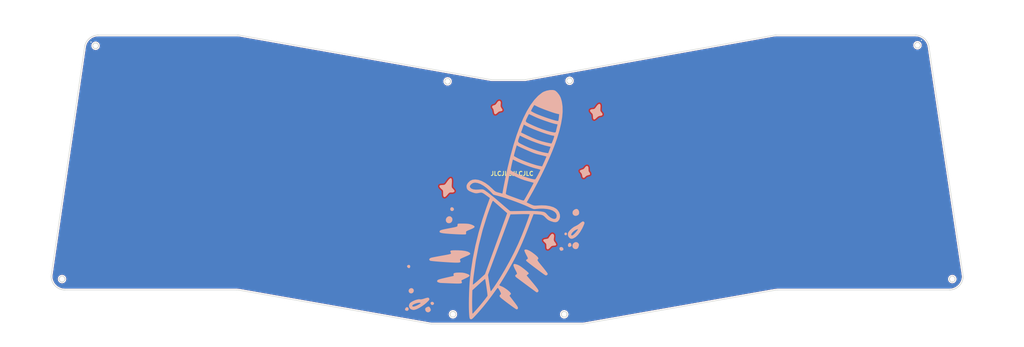
<source format=kicad_pcb>
(kicad_pcb (version 20211014) (generator pcbnew)
  (layers (0 "F.Cu" signal) (31 "B.Cu" signal) (34 "B.Paste" user) (35 "F.Paste" user) (36 "B.SilkS" user "B.Silkscreen") (37 "F.SilkS" user "F.Silkscreen") (38 "B.Mask" user) (39 "F.Mask" user) (44 "Edge.Cuts" user))
  (net 0 "")
  (net 1 "GND")
  (footprint "LOGO" (layer "B.Cu") (at 201.282999 177.842762 160)
    (fp_text reference "G***" hide)
    (fp_text value "LOGO" hide)
    (fp_poly (pts (xy -21.554037 28.338043) (xy -21.244443 27.9832) (xy -21.061504 27.417316) (xy -20.832463 26.873065) (xy -20.351281 26.47085) (xy -19.896283 26.110588) (xy -19.781901 25.780376) (xy -20.009239 25.499911) (xy -20.289544 25.37076) (xy -20.831155 24.999928) (xy -21.127667 24.544451) (xy -21.45306 24.045849) (xy -21.797371 23.84574) (xy -22.117971 23.965304) (xy -22.172298 24.025421) (xy -22.373456 24.379254) (xy -22.472579 24.637539) (xy -22.695915 24.972829) (xy -23.100289 25.317993) (xy -23.206859 25.385454) (xy -23.593176 25.646823) (xy -23.714478 25.858491) (xy -23.640197 26.091872) (xy -23.336269 26.423724) (xy -23.111468 26.544065) (xy -22.808957 26.815694) (xy -22.554633 27.405022) (xy -22.532497 27.4807) (xy -22.258407 28.089392) (xy -21.912139 28.374307)) (layer "B.Cu") (width 0) (fill solid))
    (fp_poly (pts (xy -17.892612 50.793233) (xy -17.605328 50.2325) (xy -17.460151 49.745273) (xy -17.292031 49.122601) (xy -17.129157 48.749785) (xy -16.907522 48.530765) (xy -16.56312 48.369485) (xy -16.536686 48.359368) (xy -15.977618 48.050779) (xy -15.761211 47.705021) (xy -15.88482 47.35713) (xy -16.345795 47.042137) (xy -16.645003 46.926214) (xy -17.107573 46.667575) (xy -17.402211 46.198135) (xy -17.447048 46.079344) (xy -17.754939 45.376276) (xy -18.059477 45.025064) (xy -18.365964 45.024889) (xy -18.679697 45.374935) (xy -18.917023 45.852749) (xy -19.287827 46.529) (xy -19.711402 46.899543) (xy -19.777944 46.93006) (xy -20.34605 47.257062) (xy -20.566463 47.6111) (xy -20.438042 47.973221) (xy -19.959642 48.324476) (xy -19.864895 48.3716) (xy -19.511091 48.587505) (xy -19.288398 48.888066) (xy -19.124442 49.387002) (xy -19.0693 49.621663) (xy -18.820634 50.422918) (xy -18.525084 50.886536) (xy -18.20747 51.01061)) (layer "B.Cu") (width 0) (fill solid))
    (fp_poly (pts (xy 16.392953 39.56473) (xy 16.64695 39.170778) (xy 16.840468 38.467184) (xy 16.853519 38.399208) (xy 17.055692 37.83884) (xy 17.453229 37.489556) (xy 17.486536 37.471884) (xy 17.890862 37.136749) (xy 17.97743 36.761412) (xy 17.743488 36.418658) (xy 17.53106 36.293596) (xy 17.126202 35.957822) (xy 16.77333 35.394118) (xy 16.743579 35.327238) (xy 16.416813 34.765447) (xy 16.079003 34.552021) (xy 15.747666 34.687467) (xy 15.440321 35.172289) (xy 15.392178 35.288321) (xy 15.053836 35.881511) (xy 14.563919 36.232454) (xy 14.524423 36.249459) (xy 14.073694 36.529858) (xy 13.973516 36.844944) (xy 14.223841 37.190259) (xy 14.536922 37.406961) (xy 15.009886 37.796904) (xy 15.240081 38.32413) (xy 15.258134 38.412001) (xy 15.449034 39.13833) (xy 15.701186 39.551052) (xy 16.037764 39.687276) (xy 16.054626 39.6875)) (layer "B.Cu") (width 0) (fill solid))
    (fp_poly (pts (xy -18.16161 1.007031) (xy -17.970521 0.798762) (xy -17.794367 0.351982) (xy -17.730679 0.144374) (xy -17.577947 -0.404386) (xy -17.479497 -0.824272) (xy -17.459262 -0.967005) (xy -17.313502 -1.150712) (xy -16.941022 -1.403128) (xy -16.653282 -1.556001) (xy -16.106587 -1.893565) (xy -15.911694 -2.206139) (xy -16.068737 -2.496671) (xy -16.577847 -2.768114) (xy -16.710028 -2.816263) (xy -17.186619 -3.020861) (xy -17.471773 -3.294051) (xy -17.682739 -3.760624) (xy -17.7314 -3.9033) (xy -18.002784 -4.532817) (xy -18.294591 -4.823227) (xy -18.62407 -4.788186) (xy -18.745571 -4.706287) (xy -18.966261 -4.409497) (xy -19.182903 -3.936525) (xy -19.224786 -3.813981) (xy -19.462271 -3.299946) (xy -19.847061 -2.98542) (xy -20.116062 -2.865163) (xy -20.672017 -2.593257) (xy -20.901559 -2.321266) (xy -20.802169 -2.018281) (xy -20.371331 -1.653397) (xy -19.998236 -1.41871) (xy -19.599277 -1.092728) (xy -19.38894 -0.635496) (xy -19.33116 -0.348744) (xy -19.160664 0.404071) (xy -18.923649 0.852647) (xy -18.590252 1.043611) (xy -18.430029 1.058334)) (layer "B.Cu") (width 0) (fill solid))
    (fp_poly (pts (xy 23.316852 7.264366) (xy 23.608979 6.767999) (xy 23.896131 5.919188) (xy 23.966088 5.655297) (xy 24.144227 4.989318) (xy 24.299861 4.578269) (xy 24.49175 4.333788) (xy 24.778649 4.167512) (xy 25.021386 4.068312) (xy 25.66191 3.78239) (xy 25.988467 3.530973) (xy 26.032308 3.27593) (xy 25.872479 3.029848) (xy 25.506759 2.761562) (xy 24.993096 2.528098) (xy 24.900448 2.498187) (xy 24.504198 2.347512) (xy 24.246779 2.124662) (xy 24.043135 1.729371) (xy 23.891079 1.308281) (xy 23.577131 0.566457) (xy 23.259065 0.176911) (xy 22.936308 0.139158) (xy 22.713712 0.314357) (xy 22.490757 0.676751) (xy 22.270752 1.193847) (xy 22.22755 1.322917) (xy 22.001961 1.938147) (xy 21.759854 2.296678) (xy 21.423828 2.489296) (xy 21.176006 2.556299) (xy 20.677857 2.755664) (xy 20.338118 3.058002) (xy 20.232269 3.383525) (xy 20.275725 3.507982) (xy 20.522367 3.726325) (xy 20.954662 3.976283) (xy 21.090064 4.039446) (xy 21.428506 4.209308) (xy 21.658917 4.414064) (xy 21.834241 4.73928) (xy 22.00742 5.270526) (xy 22.132422 5.724134) (xy 22.427537 6.638175) (xy 22.72444 7.199518) (xy 23.021442 7.408227)) (layer "B.Cu") (width 0) (fill solid))
  )
  (gr_line (start 40.556971 199.074845) (end 40.543389 199.108667) (layer "Edge.Cuts") (width 0.2))
  (gr_line (start 39.049535 201.957841) (end 38.930884 201.835018) (layer "Edge.Cuts") (width 0.2))
  (gr_line (start 354.731888 114.686689) (end 354.783852 114.852222) (layer "Edge.Cuts") (width 0.2))
  (gr_line (start 183.692534 211.603902) (end 183.670704 211.574716) (layer "Edge.Cuts") (width 0.2))
  (gr_line (start 350.605335 113.918668) (end 350.569491 113.925274) (layer "Edge.Cuts") (width 0.2))
  (gr_line (start 351.210856 113.997941) (end 351.177398 113.983484) (layer "Edge.Cuts") (width 0.2))
  (gr_line (start 362.405544 199.044092) (end 362.390797 199.077423) (layer "Edge.Cuts") (width 0.2))
  (gr_line (start 182.458129 213.195858) (end 182.492294 213.208555) (layer "Edge.Cuts") (width 0.2))
  (gr_line (start 225.410523 126.846843) (end 225.376584 126.833555) (layer "Edge.Cuts") (width 0.2))
  (gr_line (start 40.474567 199.464744) (end 40.474567 199.501191) (layer "Edge.Cuts") (width 0.2))
  (gr_line (start 224.029792 128.192086) (end 224.043374 128.225909) (layer "Edge.Cuts") (width 0.2))
  (gr_line (start 40.859617 200.295711) (end 40.888226 200.318295) (layer "Edge.Cuts") (width 0.2))
  (gr_line (start 364.286657 198.995106) (end 364.269076 198.963179) (layer "Edge.Cuts") (width 0.2))
  (gr_line (start 41.107905 198.519108) (end 41.074704 198.534144) (layer "Edge.Cuts") (width 0.2))
  (gr_line (start 362.353613 199.79089) (end 362.364815 199.825573) (layer "Edge.Cuts") (width 0.2))
  (gr_line (start 363.512583 198.446953) (end 363.476444 198.442221) (layer "Edge.Cuts") (width 0.2))
  (gr_line (start 179.900292 128.28364) (end 179.910284 128.318691) (layer "Edge.Cuts") (width 0.2))
  (gr_line (start 362.975434 200.46328) (end 363.009599 200.475977) (layer "Edge.Cuts") (width 0.2))
  (gr_line (start 180.742555 129.049105) (end 180.778607 129.054463) (layer "Edge.Cuts") (width 0.2))
  (gr_line (start 363.044184 198.483612) (end 363.009599 198.495115) (layer "Edge.Cuts") (width 0.2))
  (gr_line (start 222.466963 211.350818) (end 222.497421 211.330799) (layer "Edge.Cuts") (width 0.2))
  (gr_line (start 224.006189 128.123129) (end 224.017392 128.157813) (layer "Edge.Cuts") (width 0.2))
  (gr_line (start 363.403782 198.436535) (end 363.367347 198.435586) (layer "Edge.Cuts") (width 0.2))
  (gr_line (start 52.629315 115.340437) (end 52.636852 115.376097) (layer "Edge.Cuts") (width 0.2))
  (gr_line (start 53.991629 114.144849) (end 53.95685 114.133947) (layer "Edge.Cuts") (width 0.2))
  (gr_line (start 225.019923 128.867746) (end 225.056359 128.866797) (layer "Edge.Cuts") (width 0.2))
  (gr_line (start 105.491458 111.30989) (end 105.635977 111.328943) (layer "Edge.Cuts") (width 0.2))
  (gr_line (start 225.129021 128.86111) (end 225.16516 128.856379) (layer "Edge.Cuts") (width 0.2))
  (gr_line (start 351.039164 115.971348) (end 351.0743 115.96166) (layer "Edge.Cuts") (width 0.2))
  (gr_line (start 53.053427 114.284278) (end 53.024052 114.305854) (layer "Edge.Cuts") (width 0.2))
  (gr_line (start 37.727526 199.605197) (end 37.689987 199.4386) (layer "Edge.Cuts") (width 0.2))
  (gr_line (start 53.95685 114.133947) (end 53.921713 114.12426) (layer "Edge.Cuts") (width 0.2))
  (gr_line (start 350.006802 115.667335) (end 350.032009 115.69366) (layer "Edge.Cuts") (width 0.2))
  (gr_line (start 181.698047 127.313926) (end 181.673301 127.287167) (layer "Edge.Cuts") (width 0.2))
  (gr_line (start 223.962234 127.872435) (end 223.964763 127.908795) (layer "Edge.Cuts") (width 0.2))
  (gr_line (start 362.353613 199.180202) (end 362.34362 199.215253) (layer "Edge.Cuts") (width 0.2))
  (gr_line (start 53.560152 114.095962) (end 53.523936 114.100065) (layer "Edge.Cuts") (width 0.2))
  (gr_line (start 224.073421 212.488417) (end 224.063429 212.523468) (layer "Edge.Cuts") (width 0.2))
  (gr_line (start 181.798669 212.090865) (end 181.794881 212.127115) (layer "Edge.Cuts") (width 0.2))
  (gr_line (start 180.369005 128.910281) (end 180.400463 128.928687) (layer "Edge.Cuts") (width 0.2))
  (gr_line (start 41.316213 200.51212) (end 41.352057 200.518726) (layer "Edge.Cuts") (width 0.2))
  (gr_line (start 53.083533 114.263734) (end 53.053427 114.284278) (layer "Edge.Cuts") (width 0.2))
  (gr_line (start 349.727844 114.97265) (end 349.729109 115.009076) (layer "Edge.Cuts") (width 0.2))
  (gr_line (start 180.600855 129.015281) (end 180.635818 129.025577) (layer "Edge.Cuts") (width 0.2))
  (gr_line (start 362.475815 198.91648) (end 362.456596 198.947449) (layer "Edge.Cuts") (width 0.2))
  (gr_line (start 53.145793 114.225841) (end 53.114334 114.244247) (layer "Edge.Cuts") (width 0.2))
  (gr_line (start 226.055123 127.708635) (end 226.050705 127.672456) (layer "Edge.Cuts") (width 0.2))
  (gr_line (start 180.278723 127.17802) (end 180.250115 127.200603) (layer "Edge.Cuts") (width 0.2))
  (gr_line (start 40.543389 199.108667) (end 40.53099 199.142941) (layer "Edge.Cuts") (width 0.2))
  (gr_line (start 225.541063 126.911512) (end 225.50929 126.893654) (layer "Edge.Cuts") (width 0.2))
  (gr_line (start 363.58426 200.51093) (end 363.619712 200.502468) (layer "Edge.Cuts") (width 0.2))
  (gr_line (start 351.688611 111.564943) (end 351.85072 111.626765) (layer "Edge.Cuts") (width 0.2))
  (gr_line (start 362.334851 199.25063) (end 362.327314 199.28629) (layer "Edge.Cuts") (width 0.2))
  (gr_line (start 351.787456 115.242288) (end 351.796839 115.207069) (layer "Edge.Cuts") (width 0.2))
  (gr_line (start 351.536081 115.680607) (end 351.560827 115.653848) (layer "Edge.Cuts") (width 0.2))
  (gr_line (start 364.357405 199.162812) (end 364.345602 199.128329) (layer "Edge.Cuts") (width 0.2))
  (gr_line (start 41.957578 198.526482) (end 41.924121 198.512025) (layer "Edge.Cuts") (width 0.2))
  (gr_line (start 362.377215 199.859847) (end 362.390797 199.893669) (layer "Edge.Cuts") (width 0.2))
  (gr_line (start 181.647641 128.765411) (end 181.673301 128.739527) (layer "Edge.Cuts") (width 0.2))
  (gr_line (start 180.222308 128.802528) (end 180.250115 128.826091) (layer "Edge.Cuts") (width 0.2))
  (gr_line (start 182.886477 211.169112) (end 182.850041 211.168164) (layer "Edge.Cuts") (width 0.2))
  (gr_line (start 223.049695 213.268085) (end 223.01326 213.267136) (layer "Edge.Cuts") (width 0.2))
  (gr_line (start 182.070045 211.505216) (end 182.045767 211.5324) (layer "Edge.Cuts") (width 0.2))
  (gr_line (start 181.033116 126.970022) (end 180.996834 126.966548) (layer "Edge.Cuts") (width 0.2))
  (gr_line (start 52.723441 115.615434) (end 52.740465 115.647661) (layer "Edge.Cuts") (width 0.2))
  (gr_line (start 350.200984 115.831874) (end 350.231785 115.851361) (layer "Edge.Cuts") (width 0.2))
  (gr_line (start 362.539752 198.827833) (end 362.517418 198.856636) (layer "Edge.Cuts") (width 0.2))
  (gr_line (start 41.460661 200.531031) (end 41.497075 200.532612) (layer "Edge.Cuts") (width 0.2))
  (gr_line (start 181.413385 128.937478) (end 181.445158 128.919621) (layer "Edge.Cuts") (width 0.2))
  (gr_line (start 53.277435 114.163447) (end 53.243732 114.177322) (layer "Edge.Cuts") (width 0.2))
  (gr_line (start 354.212564 113.592076) (end 354.30282 113.74025) (layer "Edge.Cuts") (width 0.2))
  (gr_line (start 222.560328 211.293993) (end 222.592702 211.277249) (layer "Edge.Cuts") (width 0.2))
  (gr_line (start 222.868505 211.185513) (end 222.904459 211.179531) (layer "Edge.Cuts") (width 0.2))
  (gr_line (start 182.022447 212.875837) (end 182.045767 212.903848) (layer "Edge.Cuts") (width 0.2))
  (gr_line (start 53.705783 114.09217) (end 53.669348 114.091221) (layer "Edge.Cuts") (width 0.2))
  (gr_line (start 181.875115 128.438199) (end 181.889281 128.404618) (layer "Edge.Cuts") (width 0.2))
  (gr_line (start 38.145705 200.722108) (end 38.069781 200.569141) (layer "Edge.Cuts") (width 0.2))
  (gr_line (start 182.850041 211.168164) (end 182.813595 211.16848) (layer "Edge.Cuts") (width 0.2))
  (gr_line (start 350.112895 114.141683) (end 350.085088 114.165245) (layer "Edge.Cuts") (width 0.2))
  (gr_line (start 363.3309 198.435902) (end 363.294487 198.437483) (layer "Edge.Cuts") (width 0.2))
  (gr_line (start 351.428271 115.778586) (end 351.456483 115.75551) (layer "Edge.Cuts") (width 0.2))
  (gr_line (start 183.647873 212.889944) (end 183.670704 212.861533) (layer "Edge.Cuts") (width 0.2))
  (gr_line (start 208.779482 127.425885) (end 208.838388 127.423278) (layer "Edge.Cuts") (width 0.2))
  (gr_line (start 41.316213 198.453815) (end 41.28062 198.461661) (layer "Edge.Cuts") (width 0.2))
  (gr_line (start 181.647641 127.261283) (end 181.621097 127.236305) (layer "Edge.Cuts") (width 0.2))
  (gr_line (start 362.612558 198.746313) (end 362.58735 198.772638) (layer "Edge.Cuts") (width 0.2))
  (gr_line (start 181.766511 127.399125) (end 181.744681 127.369938) (layer "Edge.Cuts") (width 0.2))
  (gr_line (start 222.79733 213.235046) (end 222.762193 213.225358) (layer "Edge.Cuts") (width 0.2))
  (gr_line (start 54.026008 114.156951) (end 53.991629 114.144849) (layer "Edge.Cuts") (width 0.2))
  (gr_line (start 224.239927 128.530694) (end 224.265134 128.557019) (layer "Edge.Cuts") (width 0.2))
  (gr_line (start 224.628011 128.79552) (end 224.662176 128.808216) (layer "Edge.Cuts") (width 0.2))
  (gr_line (start 41.141609 200.460702) (end 41.175773 200.473399) (layer "Edge.Cuts") (width 0.2))
  (gr_line (start 52.623021 115.304538) (end 52.629315 115.340437) (layer "Edge.Cuts") (width 0.2))
  (gr_line (start 225.056359 128.866797) (end 225.092739 128.864584) (layer "Edge.Cuts") (width 0.2))
  (gr_line (start 224.561106 128.766609) (end 224.594308 128.781645) (layer "Edge.Cuts") (width 0.2))
  (gr_line (start 181.939291 212.756221) (end 181.95851 212.78719) (layer "Edge.Cuts") (width 0.2))
  (gr_line (start 54.281825 115.987424) (end 54.310821 115.965341) (layer "Edge.Cuts") (width 0.2))
  (gr_line (start 364.00882 198.661387) (end 363.979824 198.639303) (layer "Edge.Cuts") (width 0.2))
  (gr_line (start 40.778732 200.222201) (end 40.804837 200.247636) (layer "Edge.Cuts") (width 0.2))
  (gr_line (start 52.655614 115.446525) (end 52.666816 115.481208) (layer "Edge.Cuts") (width 0.2))
  (gr_line (start 181.924676 128.301209) (end 181.934059 128.265989) (layer "Edge.Cuts") (width 0.2))
  (gr_line (start 350.932035 113.915833) (end 350.895896 113.911102) (layer "Edge.Cuts") (width 0.2))
  (gr_line (start 222.207202 212.832346) (end 222.186397 212.80242) (layer "Edge.Cuts") (width 0.2))
  (gr_line (start 222.098599 212.642977) (end 222.084432 212.609395) (layer "Edge.Cuts") (width 0.2))
  (gr_line (start 37.819555 199.934061) (end 37.770732 199.770415) (layer "Edge.Cuts") (width 0.2))
  (gr_line (start 180.778607 126.972231) (end 180.742555 126.977589) (layer "Edge.Cuts") (width 0.2))
  (gr_line (start 53.991629 116.137514) (end 54.026008 116.125412) (layer "Edge.Cuts") (width 0.2))
  (gr_line (start 41.642618 198.439643) (end 41.606336 198.436169) (layer "Edge.Cuts") (width 0.2))
  (gr_line (start 224.83846 126.782027) (end 224.802616 126.788633) (layer "Edge.Cuts") (width 0.2))
  (gr_line (start 182.922857 213.264923) (end 182.959139 213.261449) (layer "Edge.Cuts") (width 0.2))
  (gr_line (start 105.635977 111.328943) (end 105.77988 111.352203) (layer "Edge.Cuts") (width 0.2))
  (gr_line (start 181.942213 128.230466) (end 181.94913 128.19468) (layer "Edge.Cuts") (width 0.2))
  (gr_line (start 183.462518 211.371881) (end 183.432774 211.350818) (layer "Edge.Cuts") (width 0.2))
  (gr_line (start 181.673301 127.287167) (end 181.647641 127.261283) (layer "Edge.Cuts") (width 0.2))
  (gr_line (start 52.623021 114.977825) (end 52.617976 115.013922) (layer "Edge.Cuts") (width 0.2))
  (gr_line (start 223.996197 127.547493) (end 223.987427 127.58287) (layer "Edge.Cuts") (width 0.2))
  (gr_line (start 180.706711 129.042499) (end 180.742555 129.049105) (layer "Edge.Cuts") (width 0.2))
  (gr_line (start 181.593703 127.212264) (end 181.565491 127.189187) (layer "Edge.Cuts") (width 0.2))
  (gr_line (start 52.463659 111.776676) (end 52.620652 111.704231) (layer "Edge.Cuts") (width 0.2))
  (gr_line (start 351.737895 115.379279) (end 351.752061 115.345697) (layer "Edge.Cuts") (width 0.2))
  (gr_line (start 53.632902 114.091537) (end 53.596488 114.093118) (layer "Edge.Cuts") (width 0.2))
  (gr_line (start 224.017392 127.477759) (end 224.006189 127.512442) (layer "Edge.Cuts") (width 0.2))
  (gr_line (start 180.013268 128.551444) (end 180.032487 128.582413) (layer "Edge.Cuts") (width 0.2))
  (gr_line (start 350.859614 113.907628) (end 350.823234 113.905415) (layer "Edge.Cuts") (width 0.2))
  (gr_line (start 183.868236 212.435243) (end 183.875153 212.399458) (layer "Edge.Cuts") (width 0.2))
  (gr_line (start 181.348076 127.056862) (end 181.314618 127.042404) (layer "Edge.Cuts") (width 0.2))
  (gr_line (start 182.391224 211.269301) (end 182.358564 211.28548) (layer "Edge.Cuts") (width 0.2))
  (gr_line (start 351.85072 111.626765) (end 352.010587 111.694174) (layer "Edge.Cuts") (width 0.2))
  (gr_line (start 350.394886 115.932161) (end 350.429051 115.944857) (layer "Edge.Cuts") (width 0.2))
  (gr_line (start 181.506751 127.146041) (end 181.476293 127.126022) (layer "Edge.Cuts") (width 0.2))
  (gr_line (start 224.46491 128.71472) (end 224.496368 128.733126) (layer "Edge.Cuts") (width 0.2))
  (gr_line (start 54.700129 115.286511) (end 54.704547 115.250332) (layer "Edge.Cuts") (width 0.2))
  (gr_line (start 222.039655 211.965482) (end 222.049037 211.930262) (layer "Edge.Cuts") (width 0.2))
  (gr_line (start 53.45204 114.112029) (end 53.416447 114.119875) (layer "Edge.Cuts") (width 0.2))
  (gr_line (start 42.116253 200.350274) (end 42.145998 200.32921) (layer "Edge.Cuts") (width 0.2))
  (gr_line (start 179.995136 127.506867) (end 179.978111 127.539094) (layer "Edge.Cuts") (width 0.2))
  (gr_line (start 351.210856 115.910912) (end 351.243791 115.895302) (layer "Edge.Cuts") (width 0.2))
  (gr_line (start 54.532645 114.556886) (end 54.511841 114.526959) (layer "Edge.Cuts") (width 0.2))
  (gr_line (start 181.744681 128.656755) (end 181.766511 128.627569) (layer "Edge.Cuts") (width 0.2))
  (gr_line (start 351.81758 114.809097) (end 351.81191 114.773093) (layer "Edge.Cuts") (width 0.2))
  (gr_line (start 41.533521 200.532928) (end 41.569956 200.531979) (layer "Edge.Cuts") (width 0.2))
  (gr_line (start 350.327981 114.005603) (end 350.295322 114.021783) (layer "Edge.Cuts") (width 0.2))
  (gr_line (start 351.722571 115.412349) (end 351.737895 115.379279) (layer "Edge.Cuts") (width 0.2))
  (gr_line (start 50.832605 113.035057) (end 50.947063 112.905464) (layer "Edge.Cuts") (width 0.2))
  (gr_line (start 181.825748 127.49098) (end 181.807069 127.459682) (layer "Edge.Cuts") (width 0.2))
  (gr_line (start 183.599324 212.944304) (end 183.62407 212.917545) (layer "Edge.Cuts") (width 0.2))
  (gr_line (start 224.215649 127.132062) (end 224.192329 127.160073) (layer "Edge.Cuts") (width 0.2))
  (gr_line (start 52.617976 115.268441) (end 52.623021 115.304538) (layer "Edge.Cuts") (width 0.2))
  (gr_line (start 181.794881 212.127115) (end 181.792352 212.163475) (layer "Edge.Cuts") (width 0.2))
  (gr_line (start 351.039164 113.937505) (end 351.003712 113.929043) (layer "Edge.Cuts") (width 0.2))
  (gr_line (start 37.999124 200.413669) (end 37.933818 200.255876) (layer "Edge.Cuts") (width 0.2))
  (gr_line (start 363.654848 200.49278) (end 363.689627 200.481879) (layer "Edge.Cuts") (width 0.2))
  (gr_line (start 351.607461 114.311018) (end 351.58463 114.282607) (layer "Edge.Cuts") (width 0.2))
  (gr_line (start 181.280679 128.997578) (end 181.314618 128.98429) (layer "Edge.Cuts") (width 0.2))
  (gr_line (start 182.176138 213.030868) (end 182.204746 213.053451) (layer "Edge.Cuts") (width 0.2))
  (gr_line (start 224.029792 127.443485) (end 224.017392 127.477759) (layer "Edge.Cuts") (width 0.2))
  (gr_line (start 40.83181 200.272149) (end 40.859617 200.295711) (layer "Edge.Cuts") (width 0.2))
  (gr_line (start 349.988151 111.26698) (end 350.161622 111.269981) (layer "Edge.Cuts") (width 0.2))
  (gr_line (start 362.308393 199.50377) (end 362.309658 199.540196) (layer "Edge.Cuts") (width 0.2))
  (gr_line (start 182.526878 213.220058) (end 182.561841 213.230354) (layer "Edge.Cuts") (width 0.2))
  (gr_line (start 183.692534 212.832346) (end 183.713339 212.80242) (layer "Edge.Cuts") (width 0.2))
  (gr_line (start 223.158891 213.263343) (end 223.122554 213.266187) (layer "Edge.Cuts") (width 0.2))
  (gr_line (start 40.571718 199.924422) (end 40.587614 199.95722) (layer "Edge.Cuts") (width 0.2))
  (gr_line (start 366.93351 200.297987) (end 366.865313 200.458631) (layer "Edge.Cuts") (width 0.2))
  (gr_line (start 225.955696 127.359863) (end 225.939234 127.327345) (layer "Edge.Cuts") (width 0.2))
  (gr_line (start 363.757946 198.514603) (end 363.724007 198.501315) (layer "Edge.Cuts") (width 0.2))
  (gr_line (start 362.941731 198.521687) (end 362.908529 198.536723) (layer "Edge.Cuts") (width 0.2))
  (gr_line (start 222.659095 211.247181) (end 222.693034 211.233893) (layer "Edge.Cuts") (width 0.2))
  (gr_line (start 351.650096 114.370131) (end 351.629291 114.340205) (layer "Edge.Cuts") (width 0.2))
  (gr_line (start 54.310821 114.317022) (end 54.281825 114.294939) (layer "Edge.Cuts") (width 0.2))
  (gr_line (start 223.441607 211.24039) (end 223.475311 211.254265) (layer "Edge.Cuts") (width 0.2))
  (gr_line (start 53.95685 116.148415) (end 53.991629 116.137514) (layer "Edge.Cuts") (width 0.2))
  (gr_line (start 42.30755 198.783546) (end 42.282803 198.756788) (layer "Edge.Cuts") (width 0.2))
  (gr_line (start 224.107384 212.272774) (end 224.104856 212.309133) (layer "Edge.Cuts") (width 0.2))
  (gr_line (start 41.107905 200.446827) (end 41.141609 200.460702) (layer "Edge.Cuts") (width 0.2))
  (gr_line (start 223.267002 211.188972) (end 223.302596 211.196817) (layer "Edge.Cuts") (width 0.2))
  (gr_line (start 53.346185 116.143116) (end 53.381148 116.153412) (layer "Edge.Cuts") (width 0.2))
  (gr_line (start 299.154006 111.301097) (end 299.299373 111.286168) (layer "Edge.Cuts") (width 0.2))
  (gr_line (start 196.887088 127.425905) (end 196.945366 127.426754) (layer "Edge.Cuts") (width 0.2))
  (gr_line (start 181.140932 129.038731) (end 181.176384 129.030268) (layer "Edge.Cuts") (width 0.2))
  (gr_line (start 181.033116 129.056672) (end 181.069255 129.05194) (layer "Edge.Cuts") (width 0.2))
  (gr_line (start 224.039827 211.843824) (end 224.052226 211.878097) (layer "Edge.Cuts") (width 0.2))
  (gr_line (start 364.165178 198.813727) (end 364.141376 198.786125) (layer "Edge.Cuts") (width 0.2))
  (gr_line (start 181.069255 126.974753) (end 181.033116 126.970022) (layer "Edge.Cuts") (width 0.2))
  (gr_line (start 222.275666 211.518703) (end 222.300413 211.491944) (layer "Edge.Cuts") (width 0.2))
  (gr_line (start 183.137543 211.21089) (end 183.102406 211.201203) (layer "Edge.Cuts") (width 0.2))
  (gr_line (start 182.886477 213.267136) (end 182.922857 213.264923) (layer "Edge.Cuts") (width 0.2))
  (gr_line (start 180.996834 126.966548) (end 180.960454 126.964335) (layer "Edge.Cuts") (width 0.2))
  (gr_line (start 362.312186 199.394537) (end 362.309658 199.430897) (layer "Edge.Cuts") (width 0.2))
  (gr_line (start 181.381011 127.072472) (end 181.348076 127.056862) (layer "Edge.Cuts") (width 0.2))
  (gr_line (start 350.361183 115.918286) (end 350.394886 115.932161) (layer "Edge.Cuts") (width 0.2))
  (gr_line (start 223.960969 127.799562) (end 223.960969 127.836009) (layer "Edge.Cuts") (width 0.2))
  (gr_line (start 226.050705 127.963115) (end 226.055123 127.926936) (layer "Edge.Cuts") (width 0.2))
  (gr_line (start 362.364815 199.145519) (end 362.353613 199.180202) (layer "Edge.Cuts") (width 0.2))
  (gr_line (start 182.000113 212.847034) (end 182.022447 212.875837) (layer "Edge.Cuts") (width 0.2))
  (gr_line (start 40.475832 199.428318) (end 40.474567 199.464744) (layer "Edge.Cuts") (width 0.2))
  (gr_line (start 222.229033 212.861533) (end 222.207202 212.832346) (layer "Edge.Cuts") (width 0.2))
  (gr_line (start 224.074016 128.292038) (end 224.091041 128.324266) (layer "Edge.Cuts") (width 0.2))
  (gr_line (start 40.705926 198.825255) (end 40.683592 198.854058) (layer "Edge.Cuts") (width 0.2))
  (gr_line (start 350.394886 113.976692) (end 350.361183 113.990567) (layer "Edge.Cuts") (width 0.2))
  (gr_line (start 180.096424 127.355634) (end 180.07409 127.384437) (layer "Edge.Cuts") (width 0.2))
  (gr_line (start 223.337895 211.205894) (end 223.372858 211.21619) (layer "Edge.Cuts") (width 0.2))
  (gr_line (start 54.443377 115.840603) (end 54.467179 115.813001) (layer "Edge.Cuts") (width 0.2))
  (gr_line (start 181.698047 128.712768) (end 181.72185 128.685166) (layer "Edge.Cuts") (width 0.2))
  (gr_line (start 180.119744 127.327623) (end 180.096424 127.355634) (layer "Edge.Cuts") (width 0.2))
  (gr_line (start 351.752061 115.345697) (end 351.765054 115.311644) (layer "Edge.Cuts") (width 0.2))
  (gr_line (start 183.573663 212.970188) (end 183.599324 212.944304) (layer "Edge.Cuts") (width 0.2))
  (gr_line (start 364.408234 199.485546) (end 364.407602 199.449104) (layer "Edge.Cuts") (width 0.2))
  (gr_line (start 363.58426 198.460162) (end 363.548536 198.452935) (layer "Edge.Cuts") (width 0.2))
  (gr_line (start 40.641989 198.913902) (end 40.62277 198.94487) (layer "Edge.Cuts") (width 0.2))
  (gr_line (start 40.947706 198.60552) (end 40.9176 198.626064) (layer "Edge.Cuts") (width 0.2))
  (gr_line (start 350.032009 114.215193) (end 350.006802 114.241518) (layer "Edge.Cuts") (width 0.2))
  (gr_line (start 180.144022 127.300439) (end 180.119744 127.327623) (layer "Edge.Cuts") (width 0.2))
  (gr_line (start 40.474567 199.501191) (end 40.475832 199.537617) (layer "Edge.Cuts") (width 0.2))
  (gr_line (start 222.940598 213.261449) (end 222.904459 213.256718) (layer "Edge.Cuts") (width 0.2))
  (gr_line (start 363.009599 200.475977) (end 363.044184 200.48748) (layer "Edge.Cuts") (width 0.2))
  (gr_line (start 40.519787 199.177624) (end 40.509795 199.212675) (layer "Edge.Cuts") (width 0.2))
  (gr_line (start 42.2306 200.260009) (end 42.257143 200.235032) (layer "Edge.Cuts") (width 0.2))
  (gr_line (start 222.352616 211.441082) (end 222.38001 211.417041) (layer "Edge.Cuts") (width 0.2))
  (gr_line (start 352.010587 111.694174) (end 352.168019 111.767089) (layer "Edge.Cuts") (width 0.2))
  (gr_line (start 349.784267 114.614399) (end 349.773064 114.649083) (layer "Edge.Cuts") (width 0.2))
  (gr_line (start 42.2306 198.705926) (end 42.203206 198.681884) (layer "Edge.Cuts") (width 0.2))
  (gr_line (start 41.750434 200.508352) (end 41.785886 200.499889) (layer "Edge.Cuts") (width 0.2))
  (gr_line (start 225.572198 128.70511) (end 225.602656 128.685092) (layer "Edge.Cuts") (width 0.2))
  (gr_line (start 350.533898 113.93312) (end 350.498598 113.942196) (layer "Edge.Cuts") (width 0.2))
  (gr_line (start 364.230644 200.069842) (end 364.250398 200.039211) (layer "Edge.Cuts") (width 0.2))
  (gr_line (start 363.221935 198.44443) (end 363.185883 198.449788) (layer "Edge.Cuts") (width 0.2))
  (gr_line (start 351.109079 113.958094) (end 351.0743 113.947193) (layer "Edge.Cuts") (width 0.2))
  (gr_line (start 223.978578 212.724604) (end 223.960445 212.756221) (layer "Edge.Cuts") (width 0.2))
  (gr_line (start 54.059948 114.170238) (end 54.026008 114.156951) (layer "Edge.Cuts") (width 0.2))
  (gr_line (start 367.270264 198.947648) (end 367.248984 199.120865) (layer "Edge.Cuts") (width 0.2))
  (gr_line (start 196.770731 127.419115) (end 196.82886 127.423358) (layer "Edge.Cuts") (width 0.2))
  (gr_line (start 41.401656 203.280781) (end 41.236455 203.23751) (layer "Edge.Cuts") (width 0.2))
  (gr_line (start 40.487194 199.319612) (end 40.482149 199.355708) (layer "Edge.Cuts") (width 0.2))
  (gr_line (start 42.244474 203.411361) (end 42.074322 203.396795) (layer "Edge.Cuts") (width 0.2))
  (gr_line (start 54.670006 114.85332) (end 54.659407 114.818447) (layer "Edge.Cuts") (width 0.2))
  (gr_line (start 224.063429 212.523468) (end 224.052226 212.558151) (layer "Edge.Cuts") (width 0.2))
  (gr_line (start 225.921653 128.340153) (end 225.939234 128.308226) (layer "Edge.Cuts") (width 0.2))
  (gr_line (start 362.665636 200.274728) (end 362.693443 200.29829) (layer "Edge.Cuts") (width 0.2))
  (gr_line (start 54.687542 115.3583) (end 54.694459 115.322515) (layer "Edge.Cuts") (width 0.2))
  (gr_line (start 225.342204 128.814118) (end 225.376584 128.802016) (layer "Edge.Cuts") (width 0.2))
  (gr_line (start 235.195727 214.789093) (end 229.917935 215.718124) (layer "Edge.Cuts") (width 0.2))
  (gr_line (start 351.607461 115.597835) (end 351.629291 115.568649) (layer "Edge.Cuts") (width 0.2))
  (gr_line (start 40.587614 199.95722) (end 40.604638 199.989448) (layer "Edge.Cuts") (width 0.2))
  (gr_line (start 52.889352 115.854089) (end 52.914559 115.880415) (layer "Edge.Cuts") (width 0.2))
  (gr_line (start 224.947064 128.865849) (end 224.983477 128.86743) (layer "Edge.Cuts") (width 0.2))
  (gr_line (start 351.796839 115.207069) (end 351.804993 115.171545) (layer "Edge.Cuts") (width 0.2))
  (gr_line (start 222.300413 212.944304) (end 222.275666 212.917545) (layer "Edge.Cuts") (width 0.2))
  (gr_line (start 350.605335 115.990185) (end 350.641387 115.995542) (layer "Edge.Cuts") (width 0.2))
  (gr_line (start 37.59728 198.762327) (end 37.588601 198.591774) (layer "Edge.Cuts") (width 0.2))
  (gr_line (start 351.339073 115.841751) (end 351.369531 115.821733) (layer "Edge.Cuts") (width 0.2))
  (gr_line (start 40.978507 198.586033) (end 40.947706 198.60552) (layer "Edge.Cuts") (width 0.2))
  (gr_line (start 222.00944 212.254566) (end 222.008807 212.218124) (layer "Edge.Cuts") (width 0.2))
  (gr_line (start 366.44276 201.220879) (end 366.342656 201.363835) (layer "Edge.Cuts") (width 0.2))
  (gr_line (start 51.189074 112.658534) (end 51.316338 112.541492) (layer "Edge.Cuts") (width 0.2))
  (gr_line (start 179.921487 127.67332) (end 179.910284 127.708003) (layer "Edge.Cuts") (width 0.2))
  (gr_line (start 351.177398 113.983484) (end 351.143459 113.970196) (layer "Edge.Cuts") (width 0.2))
  (gr_line (start 222.352616 212.995166) (end 222.326073 212.970188) (layer "Edge.Cuts") (width 0.2))
  (gr_line (start 50.245789 113.888353) (end 50.331095 113.737961) (layer "Edge.Cuts") (width 0.2))
  (gr_line (start 183.828297 212.575342) (end 183.8401 212.540858) (layer "Edge.Cuts") (width 0.2))
  (gr_line (start 363.185883 198.449788) (end 363.150039 198.456394) (layer "Edge.Cuts") (width 0.2))
  (gr_line (start 41.855802 198.486635) (end 41.821023 198.475734) (layer "Edge.Cuts") (width 0.2))
  (gr_line (start 180.278723 128.848674) (end 180.308098 128.87025) (layer "Edge.Cuts") (width 0.2))
  (gr_line (start 54.694459 115.322515) (end 54.700129 115.286511) (layer "Edge.Cuts") (width 0.2))
  (gr_line (start 50.617467 113.305722) (end 50.722696 113.168529) (layer "Edge.Cuts") (width 0.2))
  (gr_line (start 42.52358 199.160234) (end 42.511777 199.12575) (layer "Edge.Cuts") (width 0.2))
  (gr_line (start 349.754302 114.719511) (end 349.746766 114.75517) (layer "Edge.Cuts") (width 0.2))
  (gr_line (start 224.192329 127.160073) (end 224.169995 127.188876) (layer "Edge.Cuts") (width 0.2))
  (gr_line (start 223.995602 211.743871) (end 224.011497 211.77667) (layer "Edge.Cuts") (width 0.2))
  (gr_line (start 208.720524 127.426754) (end 208.779482 127.425885) (layer "Edge.Cuts") (width 0.2))
  (gr_line (start 182.632734 211.188972) (end 182.597141 211.196817) (layer "Edge.Cuts") (width 0.2))
  (gr_line (start 196.945366 127.426754) (end 208.720524 127.426754) (layer "Edge.Cuts") (width 0.2))
  (gr_line (start 353.051089 112.314844) (end 353.186359 112.423487) (layer "Edge.Cuts") (width 0.2))
  (gr_line (start 363.258151 200.530765) (end 363.294487 200.533609) (layer "Edge.Cuts") (width 0.2))
  (gr_line (start 181.978792 211.618775) (end 181.95851 211.649058) (layer "Edge.Cuts") (width 0.2))
  (gr_line (start 182.045767 212.903848) (end 182.070045 212.931032) (layer "Edge.Cuts") (width 0.2))
  (gr_line (start 54.571077 114.618814) (end 54.552399 114.587516) (layer "Edge.Cuts") (width 0.2))
  (gr_line (start 40.571718 199.041514) (end 40.556971 199.074845) (layer "Edge.Cuts") (width 0.2))
  (gr_line (start 223.541172 211.28548) (end 223.57325 211.302784) (layer "Edge.Cuts") (width 0.2))
  (gr_line (start 183.890296 212.181682) (end 183.888399 212.145284) (layer "Edge.Cuts") (width 0.2))
  (gr_line (start 362.665636 198.696365) (end 362.638663 198.720878) (layer "Edge.Cuts") (width 0.2))
  (gr_line (start 49.724445 115.347956) (end 49.759596 115.178666) (layer "Edge.Cuts") (width 0.2))
  (gr_line (start 40.662271 200.082317) (end 40.683592 200.111878) (layer "Edge.Cuts") (width 0.2))
  (gr_line (start 52.723441 114.666929) (end 52.707545 114.699728) (layer "Edge.Cuts") (width 0.2))
  (gr_line (start 182.391224 213.166947) (end 182.424426 213.181983) (layer "Edge.Cuts") (width 0.2))
  (gr_line (start 41.388109 200.524084) (end 41.424325 200.528187) (layer "Edge.Cuts") (width 0.2))
  (gr_line (start 52.655614 114.835838) (end 52.645621 114.870889) (layer "Edge.Cuts") (width 0.2))
  (gr_line (start 222.049037 211.930262) (end 222.059636 211.89539) (layer "Edge.Cuts") (width 0.2))
  (gr_line (start 224.192329 128.475499) (end 224.215649 128.503509) (layer "Edge.Cuts") (width 0.2))
  (gr_line (start 350.161622 111.269981) (end 350.334885 111.278999) (layer "Edge.Cuts") (width 0.2))
  (gr_line (start 222.868505 213.250735) (end 222.832781 213.243508) (layer "Edge.Cuts") (width 0.2))
  (gr_line (start 53.416447 114.119875) (end 53.381148 114.128951) (layer "Edge.Cuts") (width 0.2))
  (gr_line (start 181.859791 127.555425) (end 181.843329 127.522907) (layer "Edge.Cuts") (width 0.2))
  (gr_line (start 181.314618 127.042404) (end 181.280679 127.029116) (layer "Edge.Cuts") (width 0.2))
  (gr_line (start 54.511841 115.755403) (end 54.532645 115.725477) (layer "Edge.Cuts") (width 0.2))
  (gr_line (start 181.413385 127.089216) (end 181.381011 127.072472) (layer "Edge.Cuts") (width 0.2))
  (gr_line (start 104.909674 111.276012) (end 105.055428 111.278114) (layer "Edge.Cuts") (width 0.2))
  (gr_line (start 224.910728 128.863005) (end 224.947064 128.865849) (layer "Edge.Cuts") (width 0.2))
  (gr_line (start 225.939234 128.308226) (end 225.955696 128.275708) (layer "Edge.Cuts") (width 0.2))
  (gr_line (start 180.851159 129.06141) (end 180.887572 129.062991) (layer "Edge.Cuts") (width 0.2))
  (gr_line (start 41.568238 203.318386) (end 41.401656 203.280781) (layer "Edge.Cuts") (width 0.2))
  (gr_line (start 224.074016 127.343533) (end 224.058121 127.376332) (layer "Edge.Cuts") (width 0.2))
  (gr_line (start 364.392458 199.66688) (end 364.398128 199.630876) (layer "Edge.Cuts") (width 0.2))
  (gr_line (start 53.381148 114.128951) (end 53.346185 114.139247) (layer "Edge.Cuts") (width 0.2))
  (gr_line (start 41.924121 198.512025) (end 41.890182 198.498737) (layer "Edge.Cuts") (width 0.2))
  (gr_line (start 105.20106 111.284465) (end 105.346444 111.29506) (layer "Edge.Cuts") (width 0.2))
  (gr_line (start 351.143459 115.938657) (end 351.177398 115.92537) (layer "Edge.Cuts") (width 0.2))
  (gr_line (start 183.519726 213.019207) (end 183.54712 212.995166) (layer "Edge.Cuts") (width 0.2))
  (gr_line (start 52.679216 115.515482) (end 52.692798 115.549304) (layer "Edge.Cuts") (width 0.2))
  (gr_line (start 209.072478 127.395543) (end 298.864892 111.343665) (layer "Edge.Cuts") (width 0.2))
  (gr_line (start 225.272289 126.800864) (end 225.236837 126.792402) (layer "Edge.Cuts") (width 0.2))
  (gr_line (start 366.712316 200.772292) (end 366.627703 200.924927) (layer "Edge.Cuts") (width 0.2))
  (gr_line (start 182.561841 211.205894) (end 182.526878 211.21619) (layer "Edge.Cuts") (width 0.2))
  (gr_line (start 349.796667 114.580126) (end 349.784267 114.614399) (layer "Edge.Cuts") (width 0.2))
  (gr_line (start 182.597141 211.196817) (end 182.561841 211.205894) (layer "Edge.Cuts") (width 0.2))
  (gr_line (start 222.071439 211.860906) (end 222.084432 211.826853) (layer "Edge.Cuts") (width 0.2))
  (gr_line (start 351.109079 115.950759) (end 351.143459 115.938657) (layer "Edge.Cuts") (width 0.2))
  (gr_line (start 183.888399 212.290964) (end 183.890296 212.254566) (layer "Edge.Cuts") (width 0.2))
  (gr_line (start 41.009966 200.398308) (end 41.042044 200.415611) (layer "Edge.Cuts") (width 0.2))
  (gr_line (start 180.119744 128.699071) (end 180.144022 128.726255) (layer "Edge.Cuts") (width 0.2))
  (gr_line (start 226.009982 128.14052) (end 226.020581 128.105647) (layer "Edge.Cuts") (width 0.2))
  (gr_line (start 351.307938 114.048153) (end 351.276165 114.030295) (layer "Edge.Cuts") (width 0.2))
  (gr_line (start 363.258151 198.440327) (end 363.221935 198.44443) (layer "Edge.Cuts") (width 0.2))
  (gr_line (start 40.482149 199.610227) (end 40.487194 199.646324) (layer "Edge.Cuts") (width 0.2))
  (gr_line (start 225.019923 126.767825) (end 224.983477 126.768141) (layer "Edge.Cuts") (width 0.2))
  (gr_line (start 181.873491 211.810001) (end 181.85991 211.843824) (layer "Edge.Cuts") (width 0.2))
  (gr_line (start 183.769352 212.708564) (end 183.785814 212.676046) (layer "Edge.Cuts") (width 0.2))
  (gr_line (start 353.568435 112.776634) (end 353.687371 112.902949) (layer "Edge.Cuts") (width 0.2))
  (gr_line (start 349.746766 114.75517) (end 349.740471 114.79107) (layer "Edge.Cuts") (width 0.2))
  (gr_line (start 351.358448 111.458353) (end 351.524454 111.508783) (layer "Edge.Cuts") (width 0.2))
  (gr_line (start 182.045767 211.5324) (end 182.022447 211.560411) (layer "Edge.Cuts") (width 0.2))
  (gr_line (start 363.294487 198.437483) (end 363.258151 198.440327) (layer "Edge.Cuts") (width 0.2))
  (gr_line (start 41.736007 203.35028) (end 41.568238 203.318386) (layer "Edge.Cuts") (width 0.2))
  (gr_line (start 41.042044 198.550324) (end 41.009966 198.567627) (layer "Edge.Cuts") (width 0.2))
  (gr_line (start 350.263243 114.039086) (end 350.231785 114.057492) (layer "Edge.Cuts") (width 0.2))
  (gr_line (start 182.704629 211.177008) (end 182.668578 211.182366) (layer "Edge.Cuts") (width 0.2))
  (gr_line (start 42.585773 203.423025) (end 42.415024 203.420107) (layer "Edge.Cuts") (width 0.2))
  (gr_line (start 351.243791 114.013551) (end 351.210856 113.997941) (layer "Edge.Cuts") (width 0.2))
  (gr_line (start 41.352057 198.447209) (end 41.316213 198.453815) (layer "Edge.Cuts") (width 0.2))
  (gr_line (start 224.104856 212.309133) (end 224.101067 212.345383) (layer "Edge.Cuts") (width 0.2))
  (gr_line (start 362.722051 198.650219) (end 362.693443 198.672802) (layer "Edge.Cuts") (width 0.2))
  (gr_line (start 224.29124 127.053117) (end 224.265134 127.078552) (layer "Edge.Cuts") (width 0.2))
  (gr_line (start 54.679388 115.393824) (end 54.687542 115.3583) (layer "Edge.Cuts") (width 0.2))
  (gr_line (start 40.482149 199.355708) (end 40.47836 199.391958) (layer "Edge.Cuts") (width 0.2))
  (gr_line (start 352.912131 112.21096) (end 353.051089 112.314844) (layer "Edge.Cuts") (width 0.2))
  (gr_line (start 351.58463 114.282607) (end 351.560827 114.255005) (layer "Edge.Cuts") (width 0.2))
  (gr_line (start 50.517045 113.446471) (end 50.617467 113.305722) (layer "Edge.Cuts") (width 0.2))
  (gr_line (start 225.902974 128.371451) (end 225.921653 128.340153) (layer "Edge.Cuts") (width 0.2))
  (gr_line (start 224.374628 128.653113) (end 224.404003 128.674689) (layer "Edge.Cuts") (width 0.2))
  (gr_line (start 181.921158 211.711644) (end 181.904134 211.743871) (layer "Edge.Cuts") (width 0.2))
  (gr_line (start 51.447572 112.42892) (end 51.58262 112.320953) (layer "Edge.Cuts") (width 0.2))
  (gr_line (start 224.011497 211.77667) (end 224.026245 211.810001) (layer "Edge.Cuts") (width 0.2))
  (gr_line (start 53.776257 111.354327) (end 53.947067 111.327518) (layer "Edge.Cuts") (width 0.2))
  (gr_line (start 224.043374 128.225909) (end 224.058121 128.259239) (layer "Edge.Cuts") (width 0.2))
  (gr_line (start 362.438464 199.992026) (end 362.456596 200.023643) (layer "Edge.Cuts") (width 0.2))
  (gr_line (start 181.921158 212.724604) (end 181.939291 212.756221) (layer "Edge.Cuts") (width 0.2))
  (gr_line (start 224.082191 212.45304) (end 224.073421 212.488417) (layer "Edge.Cuts") (width 0.2))
  (gr_line (start 54.339033 114.340098) (end 54.310821 114.317022) (layer "Edge.Cuts") (width 0.2))
  (gr_line (start 37.585751 198.421024) (end 49.695169 115.518361) (layer "Edge.Cuts") (width 0.2))
  (gr_line (start 350.141503 115.789753) (end 350.170878 115.81133) (layer "Edge.Cuts") (width 0.2))
  (gr_line (start 54.634611 114.749911) (end 54.620444 114.716329) (layer "Edge.Cuts") (width 0.2))
  (gr_line (start 54.704547 115.032031) (end 54.700129 114.995852) (layer "Edge.Cuts") (width 0.2))
  (gr_line (start 53.886261 116.166565) (end 53.921713 116.158103) (layer "Edge.Cuts") (width 0.2))
  (gr_line (start 42.534179 199.770829) (end 42.543561 199.73561) (layer "Edge.Cuts") (width 0.2))
  (gr_line (start 183.339408 211.293993) (end 183.307034 211.277249) (layer "Edge.Cuts") (width 0.2))
  (gr_line (start 180.250115 128.826091) (end 180.278723 128.848674) (layer "Edge.Cuts") (width 0.2))
  (gr_line (start 363.919621 198.598221) (end 363.888487 198.579272) (layer "Edge.Cuts") (width 0.2))
  (gr_line (start 38.069781 200.569141) (end 37.999124 200.413669) (layer "Edge.Cuts") (width 0.2))
  (gr_line (start 349.93687 115.583336) (end 349.959204 115.61214) (layer "Edge.Cuts") (width 0.2))
  (gr_line (start 222.625638 213.174609) (end 222.592702 213.158999) (layer "Edge.Cuts") (width 0.2))
  (gr_line (start 196.597429 127.396257) (end 196.654966 127.405559) (layer "Edge.Cuts") (width 0.2))
  (gr_line (start 196.654966 127.405559) (end 196.712749 127.413181) (layer "Edge.Cuts") (width 0.2))
  (gr_line (start 53.053427 115.998085) (end 53.083533 116.018629) (layer "Edge.Cuts") (width 0.2))
  (gr_line (start 42.376014 200.09719) (end 42.396818 200.067263) (layer "Edge.Cuts") (width 0.2))
  (gr_line (start 42.30755 200.182389) (end 42.331353 200.154787) (layer "Edge.Cuts") (width 0.2))
  (gr_line (start 182.234121 213.075028) (end 182.264227 213.095572) (layer "Edge.Cuts") (width 0.2))
  (gr_line (start 181.445158 127.107073) (end 181.413385 127.089216) (layer "Edge.Cuts") (width 0.2))
  (gr_line (start 224.108649 212.1999) (end 224.108649 212.236348) (layer "Edge.Cuts") (width 0.2))
  (gr_line (start 182.148331 213.007306) (end 182.176138 213.030868) (layer "Edge.Cuts") (width 0.2))
  (gr_line (start 41.424325 198.437748) (end 41.388109 198.441852) (layer "Edge.Cuts") (width 0.2))
  (gr_line (start 40.437848 202.938145) (end 40.28491 202.86216) (layer "Edge.Cuts") (width 0.2))
  (gr_line (start 52.798098 115.74053) (end 52.819419 115.770091) (layer "Edge.Cuts") (width 0.2))
  (gr_line (start 40.604638 198.976488) (end 40.587614 199.008715) (layer "Edge.Cuts") (width 0.2))
  (gr_line (start 222.832781 213.243508) (end 222.79733 213.235046) (layer "Edge.Cuts") (width 0.2))
  (gr_line (start 350.823234 113.905415) (end 350.786798 113.904466) (layer "Edge.Cuts") (width 0.2))
  (gr_line (start 181.978792 212.817473) (end 182.000113 212.847034) (layer "Edge.Cuts") (width 0.2))
  (gr_line (start 41.074704 198.534144) (end 41.042044 198.550324) (layer "Edge.Cuts") (width 0.2))
  (gr_line (start 52.692798 115.549304) (end 52.707545 115.582635) (layer "Edge.Cuts") (width 0.2))
  (gr_line (start 222.408222 211.393965) (end 222.437218 211.371881) (layer "Edge.Cuts") (width 0.2))
  (gr_line (start 54.659407 115.463915) (end 54.670006 115.429043) (layer "Edge.Cuts") (width 0.2))
  (gr_line (start 363.440162 198.438747) (end 363.403782 198.436535) (layer "Edge.Cuts") (width 0.2))
  (gr_line (start 350.112895 115.76717) (end 350.141503 115.789753) (layer "Edge.Cuts") (width 0.2))
  (gr_line (start 222.011337 212.290964) (end 222.00944 212.254566) (layer "Edge.Cuts") (width 0.2))
  (gr_line (start 351.276165 114.030295) (end 351.243791 114.013551) (layer "Edge.Cuts") (width 0.2))
  (gr_line (start 53.416447 116.162488) (end 53.45204 116.170334) (layer "Edge.Cuts") (width 0.2))
  (gr_line (start 223.122554 213.266187) (end 223.086141 213.267768) (layer "Edge.Cuts") (width 0.2))
  (gr_line (start 226.009982 127.495052) (end 225.998179 127.460568) (layer "Edge.Cuts") (width 0.2))
  (gr_line (start 42.174994 198.658808) (end 42.145998 198.636725) (layer "Edge.Cuts") (width 0.2))
  (gr_line (start 180.498403 127.049488) (end 180.465201 127.064524) (layer "Edge.Cuts") (width 0.2))
  (gr_line (start 38.706505 201.577579) (end 38.60104 201.443263) (layer "Edge.Cuts") (width 0.2))
  (gr_line (start 226.038118 127.600667) (end 226.029964 127.565143) (layer "Edge.Cuts") (width 0.2))
  (gr_line (start 182.850041 213.268085) (end 182.886477 213.267136) (layer "Edge.Cuts") (width 0.2))
  (gr_line (start 350.533898 115.975733) (end 350.569491 115.983579) (layer "Edge.Cuts") (width 0.2))
  (gr_line (start 41.245321 198.470737) (end 41.210358 198.481033) (layer "Edge.Cuts") (width 0.2))
  (gr_line (start 223.751406 213.007306) (end 223.723599 213.030868) (layer "Edge.Cuts") (width 0.2))
  (gr_line (start 183.599324 211.491944) (end 183.573663 211.46606) (layer "Edge.Cuts") (width 0.2))
  (gr_line (start 364.402546 199.376395) (end 364.398128 199.340217) (layer "Edge.Cuts") (width 0.2))
  (gr_line (start 351.688528 115.476794) (end 351.706109 115.444867) (layer "Edge.Cuts") (width 0.2))
  (gr_line (start 222.014496 212.108973) (end 222.018913 212.072795) (layer "Edge.Cuts") (width 0.2))
  (gr_line (start 349.824996 114.512973) (end 349.810249 114.546303) (layer "Edge.Cuts") (width 0.2))
  (gr_line (start 181.593703 128.81443) (end 181.621097 128.790389) (layer "Edge.Cuts") (width 0.2))
  (gr_line (start 364.064426 200.262588) (end 364.090969 200.23761) (layer "Edge.Cuts") (width 0.2))
  (gr_line (start 223.69499 213.053451) (end 223.665616 213.075028) (layer "Edge.Cuts") (width 0.2))
  (gr_line (start 54.41863 114.415001) (end 54.39297 114.389117) (layer "Edge.Cuts") (width 0.2))
  (gr_line (start 180.222308 127.224165) (end 180.195335 127.248679) (layer "Edge.Cuts") (width 0.2))
  (gr_line (start 223.441607 213.195858) (end 223.407443 213.208555) (layer "Edge.Cuts") (width 0.2))
  (gr_line (start 40.47836 199.573977) (end 40.482149 199.610227) (layer "Edge.Cuts") (width 0.2))
  (gr_line (start 40.753525 198.77006) (end 40.729246 198.797244) (layer "Edge.Cuts") (width 0.2))
  (gr_line (start 181.791087 212.1999) (end 181.791087 212.236348) (layer "Edge.Cuts") (width 0.2))
  (gr_line (start 54.707706 115.214022) (end 54.709603 115.177623) (layer "Edge.Cuts") (width 0.2))
  (gr_line (start 183.880823 212.072795) (end 183.875153 212.036791) (layer "Edge.Cuts") (width 0.2))
  (gr_line (start 181.565491 127.189187) (end 181.536496 127.167104) (layer "Edge.Cuts") (width 0.2))
  (gr_line (start 350.231785 114.057492) (end 350.200984 114.076979) (layer "Edge.Cuts") (width 0.2))
  (gr_line (start 350.463635 115.956361) (end 350.498598 115.966657) (layer "Edge.Cuts") (width 0.2))
  (gr_line (start 183.307034 213.158999) (end 183.339408 213.142255) (layer "Edge.Cuts") (width 0.2))
  (gr_line (start 52.620652 111.704231) (end 52.780055 111.637257) (layer "Edge.Cuts") (width 0.2))
  (gr_line (start 225.998179 127.460568) (end 225.985187 127.426515) (layer "Edge.Cuts") (width 0.2))
  (gr_line (start 364.331299 202.992596) (end 364.170654 203.06079) (layer "Edge.Cuts") (width 0.2))
  (gr_line (start 351.560827 115.653848) (end 351.58463 115.626246) (layer "Edge.Cuts") (width 0.2))
  (gr_line (start 42.331353 200.154787) (end 42.354183 200.126376) (layer "Edge.Cuts") (width 0.2))
  (gr_line (start 183.875153 212.399458) (end 183.880823 212.363454) (layer "Edge.Cuts") (width 0.2))
  (gr_line (start 183.102406 211.201203) (end 183.066955 211.19274) (layer "Edge.Cuts") (width 0.2))
  (gr_line (start 350.058115 114.189758) (end 350.032009 114.215193) (layer "Edge.Cuts") (width 0.2))
  (gr_line (start 52.798098 114.541832) (end 52.777816 114.572115) (layer "Edge.Cuts") (width 0.2))
  (gr_line (start 362.908529 198.536723) (end 362.87587 198.552902) (layer "Edge.Cuts") (width 0.2))
  (gr_line (start 40.705926 200.140681) (end 40.729246 200.168691) (layer "Edge.Cuts") (width 0.2))
  (gr_line (start 181.939291 211.680027) (end 181.921158 211.711644) (layer "Edge.Cuts") (width 0.2))
  (gr_line (start 363.824339 200.426421) (end 363.856713 200.409678) (layer "Edge.Cuts") (width 0.2))
  (gr_line (start 226.045035 127.636452) (end 226.038118 127.600667) (layer "Edge.Cuts") (width 0.2))
  (gr_line (start 299.299373 111.286168) (end 299.445114 111.275494) (layer "Edge.Cuts") (width 0.2))
  (gr_line (start 364.20984 200.099768) (end 364.230644 200.069842) (layer "Edge.Cuts") (width 0.2))
  (gr_line (start 354.117222 113.447124) (end 354.212564 113.592076) (layer "Edge.Cuts") (width 0.2))
  (gr_line (start 40.729246 198.797244) (end 40.705926 198.825255) (layer "Edge.Cuts") (width 0.2))
  (gr_line (start 179.978111 128.4876) (end 179.995136 128.519827) (layer "Edge.Cuts") (width 0.2))
  (gr_line (start 41.245321 200.495198) (end 41.28062 200.504274) (layer "Edge.Cuts") (width 0.2))
  (gr_line (start 224.011497 212.659578) (end 223.995602 212.692377) (layer "Edge.Cuts") (width 0.2))
  (gr_line (start 350.295322 115.88707) (end 350.327981 115.90325) (layer "Edge.Cuts") (width 0.2))
  (gr_line (start 363.979824 200.331789) (end 364.00882 200.309706) (layer "Edge.Cuts") (width 0.2))
  (gr_line (start 222.497421 213.105449) (end 222.466963 213.08543) (layer "Edge.Cuts") (width 0.2))
  (gr_line (start 183.307034 211.277249) (end 183.274099 211.261639) (layer "Edge.Cuts") (width 0.2))
  (gr_line (start 181.791087 212.236348) (end 181.792352 212.272774) (layer "Edge.Cuts") (width 0.2))
  (gr_line (start 362.751426 198.628643) (end 362.722051 198.650219) (layer "Edge.Cuts") (width 0.2))
  (gr_line (start 40.978507 200.379902) (end 41.009966 200.398308) (layer "Edge.Cuts") (width 0.2))
  (gr_line (start 53.277435 116.118916) (end 53.3116 116.131612) (layer "Edge.Cuts") (width 0.2))
  (gr_line (start 42.085795 198.595643) (end 42.054661 198.576694) (layer "Edge.Cuts") (width 0.2))
  (gr_line (start 179.877691 127.849991) (end 179.872647 127.886088) (layer "Edge.Cuts") (width 0.2))
  (gr_line (start 180.960454 129.062359) (end 180.996834 129.060146) (layer "Edge.Cuts") (width 0.2))
  (gr_line (start 224.101067 212.090865) (end 224.104856 212.127115) (layer "Edge.Cuts") (width 0.2))
  (gr_line (start 222.326073 211.46606) (end 222.352616 211.441082) (layer "Edge.Cuts") (width 0.2))
  (gr_line (start 42.43525 198.9606) (end 42.416572 198.929303) (layer "Edge.Cuts") (width 0.2))
  (gr_line (start 223.475311 213.181983) (end 223.441607 213.195858) (layer "Edge.Cuts") (width 0.2))
  (gr_line (start 224.109173 127.279688) (end 224.091041 127.311306) (layer "Edge.Cuts") (width 0.2))
  (gr_line (start 183.274099 213.174609) (end 183.307034 213.158999) (layer "Edge.Cuts") (width 0.2))
  (gr_line (start 42.282803 200.209148) (end 42.30755 200.182389) (layer "Edge.Cuts") (width 0.2))
  (gr_line (start 363.919621 200.372871) (end 363.950079 200.352852) (layer "Edge.Cuts") (width 0.2))
  (gr_line (start 222.229033 211.574716) (end 222.251863 211.546305) (layer "Edge.Cuts") (width 0.2))
  (gr_line (start 42.074322 203.396795) (end 41.904768 203.376426) (layer "Edge.Cuts") (width 0.2))
  (gr_line (start 349.840891 114.480174) (end 349.824996 114.512973) (layer "Edge.Cuts") (width 0.2))
  (gr_line (start 183.733092 211.664459) (end 183.713339 211.633829) (layer "Edge.Cuts") (width 0.2))
  (gr_line (start 224.29124 128.582454) (end 224.318213 128.606967) (layer "Edge.Cuts") (width 0.2))
  (gr_line (start 183.868236 212.001005) (end 183.860082 211.965482) (layer "Edge.Cuts") (width 0.2))
  (gr_line (start 42.543561 199.230325) (end 42.534179 199.195106) (layer "Edge.Cuts") (width 0.2))
  (gr_line (start 41.009966 198.567627) (end 40.978507 198.586033) (layer "Edge.Cuts") (width 0.2))
  (gr_line (start 364.398128 199.630876) (end 364.402546 199.594697) (layer "Edge.Cuts") (width 0.2))
  (gr_line (start 181.825748 128.535714) (end 181.843329 128.503787) (layer "Edge.Cuts") (width 0.2))
  (gr_line (start 350.231785 115.851361) (end 350.263243 115.869767) (layer "Edge.Cuts") (width 0.2))
  (gr_line (start 181.246299 127.017014) (end 181.21152 127.006113) (layer "Edge.Cuts") (width 0.2))
  (gr_line (start 349.915549 114.355078) (end 349.895267 114.385361) (layer "Edge.Cuts") (width 0.2))
  (gr_line (start 181.836307 212.523468) (end 181.84751 212.558151) (layer "Edge.Cuts") (width 0.2))
  (gr_line (start 224.169995 127.188876) (end 224.148674 127.218437) (layer "Edge.Cuts") (width 0.2))
  (gr_line (start 181.964274 127.976905) (end 181.962377 127.940507) (layer "Edge.Cuts") (width 0.2))
  (gr_line (start 222.625638 211.261639) (end 222.659095 211.247181) (layer "Edge.Cuts") (width 0.2))
  (gr_line (start 49.695169 115.518361) (end 49.724445 115.347956) (layer "Edge.Cuts") (width 0.2))
  (gr_line (start 226.050705 127.672456) (end 226.045035 127.636452) (layer "Edge.Cuts") (width 0.2))
  (gr_line (start 362.612558 200.22478) (end 362.638663 200.250214) (layer "Edge.Cuts") (width 0.2))
  (gr_line (start 351.510421 114.202362) (end 351.483877 114.177385) (layer "Edge.Cuts") (width 0.2))
  (gr_line (start 180.338204 127.135899) (end 180.308098 127.156443) (layer "Edge.Cuts") (width 0.2))
  (gr_line (start 182.526878 211.21619) (end 182.492294 211.227693) (layer "Edge.Cuts") (width 0.2))
  (gr_line (start 54.467179 114.469362) (end 54.443377 114.44176) (layer "Edge.Cuts") (width 0.2))
  (gr_line (start 54.093405 114.184696) (end 54.059948 114.170238) (layer "Edge.Cuts") (width 0.2))
  (gr_line (start 53.177871 114.208538) (end 53.145793 114.225841) (layer "Edge.Cuts") (width 0.2))
  (gr_line (start 364.303119 199.943468) (end 364.318443 199.910399) (layer "Edge.Cuts") (width 0.2))
  (gr_line (start 362.812333 200.382481) (end 362.843791 200.400887) (layer "Edge.Cuts") (width 0.2))
  (gr_line (start 179.910284 127.708003) (end 179.900292 127.743054) (layer "Edge.Cuts") (width 0.2))
  (gr_line (start 362.58735 200.198454) (end 362.612558 200.22478) (layer "Edge.Cuts") (width 0.2))
  (gr_line (start 223.122554 211.170061) (end 223.158891 211.172905) (layer "Edge.Cuts") (width 0.2))
  (gr_line (start 351.190791 111.413713) (end 351.358448 111.458353) (layer "Edge.Cuts") (width 0.2))
  (gr_line (start 225.921653 127.295418) (end 225.902974 127.264121) (layer "Edge.Cuts") (width 0.2))
  (gr_line (start 225.817755 128.489605) (end 225.840586 128.461194) (layer "Edge.Cuts") (width 0.2))
  (gr_line (start 222.940598 211.174799) (end 222.976879 211.171325) (layer "Edge.Cuts") (width 0.2))
  (gr_line (start 363.791404 198.529061) (end 363.757946 198.514603) (layer "Edge.Cuts") (width 0.2))
  (gr_line (start 53.705783 116.190193) (end 53.742163 116.18798) (layer "Edge.Cuts") (width 0.2))
  (gr_line (start 41.890182 200.467198) (end 41.924121 200.453911) (layer "Edge.Cuts") (width 0.2))
  (gr_line (start 42.558632 199.664301) (end 42.564303 199.628297) (layer "Edge.Cuts") (width 0.2))
  (gr_line (start 351.825157 114.881586) (end 351.821997 114.845276) (layer "Edge.Cuts") (width 0.2))
  (gr_line (start 53.024052 114.305854) (end 52.995444 114.328438) (layer "Edge.Cuts") (width 0.2))
  (gr_line (start 350.295322 114.021783) (end 350.263243 114.039086) (layer "Edge.Cuts") (width 0.2))
  (gr_line (start 351.706109 115.444867) (end 351.722571 115.412349) (layer "Edge.Cuts") (width 0.2))
  (gr_line (start 364.392458 199.304213) (end 364.385541 199.268427) (layer "Edge.Cuts") (width 0.2))
  (gr_line (start 183.102406 213.235046) (end 183.137543 213.225358) (layer "Edge.Cuts") (width 0.2))
  (gr_line (start 351.177398 115.92537) (end 351.210856 115.910912) (layer "Edge.Cuts") (width 0.2))
  (gr_line (start 351.399276 114.108184) (end 351.369531 114.08712) (layer "Edge.Cuts") (width 0.2))
  (gr_line (start 354.30282 113.74025) (end 354.387879 113.891465) (layer "Edge.Cuts") (width 0.2))
  (gr_line (start 42.52358 199.805702) (end 42.534179 199.770829) (layer "Edge.Cuts") (width 0.2))
  (gr_line (start 222.693034 213.202355) (end 222.659095 213.189067) (layer "Edge.Cuts") (width 0.2))
  (gr_line (start 364.037032 198.684463) (end 364.00882 198.661387) (layer "Edge.Cuts") (width 0.2))
  (gr_line (start 182.204746 213.053451) (end 182.234121 213.075028) (layer "Edge.Cuts") (width 0.2))
  (gr_line (start 364.230644 198.901251) (end 364.20984 198.871324) (layer "Edge.Cuts") (width 0.2))
  (gr_line (start 179.910284 128.318691) (end 179.921487 128.353374) (layer "Edge.Cuts") (width 0.2))
  (gr_line (start 224.802616 128.846938) (end 224.83846 128.853544) (layer "Edge.Cuts") (width 0.2))
  (gr_line (start 225.689608 127.016702) (end 225.661396 126.993626) (layer "Edge.Cuts") (width 0.2))
  (gr_line (start 364.007728 203.123336) (end 363.842718 203.180159) (layer "Edge.Cuts") (width 0.2))
  (gr_line (start 53.45204 116.170334) (end 53.487884 116.17694) (layer "Edge.Cuts") (width 0.2))
  (gr_line (start 362.781532 200.362994) (end 362.812333 200.382481) (layer "Edge.Cuts") (width 0.2))
  (gr_line (start 182.358564 213.150768) (end 182.391224 213.166947) (layer "Edge.Cuts") (width 0.2))
  (gr_line (start 223.541172 213.150768) (end 223.508512 213.166947) (layer "Edge.Cuts") (width 0.2))
  (gr_line (start 222.437218 213.064367) (end 222.408222 213.042284) (layer "Edge.Cuts") (width 0.2))
  (gr_line (start 364.286657 199.975986) (end 364.303119 199.943468) (layer "Edge.Cuts") (width 0.2))
  (gr_line (start 351.804993 114.737308) (end 351.796839 114.701784) (layer "Edge.Cuts") (width 0.2))
  (gr_line (start 181.934059 127.760704) (end 181.924676 127.725485) (layer "Edge.Cuts") (width 0.2))
  (gr_line (start 362.456596 200.023643) (end 362.475815 200.054612) (layer "Edge.Cuts") (width 0.2))
  (gr_line (start 349.93687 114.325517) (end 349.915549 114.355078) (layer "Edge.Cuts") (width 0.2))
  (gr_line (start 362.646454 203.412737) (end 362.472174 203.421879) (layer "Edge.Cuts") (width 0.2))
  (gr_line (start 183.54712 212.995166) (end 183.573663 212.970188) (layer "Edge.Cuts") (width 0.2))
  (gr_line (start 351.456483 115.75551) (end 351.483877 115.731468) (layer "Edge.Cuts") (width 0.2))
  (gr_line (start 223.829691 212.931032) (end 223.804484 212.957358) (layer "Edge.Cuts") (width 0.2))
  (gr_line (start 224.83846 128.853544) (end 224.874512 128.858902) (layer "Edge.Cuts") (width 0.2))
  (gr_line (start 362.58735 198.772638) (end 362.563072 198.799823) (layer "Edge.Cuts") (width 0.2))
  (gr_line (start 363.512583 200.52414) (end 363.548536 200.518157) (layer "Edge.Cuts") (width 0.2))
  (gr_line (start 362.364815 199.825573) (end 362.377215 199.859847) (layer "Edge.Cuts") (width 0.2))
  (gr_line (start 50.421549 113.590608) (end 50.517045 113.446471) (layer "Edge.Cuts") (width 0.2))
  (gr_line (start 182.264227 211.340677) (end 182.234121 211.361221) (layer "Edge.Cuts") (width 0.2))
  (gr_line (start 351.369531 115.821733) (end 351.399276 115.800669) (layer "Edge.Cuts") (width 0.2))
  (gr_line (start 364.318443 199.910399) (end 364.33261 199.876817) (layer "Edge.Cuts") (width 0.2))
  (gr_line (start 351.307938 115.860701) (end 351.339073 115.841751) (layer "Edge.Cuts") (width 0.2))
  (gr_line (start 39.29907 202.190979) (end 39.172311 202.076541) (layer "Edge.Cuts") (width 0.2))
  (gr_line (start 222.528555 211.31185) (end 222.560328 211.293993) (layer "Edge.Cuts") (width 0.2))
  (gr_line (start 40.9176 200.339871) (end 40.947706 200.360415) (layer "Edge.Cuts") (width 0.2))
  (gr_line (start 223.63551 211.340677) (end 223.665616 211.361221) (layer "Edge.Cuts") (width 0.2))
  (gr_line (start 52.865073 115.826905) (end 52.889352 115.854089) (layer "Edge.Cuts") (width 0.2))
  (gr_line (start 362.315975 199.612806) (end 362.32102 199.648902) (layer "Edge.Cuts") (width 0.2))
  (gr_line (start 362.563072 198.799823) (end 362.539752 198.827833) (layer "Edge.Cuts") (width 0.2))
  (gr_line (start 54.49001 114.497773) (end 54.467179 114.469362) (layer "Edge.Cuts") (width 0.2))
  (gr_line (start 353.317778 112.536759) (end 353.445188 112.654521) (layer "Edge.Cuts") (width 0.2))
  (gr_line (start 52.740465 114.634701) (end 52.723441 114.666929) (layer "Edge.Cuts") (width 0.2))
  (gr_line (start 41.750434 198.457584) (end 41.714711 198.450357) (layer "Edge.Cuts") (width 0.2))
  (gr_line (start 223.604709 211.32119) (end 223.63551 211.340677) (layer "Edge.Cuts") (width 0.2))
  (gr_line (start 225.056359 126.768774) (end 225.019923 126.767825) (layer "Edge.Cuts") (width 0.2))
  (gr_line (start 54.552399 114.587516) (end 54.532645 114.556886) (layer "Edge.Cuts") (width 0.2))
  (gr_line (start 179.868858 128.104356) (end 179.872647 128.140606) (layer "Edge.Cuts") (width 0.2))
  (gr_line (start 226.060811 127.817786) (end 226.060179 127.781344) (layer "Edge.Cuts") (width 0.2))
  (gr_line (start 53.632902 116.190826) (end 53.669348 116.191142) (layer "Edge.Cuts") (width 0.2))
  (gr_line (start 351.483877 115.731468) (end 351.510421 115.706491) (layer "Edge.Cuts") (width 0.2))
  (gr_line (start 349.959204 114.296713) (end 349.93687 114.325517) (layer "Edge.Cuts") (width 0.2))
  (gr_line (start 349.729109 114.899777) (end 349.727844 114.936203) (layer "Edge.Cuts") (width 0.2))
  (gr_line (start 349.763072 115.224719) (end 349.773064 115.25977) (layer "Edge.Cuts") (width 0.2))
  (gr_line (start 181.843329 128.503787) (end 181.859791 128.471269) (layer "Edge.Cuts") (width 0.2))
  (gr_line (start 366.996059 200.135062) (end 366.93351 200.297987) (layer "Edge.Cuts") (width 0.2))
  (gr_line (start 53.947067 111.327518) (end 54.118702 111.306631) (layer "Edge.Cuts") (width 0.2))
  (gr_line (start 349.735427 115.081686) (end 349.740471 115.117783) (layer "Edge.Cuts") (width 0.2))
  (gr_line (start 223.195107 211.177008) (end 223.231158 211.182366) (layer "Edge.Cuts") (width 0.2))
  (gr_line (start 54.647604 114.783964) (end 54.634611 114.749911) (layer "Edge.Cuts") (width 0.2))
  (gr_line (start 351.560827 114.255005) (end 351.536081 114.228246) (layer "Edge.Cuts") (width 0.2))
  (gr_line (start 299.737221 111.266942) (end 349.988151 111.26698) (layer "Edge.Cuts") (width 0.2))
  (gr_line (start 222.976879 211.171325) (end 223.01326 211.169112) (layer "Edge.Cuts") (width 0.2))
  (gr_line (start 53.742163 114.094383) (end 53.705783 114.09217) (layer "Edge.Cuts") (width 0.2))
  (gr_line (start 52.707545 114.699728) (end 52.692798 114.733058) (layer "Edge.Cuts") (width 0.2))
  (gr_line (start 52.666816 115.481208) (end 52.679216 115.515482) (layer "Edge.Cuts") (width 0.2))
  (gr_line (start 362.309658 199.430897) (end 362.308393 199.467322) (layer "Edge.Cuts") (width 0.2))
  (gr_line (start 224.108649 212.236348) (end 224.107384 212.272774) (layer "Edge.Cuts") (width 0.2))
  (gr_line (start 353.801853 113.033315) (end 353.911743 113.167575) (layer "Edge.Cuts") (width 0.2))
  (gr_line (start 367.29769 198.42502) (end 367.294631 198.599513) (layer "Edge.Cuts") (width 0.2))
  (gr_line (start 183.785814 211.760202) (end 183.769352 211.727684) (layer "Edge.Cuts") (width 0.2))
  (gr_line (start 365.093556 202.570057) (end 364.947192 202.665109) (layer "Edge.Cuts") (width 0.2))
  (gr_line (start 363.507254 203.276363) (end 363.337208 203.315628) (layer "Edge.Cuts") (width 0.2))
  (gr_line (start 350.361183 113.990567) (end 350.327981 114.005603) (layer "Edge.Cuts") (width 0.2))
  (gr_line (start 364.33261 199.094275) (end 364.318443 199.060694) (layer "Edge.Cuts") (width 0.2))
  (gr_line (start 349.784267 115.294454) (end 349.796667 115.328727) (layer "Edge.Cuts") (width 0.2))
  (gr_line (start 183.491514 211.393965) (end 183.462518 211.371881) (layer "Edge.Cuts") (width 0.2))
  (gr_line (start 349.857916 115.460907) (end 349.876048 115.492524) (layer "Edge.Cuts") (width 0.2))
  (gr_line (start 367.103918 199.803161) (end 367.052885 199.970053) (layer "Edge.Cuts") (width 0.2))
  (gr_line (start 179.947469 127.605224) (end 179.933887 127.639046) (layer "Edge.Cuts") (width 0.2))
  (gr_line (start 364.318443 199.060694) (end 364.303119 199.027624) (layer "Edge.Cuts") (width 0.2))
  (gr_line (start 349.727844 114.936203) (end 349.727844 114.97265) (layer "Edge.Cuts") (width 0.2))
  (gr_line (start 223.57325 211.302784) (end 223.604709 211.32119) (layer "Edge.Cuts") (width 0.2))
  (gr_line (start 180.960454 126.964335) (end 180.924018 126.963386) (layer "Edge.Cuts") (width 0.2))
  (gr_line (start 225.793952 127.118364) (end 225.769206 127.091605) (layer "Edge.Cuts") (width 0.2))
  (gr_line (start 224.802616 126.788633) (end 224.767023 126.796479) (layer "Edge.Cuts") (width 0.2))
  (gr_line (start 224.528447 126.885142) (end 224.496368 126.902445) (layer "Edge.Cuts") (width 0.2))
  (gr_line (start 362.87587 200.41819) (end 362.908529 200.434369) (layer "Edge.Cuts") (width 0.2))
  (gr_line (start 41.074704 200.431791) (end 41.107905 200.446827) (layer "Edge.Cuts") (width 0.2))
  (gr_line (start 183.751771 212.740491) (end 183.769352 212.708564) (layer "Edge.Cuts") (width 0.2))
  (gr_line (start 179.883986 127.814091) (end 179.877691 127.849991) (layer "Edge.Cuts") (width 0.2))
  (gr_line (start 223.69499 211.382797) (end 223.723599 211.40538) (layer "Edge.Cuts") (width 0.2))
  (gr_line (start 42.085795 200.370292) (end 42.116253 200.350274) (layer "Edge.Cuts") (width 0.2))
  (gr_line (start 54.059948 116.112124) (end 54.093405 116.097667) (layer "Edge.Cuts") (width 0.2))
  (gr_line (start 362.563072 200.17127) (end 362.58735 200.198454) (layer "Edge.Cuts") (width 0.2))
  (gr_line (start 183.432774 211.350818) (end 183.402316 211.330799) (layer "Edge.Cuts") (width 0.2))
  (gr_line (start 364.170654 203.06079) (end 364.007728 203.123336) (layer "Edge.Cuts") (width 0.2))
  (gr_line (start 352.322826 111.845423) (end 352.474822 111.92908) (layer "Edge.Cuts") (width 0.2))
  (gr_line (start 42.43525 200.005335) (end 42.452831 199.973408) (layer "Edge.Cuts") (width 0.2))
  (gr_line (start 351.765054 115.311644) (end 351.776857 115.277161) (layer "Edge.Cuts") (width 0.2))
  (gr_line (start 179.877691 128.176703) (end 179.883986 128.212603) (layer "Edge.Cuts") (width 0.2))
  (gr_line (start 52.889352 114.428273) (end 52.865073 114.455458) (layer "Edge.Cuts") (width 0.2))
  (gr_line (start 42.574409 199.482968) (end 42.573776 199.446526) (layer "Edge.Cuts") (width 0.2))
  (gr_line (start 52.00901 112.025943) (end 52.157656 111.937628) (layer "Edge.Cuts") (width 0.2))
  (gr_line (start 182.148331 211.428943) (end 182.121358 211.453456) (layer "Edge.Cuts") (width 0.2))
  (gr_line (start 183.880823 212.363454) (end 183.88524 212.327275) (layer "Edge.Cuts") (width 0.2))
  (gr_line (start 52.666816 114.801154) (end 52.655614 114.835838) (layer "Edge.Cuts") (width 0.2))
  (gr_line (start 52.841753 115.798894) (end 52.865073 115.826905) (layer "Edge.Cuts") (width 0.2))
  (gr_line (start 351.81191 115.13576) (end 351.81758 115.099756) (layer "Edge.Cuts") (width 0.2))
  (gr_line (start 364.269076 200.007913) (end 364.286657 199.975986) (layer "Edge.Cuts") (width 0.2))
  (gr_line (start 183.402316 213.105449) (end 183.432774 213.08543) (layer "Edge.Cuts") (width 0.2))
  (gr_line (start 54.39297 115.893245) (end 54.41863 115.867362) (layer "Edge.Cuts") (width 0.2))
  (gr_line (start 40.501025 199.717884) (end 40.509795 199.75326) (layer "Edge.Cuts") (width 0.2))
  (gr_line (start 41.388109 198.441852) (end 41.352057 198.447209) (layer "Edge.Cuts") (width 0.2))
  (gr_line (start 52.614187 115.050172) (end 52.611659 115.086532) (layer "Edge.Cuts") (width 0.2))
  (gr_line (start 181.904134 211.743871) (end 181.888239 211.77667) (layer "Edge.Cuts") (width 0.2))
  (gr_line (start 181.889281 127.622076) (end 181.875115 127.588494) (layer "Edge.Cuts") (width 0.2))
  (gr_line (start 196.82886 127.423358) (end 196.887088 127.425905) (layer "Edge.Cuts") (width 0.2))
  (gr_line (start 54.511841 114.526959) (end 54.49001 114.497773) (layer "Edge.Cuts") (width 0.2))
  (gr_line (start 225.092739 128.864584) (end 225.129021 128.86111) (layer "Edge.Cuts") (width 0.2))
  (gr_line (start 349.796667 115.328727) (end 349.810249 115.36255) (layer "Edge.Cuts") (width 0.2))
  (gr_line (start 42.415024 203.420107) (end 42.244474 203.411361) (layer "Edge.Cuts") (width 0.2))
  (gr_line (start 181.176384 129.030268) (end 181.21152 129.020581) (layer "Edge.Cuts") (width 0.2))
  (gr_line (start 354.904878 115.358234) (end 354.933437 115.529365) (layer "Edge.Cuts") (width 0.2))
  (gr_line (start 182.597141 213.239431) (end 182.632734 213.247277) (layer "Edge.Cuts") (width 0.2))
  (gr_line (start 42.257143 200.235032) (end 42.282803 200.209148) (layer "Edge.Cuts") (width 0.2))
  (gr_line (start 350.641387 115.995542) (end 350.677602 115.999646) (layer "Edge.Cuts") (width 0.2))
  (gr_line (start 183.850699 211.930262) (end 183.8401 211.89539) (layer "Edge.Cuts") (width 0.2))
  (gr_line (start 41.821023 198.475734) (end 41.785886 198.466046) (layer "Edge.Cuts") (width 0.2))
  (gr_line (start 363.689627 200.481879) (end 363.724007 200.469777) (layer "Edge.Cuts") (width 0.2))
  (gr_line (start 364.377387 199.738189) (end 364.385541 199.702665) (layer "Edge.Cuts") (width 0.2))
  (gr_line (start 225.862416 128.432008) (end 225.883221 128.402081) (layer "Edge.Cuts") (width 0.2))
  (gr_line (start 354.387879 113.891465) (end 354.467642 114.045541) (layer "Edge.Cuts") (width 0.2))
  (gr_line (start 180.07409 127.384437) (end 180.052769 127.413998) (layer "Edge.Cuts") (width 0.2))
  (gr_line (start 183.031231 211.185513) (end 182.995278 211.179531) (layer "Edge.Cuts") (width 0.2))
  (gr_line (start 181.314618 128.98429) (end 181.348076 128.969832) (layer "Edge.Cuts") (width 0.2))
  (gr_line (start 38.404171 201.164222) (end 38.312998 201.019823) (layer "Edge.Cuts") (width 0.2))
  (gr_line (start 181.536496 127.167104) (end 181.506751 127.146041) (layer "Edge.Cuts") (width 0.2))
  (gr_line (start 223.973596 127.981142) (end 223.979891 128.017042) (layer "Edge.Cuts") (width 0.2))
  (gr_line (start 223.723599 211.40538) (end 223.751406 211.428943) (layer "Edge.Cuts") (width 0.2))
  (gr_line (start 180.07409 128.642257) (end 180.096424 128.67106) (layer "Edge.Cuts") (width 0.2))
  (gr_line (start 351.510421 115.706491) (end 351.536081 115.680607) (layer "Edge.Cuts") (width 0.2))
  (gr_line (start 299.591105 111.269083) (end 299.737221 111.266942) (layer "Edge.Cuts") (width 0.2))
  (gr_line (start 350.032009 115.69366) (end 350.058115 115.719095) (layer "Edge.Cuts") (width 0.2))
  (gr_line (start 182.121358 211.453456) (end 182.095252 211.478891) (layer "Edge.Cuts") (width 0.2))
  (gr_line (start 224.043374 127.409663) (end 224.029792 127.443485) (layer "Edge.Cuts") (width 0.2))
  (gr_line (start 180.566271 127.022916) (end 180.532106 127.035613) (layer "Edge.Cuts") (width 0.2))
  (gr_line (start 182.121358 212.982792) (end 182.148331 213.007306) (layer "Edge.Cuts") (width 0.2))
  (gr_line (start 222.408222 213.042284) (end 222.38001 213.019207) (layer "Edge.Cuts") (width 0.2))
  (gr_line (start 37.611779 198.932485) (end 37.59728 198.762327) (layer "Edge.Cuts") (width 0.2))
  (gr_line (start 223.920945 212.817473) (end 223.899624 212.847034) (layer "Edge.Cuts") (width 0.2))
  (gr_line (start 222.251863 212.889944) (end 222.229033 212.861533) (layer "Edge.Cuts") (width 0.2))
  (gr_line (start 41.042044 200.415611) (end 41.074704 200.431791) (layer "Edge.Cuts") (width 0.2))
  (gr_line (start 180.338204 128.890794) (end 180.369005 128.910281) (layer "Edge.Cuts") (width 0.2))
  (gr_line (start 222.008807 212.218124) (end 222.00944 212.181682) (layer "Edge.Cuts") (width 0.2))
  (gr_line (start 182.777182 211.170061) (end 182.740845 211.172905) (layer "Edge.Cuts") (width 0.2))
  (gr_line (start 181.817545 211.983208) (end 181.810009 212.018868) (layer "Edge.Cuts") (width 0.2))
  (gr_line (start 349.982524 114.268703) (end 349.959204 114.296713) (layer "Edge.Cuts") (width 0.2))
  (gr_line (start 350.786798 113.904466) (end 350.750352 113.904782) (layer "Edge.Cuts") (width 0.2))
  (gr_line (start 349.857916 114.447946) (end 349.840891 114.480174) (layer "Edge.Cuts") (width 0.2))
  (gr_line (start 183.88524 212.108973) (end 183.880823 212.072795) (layer "Edge.Cuts") (width 0.2))
  (gr_line (start 183.875153 212.036791) (end 183.868236 212.001005) (layer "Edge.Cuts") (width 0.2))
  (gr_line (start 364.368005 199.197685) (end 364.357405 199.162812) (layer "Edge.Cuts") (width 0.2))
  (gr_line (start 224.947064 126.769722) (end 224.910728 126.772566) (layer "Edge.Cuts") (width 0.2))
  (gr_line (start 54.636501 111.279714) (end 104.909674 111.276012) (layer "Edge.Cuts") (width 0.2))
  (gr_line (start 53.210531 116.090005) (end 53.243732 116.105041) (layer "Edge.Cuts") (width 0.2))
  (gr_line (start 182.234121 211.361221) (end 182.204746 211.382797) (layer "Edge.Cuts") (width 0.2))
  (gr_line (start 51.863507 112.119343) (end 52.00901 112.025943) (layer "Edge.Cuts") (width 0.2))
  (gr_line (start 181.9548 127.868017) (end 181.94913 127.832013) (layer "Edge.Cuts") (width 0.2))
  (gr_line (start 183.88524 212.327275) (end 183.888399 212.290964) (layer "Edge.Cuts") (width 0.2))
  (gr_line (start 226.029964 127.565143) (end 226.020581 127.529924) (layer "Edge.Cuts") (width 0.2))
  (gr_line (start 179.866329 127.958697) (end 179.865064 127.995123) (layer "Edge.Cuts") (width 0.2))
  (gr_line (start 42.376014 198.868746) (end 42.354183 198.839559) (layer "Edge.Cuts") (width 0.2))
  (gr_line (start 354.83004 115.019459) (end 354.870399 115.188197) (layer "Edge.Cuts") (width 0.2))
  (gr_line (start 367.221673 199.293234) (end 367.188363 199.464546) (layer "Edge.Cuts") (width 0.2))
  (gr_line (start 181.962377 128.086187) (end 181.964274 128.049789) (layer "Edge.Cuts") (width 0.2))
  (gr_line (start 181.962377 127.940507) (end 181.959217 127.904196) (layer "Edge.Cuts") (width 0.2))
  (gr_line (start 225.661396 126.993626) (end 225.632401 126.971543) (layer "Edge.Cuts") (width 0.2))
  (gr_line (start 182.492294 213.208555) (end 182.526878 213.220058) (layer "Edge.Cuts") (width 0.2))
  (gr_line (start 183.371181 213.124398) (end 183.402316 213.105449) (layer "Edge.Cuts") (width 0.2))
  (gr_line (start 366.013296 201.770546) (end 365.894272 201.89818) (layer "Edge.Cuts") (width 0.2))
  (gr_line (start 183.274099 211.261639) (end 183.240641 211.247181) (layer "Edge.Cuts") (width 0.2))
  (gr_line (start 181.766511 128.627569) (end 181.787316 128.597642) (layer "Edge.Cuts") (width 0.2))
  (gr_line (start 222.275666 212.917545) (end 222.251863 212.889944) (layer "Edge.Cuts") (width 0.2))
  (gr_line (start 38.930884 201.835018) (end 38.816496 201.708214) (layer "Edge.Cuts") (width 0.2))
  (gr_line (start 223.086141 211.16848) (end 223.122554 211.170061) (layer "Edge.Cuts") (width 0.2))
  (gr_line (start 225.902974 127.264121) (end 225.883221 127.23349) (layer "Edge.Cuts") (width 0.2))
  (gr_line (start 225.955696 128.275708) (end 225.97102 128.242638) (layer "Edge.Cuts") (width 0.2))
  (gr_line (start 224.594308 128.781645) (end 224.628011 128.79552) (layer "Edge.Cuts") (width 0.2))
  (gr_line (start 223.964763 127.726776) (end 223.962234 127.763136) (layer "Edge.Cuts") (width 0.2))
  (gr_line (start 42.145998 198.636725) (end 42.116253 198.615661) (layer "Edge.Cuts") (width 0.2))
  (gr_line (start 367.052885 199.970053) (end 366.996059 200.135062) (layer "Edge.Cuts") (width 0.2))
  (gr_line (start 183.402316 211.330799) (end 183.371181 211.31185) (layer "Edge.Cuts") (width 0.2))
  (gr_line (start 365.375891 202.364928) (end 365.236514 202.469956) (layer "Edge.Cuts") (width 0.2))
  (gr_line (start 226.055123 127.926936) (end 226.058282 127.890626) (layer "Edge.Cuts") (width 0.2))
  (gr_line (start 225.817755 127.145966) (end 225.793952 127.118364) (layer "Edge.Cuts") (width 0.2))
  (gr_line (start 183.206702 213.202355) (end 183.240641 213.189067) (layer "Edge.Cuts") (width 0.2))
  (gr_line (start 180.013268 127.47525) (end 179.995136 127.506867) (layer "Edge.Cuts") (width 0.2))
  (gr_line (start 180.144022 128.726255) (end 180.169229 128.75258) (layer "Edge.Cuts") (width 0.2))
  (gr_line (start 350.851339 111.342011) (end 351.021687 111.374917) (layer "Edge.Cuts") (width 0.2))
  (gr_line (start 224.265134 127.078552) (end 224.239927 127.104878) (layer "Edge.Cuts") (width 0.2))
  (gr_line (start 224.983477 128.86743) (end 225.019923 128.867746) (layer "Edge.Cuts") (width 0.2))
  (gr_line (start 349.754302 115.189342) (end 349.763072 115.224719) (layer "Edge.Cuts") (width 0.2))
  (gr_line (start 224.404003 126.960882) (end 224.374628 126.982459) (layer "Edge.Cuts") (width 0.2))
  (gr_line (start 362.539752 200.143259) (end 362.563072 200.17127) (layer "Edge.Cuts") (width 0.2))
  (gr_line (start 225.443981 128.774271) (end 225.476916 128.758661) (layer "Edge.Cuts") (width 0.2))
  (gr_line (start 180.096424 128.67106) (end 180.119744 128.699071) (layer "Edge.Cuts") (width 0.2))
  (gr_line (start 224.089728 212.018868) (end 224.096022 212.054768) (layer "Edge.Cuts") (width 0.2))
  (gr_line (start 181.904134 212.692377) (end 181.921158 212.724604) (layer "Edge.Cuts") (width 0.2))
  (gr_line (start 363.337208 203.315628) (end 363.165896 203.348934) (layer "Edge.Cuts") (width 0.2))
  (gr_line (start 181.621097 128.790389) (end 181.647641 128.765411) (layer "Edge.Cuts") (width 0.2))
  (gr_line (start 363.114446 200.506853) (end 363.150039 200.514699) (layer "Edge.Cuts") (width 0.2))
  (gr_line (start 54.467179 115.813001) (end 54.49001 115.78459) (layer "Edge.Cuts") (width 0.2))
  (gr_line (start 41.714711 198.450357) (end 41.678757 198.444374) (layer "Edge.Cuts") (width 0.2))
  (gr_line (start 41.678757 200.521561) (end 41.714711 200.515579) (layer "Edge.Cuts") (width 0.2))
  (gr_line (start 223.231158 213.253882) (end 223.195107 213.25924) (layer "Edge.Cuts") (width 0.2))
  (gr_line (start 42.452831 198.992527) (end 42.43525 198.9606) (layer "Edge.Cuts") (width 0.2))
  (gr_line (start 299.009138 111.320268) (end 299.154006 111.301097) (layer "Edge.Cuts") (width 0.2))
  (gr_line (start 350.334885 111.278999) (end 350.507731 111.294024) (layer "Edge.Cuts") (width 0.2))
  (gr_line (start 363.440162 200.532345) (end 363.476444 200.528871) (layer "Edge.Cuts") (width 0.2))
  (gr_line (start 363.842718 203.180159) (end 363.675825 203.231188) (layer "Edge.Cuts") (width 0.2))
  (gr_line (start 51.72132 112.217719) (end 51.863507 112.119343) (layer "Edge.Cuts") (width 0.2))
  (gr_line (start 52.841753 114.483468) (end 52.819419 114.512271) (layer "Edge.Cuts") (width 0.2))
  (gr_line (start 363.888487 200.39182) (end 363.919621 200.372871) (layer "Edge.Cuts") (width 0.2))
  (gr_line (start 53.814584 114.102588) (end 53.778445 114.097857) (layer "Edge.Cuts") (width 0.2))
  (gr_line (start 40.53099 199.142941) (end 40.519787 199.177624) (layer "Edge.Cuts") (width 0.2))
  (gr_line (start 350.085088 115.743608) (end 350.112895 115.76717) (layer "Edge.Cuts") (width 0.2))
  (gr_line (start 54.709603 115.177623) (end 54.710236 115.141181) (layer "Edge.Cuts") (width 0.2))
  (gr_line (start 224.073421 211.947831) (end 224.082191 211.983208) (layer "Edge.Cuts") (width 0.2))
  (gr_line (start 222.018913 212.072795) (end 222.024584 212.036791) (layer "Edge.Cuts") (width 0.2))
  (gr_line (start 363.950079 200.352852) (end 363.979824 200.331789) (layer "Edge.Cuts") (width 0.2))
  (gr_line (start 37.689987 199.4386) (end 37.65816 199.270818) (layer "Edge.Cuts") (width 0.2))
  (gr_line (start 41.352057 200.518726) (end 41.388109 200.524084) (layer "Edge.Cuts") (width 0.2))
  (gr_line (start 42.571879 199.410127) (end 42.56872 199.373817) (layer "Edge.Cuts") (width 0.2))
  (gr_line (start 354.467642 114.045541) (end 354.54201 114.202292) (layer "Edge.Cuts") (width 0.2))
  (gr_line (start 180.887572 129.062991) (end 180.924018 129.063307) (layer "Edge.Cuts") (width 0.2))
  (gr_line (start 223.899624 212.847034) (end 223.87729 212.875837) (layer "Edge.Cuts") (width 0.2))
  (gr_line (start 50.947063 112.905464) (end 51.065933 112.779907) (layer "Edge.Cuts") (width 0.2))
  (gr_line (start 180.924018 126.963386) (end 180.887572 126.963703) (layer "Edge.Cuts") (width 0.2))
  (gr_line (start 226.058282 127.744945) (end 226.055123 127.708635) (layer "Edge.Cuts") (width 0.2))
  (gr_line (start 183.339408 213.142255) (end 183.371181 213.124398) (layer "Edge.Cuts") (width 0.2))
  (gr_line (start 363.079147 198.473316) (end 363.044184 198.483612) (layer "Edge.Cuts") (width 0.2))
  (gr_line (start 37.63208 199.102047) (end 37.611779 198.932485) (layer "Edge.Cuts") (width 0.2))
  (gr_line (start 364.405705 199.558386) (end 364.407602 199.521988) (layer "Edge.Cuts") (width 0.2))
  (gr_line (start 54.659407 114.818447) (end 54.647604 114.783964) (layer "Edge.Cuts") (width 0.2))
  (gr_line (start 222.186397 212.80242) (end 222.166644 212.771789) (layer "Edge.Cuts") (width 0.2))
  (gr_line (start 182.995278 211.179531) (end 182.959139 211.174799) (layer "Edge.Cuts") (width 0.2))
  (gr_line (start 349.740471 114.79107) (end 349.735427 114.827167) (layer "Edge.Cuts") (width 0.2))
  (gr_line (start 180.532106 127.035613) (end 180.498403 127.049488) (layer "Edge.Cuts") (width 0.2))
  (gr_line (start 364.20984 198.871324) (end 364.188009 198.842138) (layer "Edge.Cuts") (width 0.2))
  (gr_line (start 182.959139 213.261449) (end 182.995278 213.256718) (layer "Edge.Cuts") (width 0.2))
  (gr_line (start 183.828297 211.860906) (end 183.815304 211.826853) (layer "Edge.Cuts") (width 0.2))
  (gr_line (start 174.961691 215.718124) (end 105.543947 203.498734) (layer "Edge.Cuts") (width 0.2))
  (gr_line (start 39.701735 202.507412) (end 39.563936 202.40654) (layer "Edge.Cuts") (width 0.2))
  (gr_line (start 225.16516 126.779192) (end 225.129021 126.774461) (layer "Edge.Cuts") (width 0.2))
  (gr_line (start 222.762193 213.225358) (end 222.727414 213.214457) (layer "Edge.Cuts") (width 0.2))
  (gr_line (start 349.982524 115.64015) (end 350.006802 115.667335) (layer "Edge.Cuts") (width 0.2))
  (gr_line (start 181.959217 128.122498) (end 181.962377 128.086187) (layer "Edge.Cuts") (width 0.2))
  (gr_line (start 225.840586 127.174377) (end 225.817755 127.145966) (layer "Edge.Cuts") (width 0.2))
  (gr_line (start 349.915549 115.553776) (end 349.93687 115.583336) (layer "Edge.Cuts") (width 0.2))
  (gr_line (start 51.065933 112.779907) (end 51.189074 112.658534) (layer "Edge.Cuts") (width 0.2))
  (gr_line (start 364.269076 198.963179) (end 364.250398 198.931881) (layer "Edge.Cuts") (width 0.2))
  (gr_line (start 181.673301 128.739527) (end 181.698047 128.712768) (layer "Edge.Cuts") (width 0.2))
  (gr_line (start 224.091041 127.311306) (end 224.074016 127.343533) (layer "Edge.Cuts") (width 0.2))
  (gr_line (start 222.018913 212.363454) (end 222.014496 212.327275) (layer "Edge.Cuts") (width 0.2))
  (gr_line (start 179.947469 128.42147) (end 179.962216 128.454801) (layer "Edge.Cuts") (width 0.2))
  (gr_line (start 40.509795 199.75326) (end 40.519787 199.788312) (layer "Edge.Cuts") (width 0.2))
  (gr_line (start 183.172322 213.214457) (end 183.206702 213.202355) (layer "Edge.Cuts") (width 0.2))
  (gr_line (start 180.671118 129.034654) (end 180.706711 129.042499) (layer "Edge.Cuts") (width 0.2))
  (gr_line (start 180.308098 128.87025) (end 180.338204 128.890794) (layer "Edge.Cuts") (width 0.2))
  (gr_line (start 54.221622 114.253857) (end 54.190488 114.234907) (layer "Edge.Cuts") (width 0.2))
  (gr_line (start 42.354183 198.839559) (end 42.331353 198.811148) (layer "Edge.Cuts") (width 0.2))
  (gr_line (start 181.836307 211.91278) (end 181.826315 211.947831) (layer "Edge.Cuts") (width 0.2))
  (gr_line (start 362.315975 199.358287) (end 362.312186 199.394537) (layer "Edge.Cuts") (width 0.2))
  (gr_line (start 182.358564 211.28548) (end 182.326486 211.302784) (layer "Edge.Cuts") (width 0.2))
  (gr_line (start 366.791552 200.616796) (end 366.712316 200.772292) (layer "Edge.Cuts") (width 0.2))
  (gr_line (start 50.165734 114.041605) (end 50.245789 113.888353) (layer "Edge.Cuts") (width 0.2))
  (gr_line (start 225.307425 128.82502) (end 225.342204 128.814118) (layer "Edge.Cuts") (width 0.2))
  (gr_line (start 353.445188 112.654521) (end 353.568435 112.776634) (layer "Edge.Cuts") (width 0.2))
  (gr_line (start 351.669849 115.508091) (end 351.688528 115.476794) (layer "Edge.Cuts") (width 0.2))
  (gr_line (start 53.243732 116.105041) (end 53.277435 116.118916) (layer "Edge.Cuts") (width 0.2))
  (gr_line (start 350.141503 114.1191) (end 350.112895 114.141683) (layer "Edge.Cuts") (width 0.2))
  (gr_line (start 363.654848 198.478312) (end 363.619712 198.468625) (layer "Edge.Cuts") (width 0.2))
  (gr_line (start 183.54712 211.441082) (end 183.519726 211.417041) (layer "Edge.Cuts") (width 0.2))
  (gr_line (start 41.175773 200.473399) (end 41.210358 200.484902) (layer "Edge.Cuts") (width 0.2))
  (gr_line (start 350.263243 115.869767) (end 350.295322 115.88707) (layer "Edge.Cuts") (width 0.2))
  (gr_line (start 351.0743 113.947193) (end 351.039164 113.937505) (layer "Edge.Cuts") (width 0.2))
  (gr_line (start 37.588601 198.591774) (end 37.585751 198.421024) (layer "Edge.Cuts") (width 0.2))
  (gr_line (start 52.940664 114.376513) (end 52.914559 114.401948) (layer "Edge.Cuts") (width 0.2))
  (gr_line (start 349.735427 114.827167) (end 349.731638 114.863417) (layer "Edge.Cuts") (width 0.2))
  (gr_line (start 299.445114 111.275494) (end 299.591105 111.269083) (layer "Edge.Cuts") (width 0.2))
  (gr_line (start 180.465201 127.064524) (end 180.432542 127.080703) (layer "Edge.Cuts") (width 0.2))
  (gr_line (start 42.564303 199.337638) (end 42.558632 199.301634) (layer "Edge.Cuts") (width 0.2))
  (gr_line (start 351.243791 115.895302) (end 351.276165 115.878558) (layer "Edge.Cuts") (width 0.2))
  (gr_line (start 350.170878 115.81133) (end 350.200984 115.831874) (layer "Edge.Cuts") (width 0.2))
  (gr_line (start 182.424426 211.254265) (end 182.391224 211.269301) (layer "Edge.Cuts") (width 0.2))
  (gr_line (start 222.38001 211.417041) (end 222.408222 211.393965) (layer "Edge.Cuts") (width 0.2))
  (gr_line (start 42.498784 199.091697) (end 42.484617 199.058115) (layer "Edge.Cuts") (width 0.2))
  (gr_line (start 224.404003 128.674689) (end 224.434109 128.695233) (layer "Edge.Cuts") (width 0.2))
  (gr_line (start 54.158714 116.065313) (end 54.190488 116.047455) (layer "Edge.Cuts") (width 0.2))
  (gr_line (start 40.83181 198.693786) (end 40.804837 198.7183) (layer "Edge.Cuts") (width 0.2))
  (gr_line (start 41.28062 200.504274) (end 41.316213 200.51212) (layer "Edge.Cuts") (width 0.2))
  (gr_line (start 54.588658 114.650741) (end 54.571077 114.618814) (layer "Edge.Cuts") (width 0.2))
  (gr_line (start 363.079147 200.497776) (end 363.114446 200.506853) (layer "Edge.Cuts") (width 0.2))
  (gr_line (start 40.662271 198.883619) (end 40.641989 198.913902) (layer "Edge.Cuts") (width 0.2))
  (gr_line (start 223.475311 211.254265) (end 223.508512 211.269301) (layer "Edge.Cuts") (width 0.2))
  (gr_line (start 181.476293 127.126022) (end 181.445158 127.107073) (layer "Edge.Cuts") (width 0.2))
  (gr_line (start 38.226809 200.872394) (end 38.145705 200.722108) (layer "Edge.Cuts") (width 0.2))
  (gr_line (start 180.814822 126.968128) (end 180.778607 126.972231) (layer "Edge.Cuts") (width 0.2))
  (gr_line (start 362.42144 199.959799) (end 362.438464 199.992026) (layer "Edge.Cuts") (width 0.2))
  (gr_line (start 354.54201 114.202292) (end 354.610894 114.361528) (layer "Edge.Cuts") (width 0.2))
  (gr_line (start 225.476916 128.758661) (end 225.50929 128.741917) (layer "Edge.Cuts") (width 0.2))
  (gr_line (start 225.985187 127.426515) (end 225.97102 127.392933) (layer "Edge.Cuts") (width 0.2))
  (gr_line (start 181.792352 212.272774) (end 181.794881 212.309133) (layer "Edge.Cuts") (width 0.2))
  (gr_line (start 54.710236 115.141181) (end 54.709603 115.104739) (layer "Edge.Cuts") (width 0.2))
  (gr_line (start 225.201113 128.850396) (end 225.236837 128.84317) (layer "Edge.Cuts") (width 0.2))
  (gr_line (start 351.825157 115.027267) (end 351.827054 114.990869) (layer "Edge.Cuts") (width 0.2))
  (gr_line (start 42.396818 200.067263) (end 42.416572 200.036633) (layer "Edge.Cuts") (width 0.2))
  (gr_line (start 179.868858 127.922338) (end 179.866329 127.958697) (layer "Edge.Cuts") (width 0.2))
  (gr_line (start 226.020581 127.529924) (end 226.009982 127.495052) (layer "Edge.Cuts") (width 0.2))
  (gr_line (start 183.890296 212.254566) (end 183.890929 212.218124) (layer "Edge.Cuts") (width 0.2))
  (gr_line (start 41.678757 198.444374) (end 41.642618 198.439643) (layer "Edge.Cuts") (width 0.2))
  (gr_line (start 180.432542 127.080703) (end 180.400463 127.098006) (layer "Edge.Cuts") (width 0.2))
  (gr_line (start 54.694459 114.959848) (end 54.687542 114.924063) (layer "Edge.Cuts") (width 0.2))
  (gr_line (start 105.346444 111.29506) (end 105.491458 111.30989) (layer "Edge.Cuts") (width 0.2))
  (gr_line (start 350.713939 116.00249) (end 350.750352 116.004071) (layer "Edge.Cuts") (width 0.2))
  (gr_line (start 223.960445 212.756221) (end 223.941227 212.78719) (layer "Edge.Cuts") (width 0.2))
  (gr_line (start 222.904459 211.179531) (end 222.940598 211.174799) (layer "Edge.Cuts") (width 0.2))
  (gr_line (start 180.369005 127.116412) (end 180.338204 127.135899) (layer "Edge.Cuts") (width 0.2))
  (gr_line (start 223.960969 127.836009) (end 223.962234 127.872435) (layer "Edge.Cuts") (width 0.2))
  (gr_line (start 349.895267 115.523492) (end 349.915549 115.553776) (layer "Edge.Cuts") (width 0.2))
  (gr_line (start 223.195107 213.25924) (end 223.158891 213.263343) (layer "Edge.Cuts") (width 0.2))
  (gr_line (start 179.865064 128.031571) (end 179.866329 128.067996) (layer "Edge.Cuts") (width 0.2))
  (gr_line (start 223.086141 213.267768) (end 223.049695 213.268085) (layer "Edge.Cuts") (width 0.2))
  (gr_line (start 362.975434 198.507812) (end 362.941731 198.521687) (layer "Edge.Cuts") (width 0.2))
  (gr_line (start 54.60512 114.683259) (end 54.588658 114.650741) (layer "Edge.Cuts") (width 0.2))
  (gr_line (start 42.551716 199.700086) (end 42.558632 199.664301) (layer "Edge.Cuts") (width 0.2))
  (gr_line (start 182.704629 213.25924) (end 182.740845 213.263343) (layer "Edge.Cuts") (width 0.2))
  (gr_line (start 42.56872 199.592118) (end 42.571879 199.555808) (layer "Edge.Cuts") (width 0.2))
  (gr_line (start 224.148674 128.417135) (end 224.169995 128.446696) (layer "Edge.Cuts") (width 0.2))
  (gr_line (start 225.16516 128.856379) (end 225.201113 128.850396) (layer "Edge.Cuts") (width 0.2))
  (gr_line (start 351.003712 113.929043) (end 350.967988 113.921816) (layer "Edge.Cuts") (width 0.2))
  (gr_line (start 364.489466 202.918838) (end 364.331299 202.992596) (layer "Edge.Cuts") (width 0.2))
  (gr_line (start 362.42144 199.011294) (end 362.405544 199.044092) (layer "Edge.Cuts") (width 0.2))
  (gr_line (start 222.049037 212.505986) (end 222.039655 212.470767) (layer "Edge.Cuts") (width 0.2))
  (gr_line (start 42.573776 199.51941) (end 42.574409 199.482968) (layer "Edge.Cuts") (width 0.2))
  (gr_line (start 42.551716 199.265849) (end 42.543561 199.230325) (layer "Edge.Cuts") (width 0.2))
  (gr_line (start 42.257143 198.730904) (end 42.2306 198.705926) (layer "Edge.Cuts") (width 0.2))
  (gr_line (start 225.342204 126.821453) (end 225.307425 126.810552) (layer "Edge.Cuts") (width 0.2))
  (gr_line (start 42.511777 199.12575) (end 42.498784 199.091697) (layer "Edge.Cuts") (width 0.2))
  (gr_line (start 362.993526 203.376242) (end 362.820308 203.397518) (layer "Edge.Cuts") (width 0.2))
  (gr_line (start 42.416572 200.036633) (end 42.43525 200.005335) (layer "Edge.Cuts") (width 0.2))
  (gr_line (start 181.810009 212.018868) (end 181.803714 212.054768) (layer "Edge.Cuts") (width 0.2))
  (gr_line (start 53.487884 114.105423) (end 53.45204 114.112029) (layer "Edge.Cuts") (width 0.2))
  (gr_line (start 40.493488 199.682224) (end 40.501025 199.717884) (layer "Edge.Cuts") (width 0.2))
  (gr_line (start 364.250398 200.039211) (end 364.269076 200.007913) (layer "Edge.Cuts") (width 0.2))
  (gr_line (start 54.49001 115.78459) (end 54.511841 115.755403) (layer "Edge.Cuts") (width 0.2))
  (gr_line (start 362.843791 198.570206) (end 362.812333 198.588612) (layer "Edge.Cuts") (width 0.2))
  (gr_line (start 51.58262 112.320953) (end 51.72132 112.217719) (layer "Edge.Cuts") (width 0.2))
  (gr_line (start 223.604709 213.115059) (end 223.57325 213.133465) (layer "Edge.Cuts") (width 0.2))
  (gr_line (start 223.920945 211.618775) (end 223.941227 211.649058) (layer "Edge.Cuts") (width 0.2))
  (gr_line (start 181.888239 211.77667) (end 181.873491 211.810001) (layer "Edge.Cuts") (width 0.2))
  (gr_line (start 223.968552 127.690526) (end 223.964763 127.726776) (layer "Edge.Cuts") (width 0.2))
  (gr_line (start 352.623823 112.017961) (end 352.769652 112.111959) (layer "Edge.Cuts") (width 0.2))
  (gr_line (start 229.917935 215.718124) (end 174.961691 215.718124) (layer "Edge.Cuts") (width 0.2))
  (gr_line (start 350.895896 113.911102) (end 350.859614 113.907628) (layer "Edge.Cuts") (width 0.2))
  (gr_line (start 53.381148 116.153412) (end 53.416447 116.162488) (layer "Edge.Cuts") (width 0.2))
  (gr_line (start 41.990514 200.423843) (end 42.022888 200.407099) (layer "Edge.Cuts") (width 0.2))
  (gr_line (start 41.855802 200.4793) (end 41.890182 200.467198) (layer "Edge.Cuts") (width 0.2))
  (gr_line (start 42.469293 199.94089) (end 42.484617 199.90782) (layer "Edge.Cuts") (width 0.2))
  (gr_line (start 225.985187 128.209056) (end 225.998179 128.175003) (layer "Edge.Cuts") (width 0.2))
  (gr_line (start 226.029964 128.070428) (end 226.038118 128.034904) (layer "Edge.Cuts") (width 0.2))
  (gr_line (start 52.967637 114.352) (end 52.940664 114.376513) (layer "Edge.Cuts") (width 0.2))
  (gr_line (start 40.487194 199.646324) (end 40.493488 199.682224) (layer "Edge.Cuts") (width 0.2))
  (gr_line (start 180.032487 127.444281) (end 180.013268 127.47525) (layer "Edge.Cuts") (width 0.2))
  (gr_line (start 349.729109 115.009076) (end 349.731638 115.045436) (layer "Edge.Cuts") (width 0.2))
  (gr_line (start 37.65816 199.270818) (end 37.63208 199.102047) (layer "Edge.Cuts") (width 0.2))
  (gr_line (start 365.511519 202.255099) (end 365.375891 202.364928) (layer "Edge.Cuts") (width 0.2))
  (gr_line (start 53.523936 114.100065) (end 53.487884 114.105423) (layer "Edge.Cuts") (width 0.2))
  (gr_line (start 366.537814 201.074517) (end 366.44276 201.220879) (layer "Edge.Cuts") (width 0.2))
  (gr_line (start 223.899624 211.589214) (end 223.920945 211.618775) (layer "Edge.Cuts") (width 0.2))
  (gr_line (start 224.089728 212.41738) (end 224.082191 212.45304) (layer "Edge.Cuts") (width 0.2))
  (gr_line (start 223.372858 213.220058) (end 223.337895 213.230354) (layer "Edge.Cuts") (width 0.2))
  (gr_line (start 363.619712 200.502468) (end 363.654848 200.49278) (layer "Edge.Cuts") (width 0.2))
  (gr_line (start 37.933818 200.255876) (end 37.873938 200.095944) (layer "Edge.Cuts") (width 0.2))
  (gr_line (start 222.059636 211.89539) (end 222.071439 211.860906) (layer "Edge.Cuts") (width 0.2))
  (gr_line (start 183.890929 212.218124) (end 183.890296 212.181682) (layer "Edge.Cuts") (width 0.2))
  (gr_line (start 364.797601 202.754995) (end 364.644963 202.839605) (layer "Edge.Cuts") (width 0.2))
  (gr_line (start 42.484617 199.90782) (end 42.498784 199.874238) (layer "Edge.Cuts") (width 0.2))
  (gr_line (start 366.865313 200.458631) (end 366.791552 200.616796) (layer "Edge.Cuts") (width 0.2))
  (gr_line (start 224.69676 128.81972) (end 224.731724 128.830016) (layer "Edge.Cuts") (width 0.2))
  (gr_line (start 225.793952 128.517207) (end 225.817755 128.489605) (layer "Edge.Cuts") (width 0.2))
  (gr_line (start 105.543947 203.498734) (end 104.67714 203.423025) (layer "Edge.Cuts") (width 0.2))
  (gr_line (start 222.130385 212.708564) (end 222.113922 212.676046) (layer "Edge.Cuts") (width 0.2))
  (gr_line (start 42.054661 198.576694) (end 42.022888 198.558836) (layer "Edge.Cuts") (width 0.2))
  (gr_line (start 364.165178 200.157366) (end 364.188009 200.128955) (layer "Edge.Cuts") (width 0.2))
  (gr_line (start 224.910728 126.772566) (end 224.874512 126.77667) (layer "Edge.Cuts") (width 0.2))
  (gr_line (start 180.671118 126.99204) (end 180.635818 127.001117) (layer "Edge.Cuts") (width 0.2))
  (gr_line (start 53.145793 116.056522) (end 53.177871 116.073825) (layer "Edge.Cuts") (width 0.2))
  (gr_line (start 222.024584 212.036791) (end 222.0315 212.001005) (layer "Edge.Cuts") (width 0.2))
  (gr_line (start 183.888399 212.145284) (end 183.88524 212.108973) (layer "Edge.Cuts") (width 0.2))
  (gr_line (start 364.188009 198.842138) (end 364.165178 198.813727) (layer "Edge.Cuts") (width 0.2))
  (gr_line (start 53.3116 114.150751) (end 53.277435 114.163447) (layer "Edge.Cuts") (width 0.2))
  (gr_line (start 225.689608 128.618869) (end 225.717002 128.594827) (layer "Edge.Cuts") (width 0.2))
  (gr_line (start 222.437218 211.371881) (end 222.466963 211.350818) (layer "Edge.Cuts") (width 0.2))
  (gr_line (start 182.959139 211.174799) (end 182.922857 211.171325) (layer "Edge.Cuts") (width 0.2))
  (gr_line (start 363.548536 198.452935) (end 363.512583 198.446953) (layer "Edge.Cuts") (width 0.2))
  (gr_line (start 54.620444 114.716329) (end 54.60512 114.683259) (layer "Edge.Cuts") (width 0.2))
  (gr_line (start 182.176138 211.40538) (end 182.148331 211.428943) (layer "Edge.Cuts") (width 0.2))
  (gr_line (start 363.009599 198.495115) (end 362.975434 198.507812) (layer "Edge.Cuts") (width 0.2))
  (gr_line (start 181.246299 129.009679) (end 181.280679 128.997578) (layer "Edge.Cuts") (width 0.2))
  (gr_line (start 350.498598 115.966657) (end 350.533898 115.975733) (layer "Edge.Cuts") (width 0.2))
  (gr_line (start 40.683592 200.111878) (end 40.705926 200.140681) (layer "Edge.Cuts") (width 0.2))
  (gr_line (start 362.472174 203.421879) (end 362.297681 203.424934) (layer "Edge.Cuts") (width 0.2))
  (gr_line (start 52.819419 114.512271) (end 52.798098 114.541832) (layer "Edge.Cuts") (width 0.2))
  (gr_line (start 41.904768 203.376426) (end 41.736007 203.35028) (layer "Edge.Cuts") (width 0.2))
  (gr_line (start 363.150039 200.514699) (end 363.185883 200.521304) (layer "Edge.Cuts") (width 0.2))
  (gr_line (start 42.203206 198.681884) (end 42.174994 198.658808) (layer "Edge.Cuts") (width 0.2))
  (gr_line (start 181.105208 129.045958) (end 181.140932 129.038731) (layer "Edge.Cuts") (width 0.2))
  (gr_line (start 181.843329 127.522907) (end 181.825748 127.49098) (layer "Edge.Cuts") (width 0.2))
  (gr_line (start 223.995602 212.692377) (end 223.978578 212.724604) (layer "Edge.Cuts") (width 0.2))
  (gr_line (start 349.810249 115.36255) (end 349.824996 115.39588) (layer "Edge.Cuts") (width 0.2))
  (gr_line (start 52.610394 115.159405) (end 52.611659 115.195831) (layer "Edge.Cuts") (width 0.2))
  (gr_line (start 54.552399 115.694846) (end 54.571077 115.663549) (layer "Edge.Cuts") (width 0.2))
  (gr_line (start 179.872647 128.140606) (end 179.877691 128.176703) (layer "Edge.Cuts") (width 0.2))
  (gr_line (start 41.606336 200.529767) (end 41.642618 200.526292) (layer "Edge.Cuts") (width 0.2))
  (gr_line (start 350.750352 113.904782) (end 350.713939 113.906363) (layer "Edge.Cuts") (width 0.2))
  (gr_line (start 54.620444 115.566034) (end 54.634611 115.532452) (layer "Edge.Cuts") (width 0.2))
  (gr_line (start 52.645621 115.411474) (end 52.655614 115.446525) (layer "Edge.Cuts") (width 0.2))
  (gr_line (start 223.302596 213.239431) (end 223.267002 213.247277) (layer "Edge.Cuts") (width 0.2))
  (gr_line (start 181.94913 128.19468) (end 181.9548 128.158676) (layer "Edge.Cuts") (width 0.2))
  (gr_line (start 351.765054 114.597209) (end 351.752061 114.563156) (layer "Edge.Cuts") (width 0.2))
  (gr_line (start 364.116629 198.759366) (end 364.090969 198.733482) (layer "Edge.Cuts") (width 0.2))
  (gr_line (start 350.823234 116.003438) (end 350.859614 116.001225) (layer "Edge.Cuts") (width 0.2))
  (gr_line (start 223.407443 213.208555) (end 223.372858 213.220058) (layer "Edge.Cuts") (width 0.2))
  (gr_line (start 225.743546 127.065722) (end 225.717002 127.040744) (layer "Edge.Cuts") (width 0.2))
  (gr_line (start 181.21152 129.020581) (end 181.246299 129.009679) (layer "Edge.Cuts") (width 0.2))
  (gr_line (start 349.763072 114.684134) (end 349.754302 114.719511) (layer "Edge.Cuts") (width 0.2))
  (gr_line (start 183.670704 212.861533) (end 183.692534 212.832346) (layer "Edge.Cuts") (width 0.2))
  (gr_line (start 41.785886 200.499889) (end 41.821023 200.490202) (layer "Edge.Cuts") (width 0.2))
  (gr_line (start 53.114334 116.038116) (end 53.145793 116.056522) (layer "Edge.Cuts") (width 0.2))
  (gr_line (start 223.158891 211.172905) (end 223.195107 211.177008) (layer "Edge.Cuts") (width 0.2))
  (gr_line (start 362.820308 203.397518) (end 362.646454 203.412737) (layer "Edge.Cuts") (width 0.2))
  (gr_line (start 222.014496 212.327275) (end 222.011337 212.290964) (layer "Edge.Cuts") (width 0.2))
  (gr_line (start 349.824996 115.39588) (end 349.840891 115.428679) (layer "Edge.Cuts") (width 0.2))
  (gr_line (start 222.147966 211.695757) (end 222.166644 211.664459) (layer "Edge.Cuts") (width 0.2))
  (gr_line (start 225.443981 126.8613) (end 225.410523 126.846843) (layer "Edge.Cuts") (width 0.2))
  (gr_line (start 351.787456 114.666565) (end 351.776857 114.631692) (layer "Edge.Cuts") (width 0.2))
  (gr_line (start 364.368005 199.773408) (end 364.377387 199.738189) (layer "Edge.Cuts") (width 0.2))
  (gr_line (start 179.962216 128.454801) (end 179.978111 128.4876) (layer "Edge.Cuts") (width 0.2))
  (gr_line (start 364.037032 200.286629) (end 364.064426 200.262588) (layer "Edge.Cuts") (width 0.2))
  (gr_line (start 54.588658 115.631622) (end 54.60512 115.599104) (layer "Edge.Cuts") (width 0.2))
  (gr_line (start 183.815304 211.826853) (end 183.801138 211.793272) (layer "Edge.Cuts") (width 0.2))
  (gr_line (start 364.345602 199.842764) (end 364.357405 199.80828) (layer "Edge.Cuts") (width 0.2))
  (gr_line (start 42.174994 200.307127) (end 42.203206 200.284051) (layer "Edge.Cuts") (width 0.2))
  (gr_line (start 349.959204 115.61214) (end 349.982524 115.64015) (layer "Edge.Cuts") (width 0.2))
  (gr_line (start 181.348076 128.969832) (end 181.381011 128.954222) (layer "Edge.Cuts") (width 0.2))
  (gr_line (start 179.978111 127.539094) (end 179.962216 127.571893) (layer "Edge.Cuts") (width 0.2))
  (gr_line (start 224.082191 211.983208) (end 224.089728 212.018868) (layer "Edge.Cuts") (width 0.2))
  (gr_line (start 351.821997 115.063577) (end 351.825157 115.027267) (layer "Edge.Cuts") (width 0.2))
  (gr_line (start 183.733092 212.771789) (end 183.751771 212.740491) (layer "Edge.Cuts") (width 0.2))
  (gr_line (start 41.714711 200.515579) (end 41.750434 200.508352) (layer "Edge.Cuts") (width 0.2))
  (gr_line (start 225.236837 128.84317) (end 225.272289 128.834707) (layer "Edge.Cuts") (width 0.2))
  (gr_line (start 52.611659 115.086532) (end 52.610394 115.122958) (layer "Edge.Cuts") (width 0.2))
  (gr_line (start 183.62407 212.917545) (end 183.647873 212.889944) (layer "Edge.Cuts") (width 0.2))
  (gr_line (start 364.407602 199.449104) (end 364.405705 199.412706) (layer "Edge.Cuts") (width 0.2))
  (gr_line (start 364.33261 199.876817) (end 364.345602 199.842764) (layer "Edge.Cuts") (width 0.2))
  (gr_line (start 222.528555 213.124398) (end 222.497421 213.105449) (layer "Edge.Cuts") (width 0.2))
  (gr_line (start 53.886261 114.115797) (end 53.850537 114.108571) (layer "Edge.Cuts") (width 0.2))
  (gr_line (start 181.536496 128.85959) (end 181.565491 128.837506) (layer "Edge.Cuts") (width 0.2))
  (gr_line (start 42.054661 200.389242) (end 42.085795 200.370292) (layer "Edge.Cuts") (width 0.2))
  (gr_line (start 365.770867 202.021583) (end 365.643231 202.140604) (layer "Edge.Cuts") (width 0.2))
  (gr_line (start 54.463625 111.282715) (end 54.636501 111.279714) (layer "Edge.Cuts") (width 0.2))
  (gr_line (start 225.717002 128.594827) (end 225.743546 128.56985) (layer "Edge.Cuts") (width 0.2))
  (gr_line (start 224.063429 211.91278) (end 224.073421 211.947831) (layer "Edge.Cuts") (width 0.2))
  (gr_line (start 223.829691 211.505216) (end 223.853969 211.5324) (layer "Edge.Cuts") (width 0.2))
  (gr_line (start 367.294631 198.599513) (end 367.285486 198.773793) (layer "Edge.Cuts") (width 0.2))
  (gr_line (start 54.221622 116.028506) (end 54.25208 116.008488) (layer "Edge.Cuts") (width 0.2))
  (gr_line (start 362.327314 199.684802) (end 362.334851 199.720462) (layer "Edge.Cuts") (width 0.2))
  (gr_line (start 42.571879 199.555808) (end 42.573776 199.51941) (layer "Edge.Cuts") (width 0.2))
  (gr_line (start 364.141376 198.786125) (end 364.116629 198.759366) (layer "Edge.Cuts") (width 0.2))
  (gr_line (start 53.778445 114.097857) (end 53.742163 114.094383) (layer "Edge.Cuts") (width 0.2))
  (gr_line (start 54.026008 116.125412) (end 54.059948 116.112124) (layer "Edge.Cuts") (width 0.2))
  (gr_line (start 53.596488 114.093118) (end 53.560152 114.095962) (layer "Edge.Cuts") (width 0.2))
  (gr_line (start 224.058121 128.259239) (end 224.074016 128.292038) (layer "Edge.Cuts") (width 0.2))
  (gr_line (start 224.731724 126.805555) (end 224.69676 126.815851) (layer "Edge.Cuts") (width 0.2))
  (gr_line (start 354.610894 114.361528) (end 354.674213 114.523059) (layer "Edge.Cuts") (width 0.2))
  (gr_line (start 350.463635 113.952492) (end 350.429051 113.963996) (layer "Edge.Cuts") (width 0.2))
  (gr_line (start 40.641989 200.052034) (end 40.662271 200.082317) (layer "Edge.Cuts") (width 0.2))
  (gr_line (start 53.105329 111.520036) (end 53.270811 111.46993) (layer "Edge.Cuts") (width 0.2))
  (gr_line (start 53.606476 111.387026) (end 53.776257 111.354327) (layer "Edge.Cuts") (width 0.2))
  (gr_line (start 179.883986 128.212603) (end 179.891522 128.248263) (layer "Edge.Cuts") (width 0.2))
  (gr_line (start 54.679388 114.888539) (end 54.670006 114.85332) (layer "Edge.Cuts") (width 0.2))
  (gr_line (start 52.995444 114.328438) (end 52.967637 114.352) (layer "Edge.Cuts") (width 0.2))
  (gr_line (start 349.876048 115.492524) (end 349.895267 115.523492) (layer "Edge.Cuts") (width 0.2))
  (gr_line (start 224.318213 128.606967) (end 224.34602 128.630529) (layer "Edge.Cuts") (width 0.2))
  (gr_line (start 223.804484 211.478891) (end 223.829691 211.505216) (layer "Edge.Cuts") (width 0.2))
  (gr_line (start 54.670006 115.429043) (end 54.679388 115.393824) (layer "Edge.Cuts") (width 0.2))
  (gr_line (start 179.866329 128.067996) (end 179.868858 128.104356) (layer "Edge.Cuts") (width 0.2))
  (gr_line (start 363.294487 200.533609) (end 363.3309 200.53519) (layer "Edge.Cuts") (width 0.2))
  (gr_line (start 181.85991 211.843824) (end 181.84751 211.878097) (layer "Edge.Cuts") (width 0.2))
  (gr_line (start 223.372858 211.21619) (end 223.407443 211.227693) (layer "Edge.Cuts") (width 0.2))
  (gr_line (start 53.669348 116.191142) (end 53.705783 116.190193) (layer "Edge.Cuts") (width 0.2))
  (gr_line (start 53.742163 116.18798) (end 53.778445 116.184506) (layer "Edge.Cuts") (width 0.2))
  (gr_line (start 40.804837 198.7183) (end 40.778732 198.743734) (layer "Edge.Cuts") (width 0.2))
  (gr_line (start 222.166644 211.664459) (end 222.186397 211.633829) (layer "Edge.Cuts") (width 0.2))
  (gr_line (start 225.602656 128.685092) (end 225.632401 128.664028) (layer "Edge.Cuts") (width 0.2))
  (gr_line (start 351.796839 114.701784) (end 351.787456 114.666565) (layer "Edge.Cuts") (width 0.2))
  (gr_line (start 363.185883 200.521304) (end 363.221935 200.526662) (layer "Edge.Cuts") (width 0.2))
  (gr_line (start 300.202335 203.42502) (end 299.335673 203.500703) (layer "Edge.Cuts") (width 0.2))
  (gr_line (start 224.628011 126.840051) (end 224.594308 126.853926) (layer "Edge.Cuts") (width 0.2))
  (gr_line (start 222.011337 212.145284) (end 222.014496 212.108973) (layer "Edge.Cuts") (width 0.2))
  (gr_line (start 181.94913 127.832013) (end 181.942213 127.796228) (layer "Edge.Cuts") (width 0.2))
  (gr_line (start 224.983477 126.768141) (end 224.947064 126.769722) (layer "Edge.Cuts") (width 0.2))
  (gr_line (start 351.536081 114.228246) (end 351.510421 114.202362) (layer "Edge.Cuts") (width 0.2))
  (gr_line (start 183.031231 213.250735) (end 183.066955 213.243508) (layer "Edge.Cuts") (width 0.2))
  (gr_line (start 49.957999 114.516669) (end 50.021753 114.35595) (layer "Edge.Cuts") (width 0.2))
  (gr_line (start 362.309658 199.540196) (end 362.312186 199.576555) (layer "Edge.Cuts") (width 0.2))
  (gr_line (start 350.932035 115.99302) (end 350.967988 115.987037) (layer "Edge.Cuts") (width 0.2))
  (gr_line (start 52.617976 115.013922) (end 52.614187 115.050172) (layer "Edge.Cuts") (width 0.2))
  (gr_line (start 366.627703 200.924927) (end 366.537814 201.074517) (layer "Edge.Cuts") (width 0.2))
  (gr_line (start 363.165896 203.348934) (end 362.993526 203.376242) (layer "Edge.Cuts") (width 0.2))
  (gr_line (start 351.369531 114.08712) (end 351.339073 114.067102) (layer "Edge.Cuts") (width 0.2))
  (gr_line (start 41.785886 198.466046) (end 41.750434 198.457584) (layer "Edge.Cuts") (width 0.2))
  (gr_line (start 181.959217 127.904196) (end 181.9548 127.868017) (layer "Edge.Cuts") (width 0.2))
  (gr_line (start 350.677602 113.909207) (end 350.641387 113.913311) (layer "Edge.Cuts") (width 0.2))
  (gr_line (start 349.731638 114.863417) (end 349.729109 114.899777) (layer "Edge.Cuts") (width 0.2))
  (gr_line (start 180.635818 127.001117) (end 180.600855 127.011413) (layer "Edge.Cuts") (width 0.2))
  (gr_line (start 54.41863 115.867362) (end 54.443377 115.840603) (layer "Edge.Cuts") (width 0.2))
  (gr_line (start 183.713339 211.633829) (end 183.692534 211.603902) (layer "Edge.Cuts") (width 0.2))
  (gr_line (start 179.921487 128.353374) (end 179.933887 128.387647) (layer "Edge.Cuts") (width 0.2))
  (gr_line (start 224.69676 126.815851) (end 224.662176 126.827355) (layer "Edge.Cuts") (width 0.2))
  (gr_line (start 182.777182 213.266187) (end 182.813595 213.267768) (layer "Edge.Cuts") (width 0.2))
  (gr_line (start 183.240641 213.189067) (end 183.274099 213.174609) (layer "Edge.Cuts") (width 0.2))
  (gr_line (start 363.824339 198.544671) (end 363.791404 198.529061) (layer "Edge.Cuts") (width 0.2))
  (gr_line (start 225.97102 127.392933) (end 225.955696 127.359863) (layer "Edge.Cuts") (width 0.2))
  (gr_line (start 349.876048 114.416329) (end 349.857916 114.447946) (layer "Edge.Cuts") (width 0.2))
  (gr_line (start 224.434109 126.940338) (end 224.404003 126.960882) (layer "Edge.Cuts") (width 0.2))
  (gr_line (start 224.34602 127.005042) (end 224.318213 127.028604) (layer "Edge.Cuts") (width 0.2))
  (gr_line (start 222.113922 211.760202) (end 222.130385 211.727684) (layer "Edge.Cuts") (width 0.2))
  (gr_line (start 223.979891 127.61853) (end 223.973596 127.654429) (layer "Edge.Cuts") (width 0.2))
  (gr_line (start 181.84751 212.558151) (end 181.85991 212.592425) (layer "Edge.Cuts") (width 0.2))
  (gr_line (start 222.071439 212.575342) (end 222.059636 212.540858) (layer "Edge.Cuts") (width 0.2))
  (gr_line (start 350.786798 116.004387) (end 350.823234 116.003438) (layer "Edge.Cuts") (width 0.2))
  (gr_line (start 222.0315 212.001005) (end 222.039655 211.965482) (layer "Edge.Cuts") (width 0.2))
  (gr_line (start 183.670704 211.574716) (end 183.647873 211.546305) (layer "Edge.Cuts") (width 0.2))
  (gr_line (start 349.810249 114.546303) (end 349.796667 114.580126) (layer "Edge.Cuts") (width 0.2))
  (gr_line (start 53.210531 114.192358) (end 53.177871 114.208538) (layer "Edge.Cuts") (width 0.2))
  (gr_line (start 181.445158 128.919621) (end 181.476293 128.900672) (layer "Edge.Cuts") (width 0.2))
  (gr_line (start 40.62277 200.021065) (end 40.641989 200.052034) (layer "Edge.Cuts") (width 0.2))
  (gr_line (start 362.297681 203.424934) (end 300.202335 203.42502) (layer "Edge.Cuts") (width 0.2))
  (gr_line (start 350.679951 111.315036) (end 350.851339 111.342011) (layer "Edge.Cuts") (width 0.2))
  (gr_line (start 182.424426 213.181983) (end 182.458129 213.195858) (layer "Edge.Cuts") (width 0.2))
  (gr_line (start 225.129021 126.774461) (end 225.092739 126.770987) (layer "Edge.Cuts") (width 0.2))
  (gr_line (start 40.753525 200.195876) (end 40.778732 200.222201) (layer "Edge.Cuts") (width 0.2))
  (gr_line (start 42.498784 199.874238) (end 42.511777 199.840185) (layer "Edge.Cuts") (width 0.2))
  (gr_line (start 349.731638 115.045436) (end 349.735427 115.081686) (layer "Edge.Cuts") (width 0.2))
  (gr_line (start 222.592702 213.158999) (end 222.560328 213.142255) (layer "Edge.Cuts") (width 0.2))
  (gr_line (start 224.096022 212.054768) (end 224.101067 212.090865) (layer "Edge.Cuts") (width 0.2))
  (gr_line (start 53.346185 114.139247) (end 53.3116 114.150751) (layer "Edge.Cuts") (width 0.2))
  (gr_line (start 41.460661 198.434905) (end 41.424325 198.437748) (layer "Edge.Cuts") (width 0.2))
  (gr_line (start 180.052769 128.612696) (end 180.07409 128.642257) (layer "Edge.Cuts") (width 0.2))
  (gr_line (start 366.237625 201.503211) (end 366.127793 201.638836) (layer "Edge.Cuts") (width 0.2))
  (gr_line (start 181.176384 126.996425) (end 181.140932 126.987963) (layer "Edge.Cuts") (width 0.2))
  (gr_line (start 222.693034 211.233893) (end 222.727414 211.221792) (layer "Edge.Cuts") (width 0.2))
  (gr_line (start 223.941227 212.78719) (end 223.920945 212.817473) (layer "Edge.Cuts") (width 0.2))
  (gr_line (start 363.724007 198.501315) (end 363.689627 198.489214) (layer "Edge.Cuts") (width 0.2))
  (gr_line (start 362.812333 198.588612) (end 362.781532 198.608099) (layer "Edge.Cuts") (width 0.2))
  (gr_line (start 52.614187 115.232191) (end 52.617976 115.268441) (layer "Edge.Cuts") (width 0.2))
  (gr_line (start 183.8401 211.89539) (end 183.828297 211.860906) (layer "Edge.Cuts") (width 0.2))
  (gr_line (start 351.003712 115.979811) (end 351.039164 115.971348) (layer "Edge.Cuts") (width 0.2))
  (gr_line (start 179.865064 127.995123) (end 179.865064 128.031571) (layer "Edge.Cuts") (width 0.2))
  (gr_line (start 181.565491 128.837506) (end 181.593703 128.81443) (layer "Edge.Cuts") (width 0.2))
  (gr_line (start 181.787316 128.597642) (end 181.807069 128.567012) (layer "Edge.Cuts") (width 0.2))
  (gr_line (start 42.534179 199.195106) (end 42.52358 199.160234) (layer "Edge.Cuts") (width 0.2))
  (gr_line (start 351.81191 114.773093) (end 351.804993 114.737308) (layer "Edge.Cuts") (width 0.2))
  (gr_line (start 54.709603 115.104739) (end 54.707706 115.068341) (layer "Edge.Cuts") (width 0.2))
  (gr_line (start 349.895267 114.385361) (end 349.876048 114.416329) (layer "Edge.Cuts") (width 0.2))
  (gr_line (start 362.908529 200.434369) (end 362.941731 200.449406) (layer "Edge.Cuts") (width 0.2))
  (gr_line (start 54.126341 116.082057) (end 54.158714 116.065313) (layer "Edge.Cuts") (width 0.2))
  (gr_line (start 364.405705 199.412706) (end 364.402546 199.376395) (layer "Edge.Cuts") (width 0.2))
  (gr_line (start 183.491514 213.042284) (end 183.519726 213.019207) (layer "Edge.Cuts") (width 0.2))
  (gr_line (start 363.3309 200.53519) (end 363.367347 200.535507) (layer "Edge.Cuts") (width 0.2))
  (gr_line (start 367.285486 198.773793) (end 367.270264 198.947648) (layer "Edge.Cuts") (width 0.2))
  (gr_line (start 180.887572 126.963703) (end 180.851159 126.965284) (layer "Edge.Cuts") (width 0.2))
  (gr_line (start 223.960445 211.680027) (end 223.978578 211.711644) (layer "Edge.Cuts") (width 0.2))
  (gr_line (start 222.497421 211.330799) (end 222.528555 211.31185) (layer "Edge.Cuts") (width 0.2))
  (gr_line (start 183.860082 212.470767) (end 183.868236 212.435243) (layer "Edge.Cuts") (width 0.2))
  (gr_line (start 225.236837 126.792402) (end 225.201113 126.785175) (layer "Edge.Cuts") (width 0.2))
  (gr_line (start 225.376584 126.833555) (end 225.342204 126.821453) (layer "Edge.Cuts") (width 0.2))
  (gr_line (start 183.62407 211.518703) (end 183.599324 211.491944) (layer "Edge.Cuts") (width 0.2))
  (gr_line (start 362.438464 198.979066) (end 362.42144 199.011294) (layer "Edge.Cuts") (width 0.2))
  (gr_line (start 350.967988 115.987037) (end 351.003712 115.979811) (layer "Edge.Cuts") (width 0.2))
  (gr_line (start 182.095252 211.478891) (end 182.070045 211.505216) (layer "Edge.Cuts") (width 0.2))
  (gr_line (start 363.689627 198.489214) (end 363.654848 198.478312) (layer "Edge.Cuts") (width 0.2))
  (gr_line (start 181.803714 212.054768) (end 181.798669 212.090865) (layer "Edge.Cuts") (width 0.2))
  (gr_line (start 362.751426 200.34245) (end 362.781532 200.362994) (layer "Edge.Cuts") (width 0.2))
  (gr_line (start 52.707545 115.582635) (end 52.723441 115.615434) (layer "Edge.Cuts") (width 0.2))
  (gr_line (start 181.85991 212.592425) (end 181.873491 212.626247) (layer "Edge.Cuts") (width 0.2))
  (gr_line (start 353.186359 112.423487) (end 353.317778 112.536759) (layer "Edge.Cuts") (width 0.2))
  (gr_line (start 40.28491 202.86216) (end 40.134656 202.780997) (layer "Edge.Cuts") (width 0.2))
  (gr_line (start 363.476444 198.442221) (end 363.440162 198.438747) (layer "Edge.Cuts") (width 0.2))
  (gr_line (start 222.38001 213.019207) (end 222.352616 212.995166) (layer "Edge.Cuts") (width 0.2))
  (gr_line (start 350.429051 115.944857) (end 350.463635 115.956361) (layer "Edge.Cuts") (width 0.2))
  (gr_line (start 222.059636 212.540858) (end 222.049037 212.505986) (layer "Edge.Cuts") (width 0.2))
  (gr_line (start 351.81758 115.099756) (end 351.821997 115.063577) (layer "Edge.Cuts") (width 0.2))
  (gr_line (start 42.511777 199.840185) (end 42.52358 199.805702) (layer "Edge.Cuts") (width 0.2))
  (gr_line (start 224.874512 128.858902) (end 224.910728 128.863005) (layer "Edge.Cuts") (width 0.2))
  (gr_line (start 225.97102 128.242638) (end 225.985187 128.209056) (layer "Edge.Cuts") (width 0.2))
  (gr_line (start 225.840586 128.461194) (end 225.862416 128.432008) (layer "Edge.Cuts") (width 0.2))
  (gr_line (start 224.528447 128.750429) (end 224.561106 128.766609) (layer "Edge.Cuts") (width 0.2))
  (gr_line (start 52.777816 114.572115) (end 52.758597 114.603084) (layer "Edge.Cuts") (width 0.2))
  (gr_line (start 182.813595 213.267768) (end 182.850041 213.268085) (layer "Edge.Cuts") (width 0.2))
  (gr_line (start 224.101067 212.345383) (end 224.096022 212.38148) (layer "Edge.Cuts") (width 0.2))
  (gr_line (start 224.434109 128.695233) (end 224.46491 128.71472) (layer "Edge.Cuts") (width 0.2))
  (gr_line (start 362.693443 200.29829) (end 362.722051 200.320873) (layer "Edge.Cuts") (width 0.2))
  (gr_line (start 224.096022 212.38148) (end 224.089728 212.41738) (layer "Edge.Cuts") (width 0.2))
  (gr_line (start 39.563936 202.40654) (end 39.429662 202.301022) (layer "Edge.Cuts") (width 0.2))
  (gr_line (start 182.561841 213.230354) (end 182.597141 213.239431) (layer "Edge.Cuts") (width 0.2))
  (gr_line (start 40.543389 199.857268) (end 40.556971 199.891091) (layer "Edge.Cuts") (width 0.2))
  (gr_line (start 42.416572 198.929303) (end 42.396818 198.898672) (layer "Edge.Cuts") (width 0.2))
  (gr_line (start 362.496097 200.084895) (end 362.517418 200.114456) (layer "Edge.Cuts") (width 0.2))
  (gr_line (start 54.700129 114.995852) (end 54.694459 114.959848) (layer "Edge.Cuts") (width 0.2))
  (gr_line (start 223.01326 211.169112) (end 223.049695 211.168164) (layer "Edge.Cuts") (width 0.2))
  (gr_line (start 367.149096 199.63459) (end 367.103918 199.803161) (layer "Edge.Cuts") (width 0.2))
  (gr_line (start 222.098599 211.793272) (end 222.113922 211.760202) (layer "Edge.Cuts") (width 0.2))
  (gr_line (start 181.924676 127.725485) (end 181.914077 127.690613) (layer "Edge.Cuts") (width 0.2))
  (gr_line (start 351.428271 114.130267) (end 351.399276 114.108184) (layer "Edge.Cuts") (width 0.2))
  (gr_line (start 350.170878 114.097523) (end 350.141503 114.1191) (layer "Edge.Cuts") (width 0.2))
  (gr_line (start 50.091025 114.197533) (end 50.165734 114.041605) (layer "Edge.Cuts") (width 0.2))
  (gr_line (start 224.052226 211.878097) (end 224.063429 211.91278) (layer "Edge.Cuts") (width 0.2))
  (gr_line (start 351.827054 114.917984) (end 351.825157 114.881586) (layer "Edge.Cuts") (width 0.2))
  (gr_line (start 40.47836 199.391958) (end 40.475832 199.428318) (layer "Edge.Cuts") (width 0.2))
  (gr_line (start 363.403782 200.534558) (end 363.440162 200.532345) (layer "Edge.Cuts") (width 0.2))
  (gr_line (start 52.995444 115.953925) (end 53.024052 115.976508) (layer "Edge.Cuts") (width 0.2))
  (gr_line (start 224.006189 127.512442) (end 223.996197 127.547493) (layer "Edge.Cuts") (width 0.2))
  (gr_line (start 351.776857 115.277161) (end 351.787456 115.242288) (layer "Edge.Cuts") (width 0.2))
  (gr_line (start 362.517418 200.114456) (end 362.539752 200.143259) (layer "Edge.Cuts") (width 0.2))
  (gr_line (start 182.740845 211.172905) (end 182.704629 211.177008) (layer "Edge.Cuts") (width 0.2))
  (gr_line (start 41.497075 198.433324) (end 41.460661 198.434905) (layer "Edge.Cuts") (width 0.2))
  (gr_line (start 363.548536 200.518157) (end 363.58426 200.51093) (layer "Edge.Cuts") (width 0.2))
  (gr_line (start 41.606336 198.436169) (end 41.569956 198.433956) (layer "Edge.Cuts") (width 0.2))
  (gr_line (start 224.148674 127.218437) (end 224.128392 127.24872) (layer "Edge.Cuts") (width 0.2))
  (gr_line (start 224.128392 128.386852) (end 224.148674 128.417135) (layer "Edge.Cuts") (width 0.2))
  (gr_line (start 180.432542 128.945991) (end 180.465201 128.96217) (layer "Edge.Cuts") (width 0.2))
  (gr_line (start 223.804484 212.957358) (end 223.778378 212.982792) (layer "Edge.Cuts") (width 0.2))
  (gr_line (start 52.940664 115.905849) (end 52.967637 115.930363) (layer "Edge.Cuts") (width 0.2))
  (gr_line (start 224.731724 128.830016) (end 224.767023 128.839092) (layer "Edge.Cuts") (width 0.2))
  (gr_line (start 354.870399 115.188197) (end 354.904878 115.358234) (layer "Edge.Cuts") (width 0.2))
  (gr_line (start 52.636852 114.906265) (end 52.629315 114.941925) (layer "Edge.Cuts") (width 0.2))
  (gr_line (start 54.093405 116.097667) (end 54.126341 116.082057) (layer "Edge.Cuts") (width 0.2))
  (gr_line (start 182.922857 211.171325) (end 182.886477 211.169112) (layer "Edge.Cuts") (width 0.2))
  (gr_line (start 42.543561 199.73561) (end 42.551716 199.700086) (layer "Edge.Cuts") (width 0.2))
  (gr_line (start 52.819419 115.770091) (end 52.841753 115.798894) (layer "Edge.Cuts") (width 0.2))
  (gr_line (start 208.838388 127.423278) (end 208.897192 127.418936) (layer "Edge.Cuts") (width 0.2))
  (gr_line (start 364.064426 198.708504) (end 364.037032 198.684463) (layer "Edge.Cuts") (width 0.2))
  (gr_line (start 180.742555 126.977589) (end 180.706711 126.984194) (layer "Edge.Cuts") (width 0.2))
  (gr_line (start 224.058121 127.376332) (end 224.043374 127.409663) (layer "Edge.Cuts") (width 0.2))
  (gr_line (start 223.778378 212.982792) (end 223.751406 213.007306) (layer "Edge.Cuts") (width 0.2))
  (gr_line (start 223.01326 213.267136) (end 222.976879 213.264923) (layer "Edge.Cuts") (width 0.2))
  (gr_line (start 365.643231 202.140604) (end 365.511519 202.255099) (layer "Edge.Cuts") (width 0.2))
  (gr_line (start 349.746766 115.153683) (end 349.754302 115.189342) (layer "Edge.Cuts") (width 0.2))
  (gr_line (start 363.856713 198.561415) (end 363.824339 198.544671) (layer "Edge.Cuts") (width 0.2))
  (gr_line (start 52.941678 111.575834) (end 53.105329 111.520036) (layer "Edge.Cuts") (width 0.2))
  (gr_line (start 362.517418 198.856636) (end 362.496097 198.886197) (layer "Edge.Cuts") (width 0.2))
  (gr_line (start 362.390797 199.893669) (end 362.405544 199.927) (layer "Edge.Cuts") (width 0.2))
  (gr_line (start 353.687371 112.902949) (end 353.801853 113.033315) (layer "Edge.Cuts") (width 0.2))
  (gr_line (start 181.888239 212.659578) (end 181.904134 212.692377) (layer "Edge.Cuts") (width 0.2))
  (gr_line (start 181.803714 212.38148) (end 181.810009 212.41738) (layer "Edge.Cuts") (width 0.2))
  (gr_line (start 53.921713 114.12426) (end 53.886261 114.115797) (layer "Edge.Cuts") (width 0.2))
  (gr_line (start 224.091041 128.324266) (end 224.109173 128.355883) (layer "Edge.Cuts") (width 0.2))
  (gr_line (start 350.895896 115.997751) (end 350.932035 115.99302) (layer "Edge.Cuts") (width 0.2))
  (gr_line (start 225.092739 126.770987) (end 225.056359 126.768774) (layer "Edge.Cuts") (width 0.2))
  (gr_line (start 223.407443 211.227693) (end 223.441607 211.24039) (layer "Edge.Cuts") (width 0.2))
  (gr_line (start 222.762193 211.21089) (end 222.79733 211.201203) (layer "Edge.Cuts") (width 0.2))
  (gr_line (start 363.619712 198.468625) (end 363.58426 198.460162) (layer "Edge.Cuts") (width 0.2))
  (gr_line (start 225.939234 127.327345) (end 225.921653 127.295418) (layer "Edge.Cuts") (width 0.2))
  (gr_line (start 226.060179 127.781344) (end 226.058282 127.744945) (layer "Edge.Cuts") (width 0.2))
  (gr_line (start 54.647604 115.498399) (end 54.659407 115.463915) (layer "Edge.Cuts") (width 0.2))
  (gr_line (start 222.300413 211.491944) (end 222.326073 211.46606) (layer "Edge.Cuts") (width 0.2))
  (gr_line (start 40.509795 199.212675) (end 40.501025 199.248052) (layer "Edge.Cuts") (width 0.2))
  (gr_line (start 181.792352 212.163475) (end 181.791087 212.1999) (layer "Edge.Cuts") (width 0.2))
  (gr_line (start 354.016908 113.305566) (end 354.117222 113.447124) (layer "Edge.Cuts") (width 0.2))
  (gr_line (start 179.891522 128.248263) (end 179.900292 128.28364) (layer "Edge.Cuts") (width 0.2))
  (gr_line (start 50.722696 113.168529) (end 50.832605 113.035057) (layer "Edge.Cuts") (width 0.2))
  (gr_line (start 351.276165 115.878558) (end 351.307938 115.860701) (layer "Edge.Cuts") (width 0.2))
  (gr_line (start 225.376584 128.802016) (end 225.410523 128.788729) (layer "Edge.Cuts") (width 0.2))
  (gr_line (start 224.104856 212.127115) (end 224.107384 212.163475) (layer "Edge.Cuts") (width 0.2))
  (gr_line (start 208.955842 127.412862) (end 209.014288 127.405062) (layer "Edge.Cuts") (width 0.2))
  (gr_line (start 105.055428 111.278114) (end 105.20106 111.284465) (layer "Edge.Cuts") (width 0.2))
  (gr_line (start 225.743546 128.56985) (end 225.769206 128.543966) (layer "Edge.Cuts") (width 0.2))
  (gr_line (start 53.114334 114.244247) (end 53.083533 114.263734) (layer "Edge.Cuts") (width 0.2))
  (gr_line (start 52.610394 115.122958) (end 52.610394 115.159405) (layer "Edge.Cuts") (width 0.2))
  (gr_line (start 183.751771 211.695757) (end 183.733092 211.664459) (layer "Edge.Cuts") (width 0.2))
  (gr_line (start 181.280679 127.029116) (end 181.246299 127.017014) (layer "Edge.Cuts") (width 0.2))
  (gr_line (start 54.281825 114.294939) (end 54.25208 114.273875) (layer "Edge.Cuts") (width 0.2))
  (gr_line (start 364.116629 200.211726) (end 364.141376 200.184967) (layer "Edge.Cuts") (width 0.2))
  (gr_line (start 179.891522 127.778431) (end 179.883986 127.814091) (layer "Edge.Cuts") (width 0.2))
  (gr_line (start 182.095252 212.957358) (end 182.121358 212.982792) (layer "Edge.Cuts") (width 0.2))
  (gr_line (start 352.769652 112.111959) (end 352.912131 112.21096) (layer "Edge.Cuts") (width 0.2))
  (gr_line (start 40.729246 200.168691) (end 40.753525 200.195876) (layer "Edge.Cuts") (width 0.2))
  (gr_line (start 183.8401 212.540858) (end 183.850699 212.505986) (layer "Edge.Cuts") (width 0.2))
  (gr_line (start 182.295027 211.32119) (end 182.264227 211.340677) (layer "Edge.Cuts") (width 0.2))
  (gr_line (start 225.572198 126.930461) (end 225.541063 126.911512) (layer "Edge.Cuts") (width 0.2))
  (gr_line (start 179.962216 127.571893) (end 179.947469 127.605224) (layer "Edge.Cuts") (width 0.2))
  (gr_line (start 181.140932 126.987963) (end 181.105208 126.980736) (layer "Edge.Cuts") (width 0.2))
  (gr_line (start 364.385541 199.702665) (end 364.392458 199.66688) (layer "Edge.Cuts") (width 0.2))
  (gr_line (start 363.114446 198.46424) (end 363.079147 198.473316) (layer "Edge.Cuts") (width 0.2))
  (gr_line (start 181.95851 211.649058) (end 181.939291 211.680027) (layer "Edge.Cuts") (width 0.2))
  (gr_line (start 180.032487 128.582413) (end 180.052769 128.612696) (layer "Edge.Cuts") (width 0.2))
  (gr_line (start 351.021687 111.374917) (end 351.190791 111.413713) (layer "Edge.Cuts") (width 0.2))
  (gr_line (start 54.707706 115.068341) (end 54.704547 115.032031) (layer "Edge.Cuts") (width 0.2))
  (gr_line (start 181.875115 127.588494) (end 181.859791 127.555425) (layer "Edge.Cuts") (width 0.2))
  (gr_line (start 362.32102 199.32219) (end 362.315975 199.358287) (layer "Edge.Cuts") (width 0.2))
  (gr_line (start 54.687542 114.924063) (end 54.679388 114.888539) (layer "Edge.Cuts") (width 0.2))
  (gr_line (start 181.902274 128.370565) (end 181.914077 128.336081) (layer "Edge.Cuts") (width 0.2))
  (gr_line (start 183.850699 212.505986) (end 183.860082 212.470767) (layer "Edge.Cuts") (width 0.2))
  (gr_line (start 40.888226 200.318295) (end 40.9176 200.339871) (layer "Edge.Cuts") (width 0.2))
  (gr_line (start 350.569491 113.925274) (end 350.533898 113.93312) (layer "Edge.Cuts") (width 0.2))
  (gr_line (start 181.807069 128.567012) (end 181.825748 128.535714) (layer "Edge.Cuts") (width 0.2))
  (gr_line (start 183.801138 211.793272) (end 183.785814 211.760202) (layer "Edge.Cuts") (width 0.2))
  (gr_line (start 182.740845 213.263343) (end 182.777182 213.266187) (layer "Edge.Cuts") (width 0.2))
  (gr_line (start 224.107384 212.163475) (end 224.108649 212.1999) (layer "Edge.Cuts") (width 0.2))
  (gr_line (start 54.290957 111.29169) (end 54.463625 111.282715) (layer "Edge.Cuts") (width 0.2))
  (gr_line (start 223.941227 211.649058) (end 223.960445 211.680027) (layer "Edge.Cuts") (width 0.2))
  (gr_line (start 223.853969 211.5324) (end 223.87729 211.560411) (layer "Edge.Cuts") (width 0.2))
  (gr_line (start 54.190488 116.047455) (end 54.221622 116.028506) (layer "Edge.Cuts") (width 0.2))
  (gr_line (start 42.56872 199.373817) (end 42.564303 199.337638) (layer "Edge.Cuts") (width 0.2))
  (gr_line (start 182.492294 211.227693) (end 182.458129 211.24039) (layer "Edge.Cuts") (width 0.2))
  (gr_line (start 39.987262 202.694749) (end 39.842899 202.603519) (layer "Edge.Cuts") (width 0.2))
  (gr_line (start 40.778732 198.743734) (end 40.753525 198.77006) (layer "Edge.Cuts") (width 0.2))
  (gr_line (start 54.25208 114.273875) (end 54.221622 114.253857) (layer "Edge.Cuts") (width 0.2))
  (gr_line (start 350.006802 114.241518) (end 349.982524 114.268703) (layer "Edge.Cuts") (width 0.2))
  (gr_line (start 182.813595 211.16848) (end 182.777182 211.170061) (layer "Edge.Cuts") (width 0.2))
  (gr_line (start 53.560152 116.186401) (end 53.596488 116.189245) (layer "Edge.Cuts") (width 0.2))
  (gr_line (start 351.821997 114.845276) (end 351.81758 114.809097) (layer "Edge.Cuts") (width 0.2))
  (gr_line (start 364.141376 200.184967) (end 364.165178 200.157366) (layer "Edge.Cuts") (width 0.2))
  (gr_line (start 362.843791 200.400887) (end 362.87587 200.41819) (layer "Edge.Cuts") (width 0.2))
  (gr_line (start 183.137543 213.225358) (end 183.172322 213.214457) (layer "Edge.Cuts") (width 0.2))
  (gr_line (start 349.773064 115.25977) (end 349.784267 115.294454) (layer "Edge.Cuts") (width 0.2))
  (gr_line (start 362.941731 200.449406) (end 362.975434 200.46328) (layer "Edge.Cuts") (width 0.2))
  (gr_line (start 54.126341 114.200306) (end 54.093405 114.184696) (layer "Edge.Cuts") (width 0.2))
  (gr_line (start 181.069255 129.05194) (end 181.105208 129.045958) (layer "Edge.Cuts") (width 0.2))
  (gr_line (start 225.883221 128.402081) (end 225.902974 128.371451) (layer "Edge.Cuts") (width 0.2))
  (gr_line (start 53.921713 116.158103) (end 53.95685 116.148415) (layer "Edge.Cuts") (width 0.2))
  (gr_line (start 350.713939 113.906363) (end 350.677602 113.909207) (layer "Edge.Cuts") (width 0.2))
  (gr_line (start 354.933437 115.529365) (end 367.29769 198.42502) (layer "Edge.Cuts") (width 0.2))
  (gr_line (start 224.662176 128.808216) (end 224.69676 128.81972) (layer "Edge.Cuts") (width 0.2))
  (gr_line (start 364.377387 199.232904) (end 364.368005 199.197685) (layer "Edge.Cuts") (width 0.2))
  (gr_line (start 180.532106 128.991081) (end 180.566271 129.003778) (layer "Edge.Cuts") (width 0.2))
  (gr_line (start 225.272289 128.834707) (end 225.307425 128.82502) (layer "Edge.Cuts") (width 0.2))
  (gr_line (start 183.769352 211.727684) (end 183.751771 211.695757) (layer "Edge.Cuts") (width 0.2))
  (gr_line (start 222.727414 211.221792) (end 222.762193 211.21089) (layer "Edge.Cuts") (width 0.2))
  (gr_line (start 40.888226 198.647641) (end 40.859617 198.670224) (layer "Edge.Cuts") (width 0.2))
  (gr_line (start 351.339073 114.067102) (end 351.307938 114.048153) (layer "Edge.Cuts") (width 0.2))
  (gr_line (start 52.629315 114.941925) (end 52.623021 114.977825) (layer "Edge.Cuts") (width 0.2))
  (gr_line (start 362.405544 199.927) (end 362.42144 199.959799) (layer "Edge.Cuts") (width 0.2))
  (gr_line (start 53.850537 116.173792) (end 53.886261 116.166565) (layer "Edge.Cuts") (width 0.2))
  (gr_line (start 49.89984 114.679495) (end 49.957999 114.516669) (layer "Edge.Cuts") (width 0.2))
  (gr_line (start 40.556971 199.891091) (end 40.571718 199.924422) (layer "Edge.Cuts") (width 0.2))
  (gr_line (start 105.77988 111.352203) (end 196.597429 127.396257) (layer "Edge.Cuts") (width 0.2))
  (gr_line (start 350.085088 114.165245) (end 350.058115 114.189758) (layer "Edge.Cuts") (width 0.2))
  (gr_line (start 350.507731 111.294024) (end 350.679951 111.315036) (layer "Edge.Cuts") (width 0.2))
  (gr_line (start 52.914559 114.401948) (end 52.889352 114.428273) (layer "Edge.Cuts") (width 0.2))
  (gr_line (start 225.769206 127.091605) (end 225.743546 127.065722) (layer "Edge.Cuts") (width 0.2))
  (gr_line (start 40.683592 198.854058) (end 40.662271 198.883619) (layer "Edge.Cuts") (width 0.2))
  (gr_line (start 54.704547 115.250332) (end 54.707706 115.214022) (layer "Edge.Cuts") (width 0.2))
  (gr_line (start 181.810009 212.41738) (end 181.817545 212.45304) (layer "Edge.Cuts") (width 0.2))
  (gr_line (start 226.038118 128.034904) (end 226.045035 127.999119) (layer "Edge.Cuts") (width 0.2))
  (gr_line (start 53.669348 114.091221) (end 53.632902 114.091537) (layer "Edge.Cuts") (width 0.2))
  (gr_line (start 364.385541 199.268427) (end 364.377387 199.232904) (layer "Edge.Cuts") (width 0.2))
  (gr_line (start 42.022888 198.558836) (end 41.990514 198.542092) (layer "Edge.Cuts") (width 0.2))
  (gr_line (start 41.175773 198.492537) (end 41.141609 198.505234) (layer "Edge.Cuts") (width 0.2))
  (gr_line (start 225.883221 127.23349) (end 225.862416 127.203564) (layer "Edge.Cuts") (width 0.2))
  (gr_line (start 223.267002 213.247277) (end 223.231158 213.253882) (layer "Edge.Cuts") (width 0.2))
  (gr_line (start 53.596488 116.189245) (end 53.632902 116.190826) (layer "Edge.Cuts") (width 0.2))
  (gr_line (start 181.9548 128.158676) (end 181.959217 128.122498) (layer "Edge.Cuts") (width 0.2))
  (gr_line (start 54.366427 114.36414) (end 54.339033 114.340098) (layer "Edge.Cuts") (width 0.2))
  (gr_line (start 39.842899 202.603519) (end 39.701735 202.507412) (layer "Edge.Cuts") (width 0.2))
  (gr_line (start 225.307425 126.810552) (end 225.272289 126.800864) (layer "Edge.Cuts") (width 0.2))
  (gr_line (start 363.221935 200.526662) (end 363.258151 200.530765) (layer "Edge.Cuts") (width 0.2))
  (gr_line (start 223.968552 127.945045) (end 223.973596 127.981142) (layer "Edge.Cuts") (width 0.2))
  (gr_line (start 40.859617 198.670224) (end 40.83181 198.693786) (layer "Edge.Cuts") (width 0.2))
  (gr_line (start 181.95851 212.78719) (end 181.978792 212.817473) (layer "Edge.Cuts") (width 0.2))
  (gr_line (start 182.668578 211.182366) (end 182.632734 211.188972) (layer "Edge.Cuts") (width 0.2))
  (gr_line (start 181.859791 128.471269) (end 181.875115 128.438199) (layer "Edge.Cuts") (width 0.2))
  (gr_line (start 351.650096 115.538722) (end 351.669849 115.508091) (layer "Edge.Cuts") (width 0.2))
  (gr_line (start 54.634611 115.532452) (end 54.647604 115.498399) (layer "Edge.Cuts") (width 0.2))
  (gr_line (start 223.987427 127.58287) (end 223.979891 127.61853) (layer "Edge.Cuts") (width 0.2))
  (gr_line (start 222.207202 211.603902) (end 222.229033 211.574716) (layer "Edge.Cuts") (width 0.2))
  (gr_line (start 225.50929 126.893654) (end 225.476916 126.87691) (layer "Edge.Cuts") (width 0.2))
  (gr_line (start 41.210358 198.481033) (end 41.175773 198.492537) (layer "Edge.Cuts") (width 0.2))
  (gr_line (start 224.46491 126.920851) (end 224.434109 126.940338) (layer "Edge.Cuts") (width 0.2))
  (gr_line (start 181.476293 128.900672) (end 181.506751 128.880653) (layer "Edge.Cuts") (width 0.2))
  (gr_line (start 364.398128 199.340217) (end 364.392458 199.304213) (layer "Edge.Cuts") (width 0.2))
  (gr_line (start 223.665616 213.075028) (end 223.63551 213.095572) (layer "Edge.Cuts") (width 0.2))
  (gr_line (start 351.399276 115.800669) (end 351.428271 115.778586) (layer "Edge.Cuts") (width 0.2))
  (gr_line (start 183.432774 213.08543) (end 183.462518 213.064367) (layer "Edge.Cuts") (width 0.2))
  (gr_line (start 222.832781 211.19274) (end 222.868505 211.185513) (layer "Edge.Cuts") (width 0.2))
  (gr_line (start 182.668578 213.253882) (end 182.704629 213.25924) (layer "Edge.Cuts") (width 0.2))
  (gr_line (start 41.424325 200.528187) (end 41.460661 200.531031) (layer "Edge.Cuts") (width 0.2))
  (gr_line (start 222.592702 211.277249) (end 222.625638 211.261639) (layer "Edge.Cuts") (width 0.2))
  (gr_line (start 183.462518 213.064367) (end 183.491514 213.042284) (layer "Edge.Cuts") (width 0.2))
  (gr_line (start 40.9176 198.626064) (end 40.888226 198.647641) (layer "Edge.Cuts") (width 0.2))
  (gr_line (start 362.87587 198.552902) (end 362.843791 198.570206) (layer "Edge.Cuts") (width 0.2))
  (gr_line (start 351.0743 115.96166) (end 351.109079 115.950759) (layer "Edge.Cuts") (width 0.2))
  (gr_line (start 182.995278 213.256718) (end 183.031231 213.250735) (layer "Edge.Cuts") (width 0.2))
  (gr_line (start 53.814584 116.179775) (end 53.850537 116.173792) (layer "Edge.Cuts") (width 0.2))
  (gr_line (start 222.727414 213.214457) (end 222.693034 213.202355) (layer "Edge.Cuts") (width 0.2))
  (gr_line (start 223.987427 128.052702) (end 223.996197 128.088078) (layer "Edge.Cuts") (width 0.2))
  (gr_line (start 183.801138 212.642977) (end 183.815304 212.609395) (layer "Edge.Cuts") (width 0.2))
  (gr_line (start 52.780055 111.637257) (end 52.941678 111.575834) (layer "Edge.Cuts") (width 0.2))
  (gr_line (start 183.573663 211.46606) (end 183.54712 211.441082) (layer "Edge.Cuts") (width 0.2))
  (gr_line (start 224.874512 126.77667) (end 224.83846 126.782027) (layer "Edge.Cuts") (width 0.2))
  (gr_line (start 362.334851 199.720462) (end 362.34362 199.755839) (layer "Edge.Cuts") (width 0.2))
  (gr_line (start 180.400463 128.928687) (end 180.432542 128.945991) (layer "Edge.Cuts") (width 0.2))
  (gr_line (start 183.240641 211.247181) (end 183.206702 211.233893) (layer "Edge.Cuts") (width 0.2))
  (gr_line (start 180.566271 129.003778) (end 180.600855 129.015281) (layer "Edge.Cuts") (width 0.2))
  (gr_line (start 222.084432 212.609395) (end 222.071439 212.575342) (layer "Edge.Cuts") (width 0.2))
  (gr_line (start 364.303119 199.027624) (end 364.286657 198.995106) (layer "Edge.Cuts") (width 0.2))
  (gr_line (start 224.662176 126.827355) (end 224.628011 126.840051) (layer "Edge.Cuts") (width 0.2))
  (gr_line (start 52.611659 115.195831) (end 52.614187 115.232191) (layer "Edge.Cuts") (width 0.2))
  (gr_line (start 40.804837 200.247636) (end 40.83181 200.272149) (layer "Edge.Cuts") (width 0.2))
  (gr_line (start 180.851159 126.965284) (end 180.814822 126.968128) (layer "Edge.Cuts") (width 0.2))
  (gr_line (start 182.000113 211.589214) (end 181.978792 211.618775) (layer "Edge.Cuts") (width 0.2))
  (gr_line (start 42.452831 199.973408) (end 42.469293 199.94089) (layer "Edge.Cuts") (width 0.2))
  (gr_line (start 351.483877 114.177385) (end 351.456483 114.153343) (layer "Edge.Cuts") (width 0.2))
  (gr_line (start 183.371181 211.31185) (end 183.339408 211.293993) (layer "Edge.Cuts") (width 0.2))
  (gr_line (start 54.532645 115.725477) (end 54.552399 115.694846) (layer "Edge.Cuts") (width 0.2))
  (gr_line (start 182.070045 212.931032) (end 182.095252 212.957358) (layer "Edge.Cuts") (width 0.2))
  (gr_line (start 183.860082 211.965482) (end 183.850699 211.930262) (layer "Edge.Cuts") (width 0.2))
  (gr_line (start 180.400463 127.098006) (end 180.369005 127.116412) (layer "Edge.Cuts") (width 0.2))
  (gr_line (start 362.722051 200.320873) (end 362.751426 200.34245) (layer "Edge.Cuts") (width 0.2))
  (gr_line (start 351.804993 115.171545) (end 351.81191 115.13576) (layer "Edge.Cuts") (width 0.2))
  (gr_line (start 223.63551 213.095572) (end 223.604709 213.115059) (layer "Edge.Cuts") (width 0.2))
  (gr_line (start 224.026245 211.810001) (end 224.039827 211.843824) (layer "Edge.Cuts") (width 0.2))
  (gr_line (start 42.331353 198.811148) (end 42.30755 198.783546) (layer "Edge.Cuts") (width 0.2))
  (gr_line (start 181.934059 128.265989) (end 181.942213 128.230466) (layer "Edge.Cuts") (width 0.2))
  (gr_line (start 179.933887 127.639046) (end 179.921487 127.67332) (layer "Edge.Cuts") (width 0.2))
  (gr_line (start 351.827054 114.990869) (end 351.827686 114.954427) (layer "Edge.Cuts") (width 0.2))
  (gr_line (start 351.722571 114.496504) (end 351.706109 114.463986) (layer "Edge.Cuts") (width 0.2))
  (gr_line (start 225.201113 126.785175) (end 225.16516 126.779192) (layer "Edge.Cuts") (width 0.2))
  (gr_line (start 182.326486 213.133465) (end 182.358564 213.150768) (layer "Edge.Cuts") (width 0.2))
  (gr_line (start 182.204746 211.382797) (end 182.176138 211.40538) (layer "Edge.Cuts") (width 0.2))
  (gr_line (start 181.817545 212.45304) (end 181.826315 212.488417) (layer "Edge.Cuts") (width 0.2))
  (gr_line (start 362.475815 200.054612) (end 362.496097 200.084895) (layer "Edge.Cuts") (width 0.2))
  (gr_line (start 222.113922 212.676046) (end 222.098599 212.642977) (layer "Edge.Cuts") (width 0.2))
  (gr_line (start 182.022447 211.560411) (end 182.000113 211.589214) (layer "Edge.Cuts") (width 0.2))
  (gr_line (start 222.659095 213.189067) (end 222.625638 213.174609) (layer "Edge.Cuts") (width 0.2))
  (gr_line (start 180.250115 127.200603) (end 180.222308 127.224165) (layer "Edge.Cuts") (width 0.2))
  (gr_line (start 180.195335 128.778015) (end 180.222308 128.802528) (layer "Edge.Cuts") (width 0.2))
  (gr_line (start 52.758597 114.603084) (end 52.740465 114.634701) (layer "Edge.Cuts") (width 0.2))
  (gr_line (start 41.210358 200.484902) (end 41.245321 200.495198) (layer "Edge.Cuts") (width 0.2))
  (gr_line (start 42.282803 198.756788) (end 42.257143 198.730904) (layer "Edge.Cuts") (width 0.2))
  (gr_line (start 42.116253 198.615661) (end 42.085795 198.595643) (layer "Edge.Cuts") (width 0.2))
  (gr_line (start 53.437926 111.425576) (end 53.606476 111.387026) (layer "Edge.Cuts") (width 0.2))
  (gr_line (start 363.367347 198.435586) (end 363.3309 198.435902) (layer "Edge.Cuts") (width 0.2))
  (gr_line (start 350.058115 115.719095) (end 350.085088 115.743608) (layer "Edge.Cuts") (width 0.2))
  (gr_line (start 224.109173 128.355883) (end 224.128392 128.386852) (layer "Edge.Cuts") (width 0.2))
  (gr_line (start 363.757946 200.456489) (end 363.791404 200.442032) (layer "Edge.Cuts") (width 0.2))
  (gr_line (start 364.357405 199.80828) (end 364.368005 199.773408) (layer "Edge.Cuts") (width 0.2))
  (gr_line (start 362.390797 199.077423) (end 362.377215 199.111246) (layer "Edge.Cuts") (width 0.2))
  (gr_line (start 223.973596 127.654429) (end 223.968552 127.690526) (layer "Edge.Cuts") (width 0.2))
  (gr_line (start 180.706711 126.984194) (end 180.671118 126.99204) (layer "Edge.Cuts") (width 0.2))
  (gr_line (start 362.327314 199.28629) (end 362.32102 199.32219) (layer "Edge.Cuts") (width 0.2))
  (gr_line (start 51.316338 112.541492) (end 51.447572 112.42892) (layer "Edge.Cuts") (width 0.2))
  (gr_line (start 183.066955 213.243508) (end 183.102406 213.235046) (layer "Edge.Cuts") (width 0.2))
  (gr_line (start 53.850537 114.108571) (end 53.814584 114.102588) (layer "Edge.Cuts") (width 0.2))
  (gr_line (start 224.052226 212.558151) (end 224.039827 212.592425) (layer "Edge.Cuts") (width 0.2))
  (gr_line (start 224.34602 128.630529) (end 224.374628 128.653113) (layer "Edge.Cuts") (width 0.2))
  (gr_line (start 42.022888 200.407099) (end 42.054661 200.389242) (layer "Edge.Cuts") (width 0.2))
  (gr_line (start 354.674213 114.523059) (end 354.731888 114.686689) (layer "Edge.Cuts") (width 0.2))
  (gr_line (start 225.602656 126.950479) (end 225.572198 126.930461) (layer "Edge.Cuts") (width 0.2))
  (gr_line (start 181.72185 128.685166) (end 181.744681 128.656755) (layer "Edge.Cuts") (width 0.2))
  (gr_line (start 224.767023 126.796479) (end 224.731724 126.805555) (layer "Edge.Cuts") (width 0.2))
  (gr_line (start 183.066955 211.19274) (end 183.031231 211.185513) (layer "Edge.Cuts") (width 0.2))
  (gr_line (start 181.794881 212.309133) (end 181.798669 212.345383) (layer "Edge.Cuts") (width 0.2))
  (gr_line (start 40.501025 199.248052) (end 40.493488 199.283712) (layer "Edge.Cuts") (width 0.2))
  (gr_line (start 224.265134 128.557019) (end 224.29124 128.582454) (layer "Edge.Cuts") (width 0.2))
  (gr_line (start 222.147966 212.740491) (end 222.130385 212.708564) (layer "Edge.Cuts") (width 0.2))
  (gr_line (start 183.206702 211.233893) (end 183.172322 211.221792) (layer "Edge.Cuts") (width 0.2))
  (gr_line (start 222.466963 213.08543) (end 222.437218 213.064367) (layer "Edge.Cuts") (width 0.2))
  (gr_line (start 180.778607 129.054463) (end 180.814822 129.058566) (layer "Edge.Cuts") (width 0.2))
  (gr_line (start 222.024584 212.399458) (end 222.018913 212.363454) (layer "Edge.Cuts") (width 0.2))
  (gr_line (start 52.967637 115.930363) (end 52.995444 115.953925) (layer "Edge.Cuts") (width 0.2))
  (gr_line (start 52.914559 115.880415) (end 52.940664 115.905849) (layer "Edge.Cuts") (width 0.2))
  (gr_line (start 54.60512 115.599104) (end 54.620444 115.566034) (layer "Edge.Cuts") (width 0.2))
  (gr_line (start 183.785814 212.676046) (end 183.801138 212.642977) (layer "Edge.Cuts") (width 0.2))
  (gr_line (start 226.058282 127.890626) (end 226.060179 127.854228) (layer "Edge.Cuts") (width 0.2))
  (gr_line (start 222.186397 211.633829) (end 222.207202 211.603902) (layer "Edge.Cuts") (width 0.2))
  (gr_line (start 180.600855 127.011413) (end 180.566271 127.022916) (layer "Edge.Cuts") (width 0.2))
  (gr_line (start 225.476916 126.87691) (end 225.443981 126.8613) (layer "Edge.Cuts") (width 0.2))
  (gr_line (start 41.28062 198.461661) (end 41.245321 198.470737) (layer "Edge.Cuts") (width 0.2))
  (gr_line (start 183.519726 211.417041) (end 183.491514 211.393965) (layer "Edge.Cuts") (width 0.2))
  (gr_line (start 351.752061 114.563156) (end 351.737895 114.529574) (layer "Edge.Cuts") (width 0.2))
  (gr_line (start 52.692798 114.733058) (end 52.679216 114.766881) (layer "Edge.Cuts") (width 0.2))
  (gr_line (start 40.593291 203.008863) (end 40.437848 202.938145) (layer "Edge.Cuts") (width 0.2))
  (gr_line (start 182.295027 213.115059) (end 182.326486 213.133465) (layer "Edge.Cuts") (width 0.2))
  (gr_line (start 53.778445 116.184506) (end 53.814584 116.179775) (layer "Edge.Cuts") (width 0.2))
  (gr_line (start 352.168019 111.767089) (end 352.322826 111.845423) (layer "Edge.Cuts") (width 0.2))
  (gr_line (start 363.888487 198.579272) (end 363.856713 198.561415) (layer "Edge.Cuts") (width 0.2))
  (gr_line (start 225.862416 127.203564) (end 225.840586 127.174377) (layer "Edge.Cuts") (width 0.2))
  (gr_line (start 350.429051 113.963996) (end 350.394886 113.976692) (layer "Edge.Cuts") (width 0.2))
  (gr_line (start 351.456483 114.153343) (end 351.428271 114.130267) (layer "Edge.Cuts") (width 0.2))
  (gr_line (start 362.377215 199.111246) (end 362.364815 199.145519) (layer "Edge.Cuts") (width 0.2))
  (gr_line (start 222.79733 211.201203) (end 222.832781 211.19274) (layer "Edge.Cuts") (width 0.2))
  (gr_line (start 224.026245 212.626247) (end 224.011497 212.659578) (layer "Edge.Cuts") (width 0.2))
  (gr_line (start 180.465201 128.96217) (end 180.498403 128.977206) (layer "Edge.Cuts") (width 0.2))
  (gr_line (start 222.084432 211.826853) (end 222.098599 211.793272) (layer "Edge.Cuts") (width 0.2))
  (gr_line (start 183.647873 211.546305) (end 183.62407 211.518703) (layer "Edge.Cuts") (width 0.2))
  (gr_line (start 180.052769 127.413998) (end 180.032487 127.444281) (layer "Edge.Cuts") (width 0.2))
  (gr_line (start 366.342656 201.363835) (end 366.237625 201.503211) (layer "Edge.Cuts") (width 0.2))
  (gr_line (start 223.87729 211.560411) (end 223.899624 211.589214) (layer "Edge.Cuts") (width 0.2))
  (gr_line (start 181.506751 128.880653) (end 181.536496 128.85959) (layer "Edge.Cuts") (width 0.2))
  (gr_line (start 224.496368 128.733126) (end 224.528447 128.750429) (layer "Edge.Cuts") (width 0.2))
  (gr_line (start 181.798669 212.345383) (end 181.803714 212.38148) (layer "Edge.Cuts") (width 0.2))
  (gr_line (start 54.190488 114.234907) (end 54.158714 114.21705) (layer "Edge.Cuts") (width 0.2))
  (gr_line (start 49.759596 115.178666) (end 49.80058 115.010692) (layer "Edge.Cuts") (width 0.2))
  (gr_line (start 181.942213 127.796228) (end 181.934059 127.760704) (layer "Edge.Cuts") (width 0.2))
  (gr_line (start 52.636852 115.376097) (end 52.645621 115.411474) (layer "Edge.Cuts") (width 0.2))
  (gr_line (start 52.865073 114.455458) (end 52.841753 114.483468) (layer "Edge.Cuts") (width 0.2))
  (gr_line (start 41.533521 198.433007) (end 41.497075 198.433324) (layer "Edge.Cuts") (width 0.2))
  (gr_line (start 223.751406 211.428943) (end 223.778378 211.453456) (layer "Edge.Cuts") (width 0.2))
  (gr_line (start 42.145998 200.32921) (end 42.174994 200.307127) (layer "Edge.Cuts") (width 0.2))
  (gr_line (start 42.484617 199.058115) (end 42.469293 199.025045) (layer "Edge.Cuts") (width 0.2))
  (gr_line (start 49.80058 115.010692) (end 49.847346 114.844235) (layer "Edge.Cuts") (width 0.2))
  (gr_line (start 225.769206 128.543966) (end 225.793952 128.517207) (layer "Edge.Cuts") (width 0.2))
  (gr_line (start 209.014288 127.405062) (end 209.072478 127.395543) (layer "Edge.Cuts") (width 0.2))
  (gr_line (start 364.947192 202.665109) (end 364.797601 202.754995) (layer "Edge.Cuts") (width 0.2))
  (gr_line (start 351.58463 115.626246) (end 351.607461 115.597835) (layer "Edge.Cuts") (width 0.2))
  (gr_line (start 41.990514 198.542092) (end 41.957578 198.526482) (layer "Edge.Cuts") (width 0.2))
  (gr_line (start 362.312186 199.576555) (end 362.315975 199.612806) (layer "Edge.Cuts") (width 0.2))
  (gr_line (start 54.443377 114.44176) (end 54.41863 114.415001) (layer "Edge.Cuts") (width 0.2))
  (gr_line (start 351.776857 114.631692) (end 351.765054 114.597209) (layer "Edge.Cuts") (width 0.2))
  (gr_line (start 222.560328 213.142255) (end 222.528555 213.124398) (layer "Edge.Cuts") (width 0.2))
  (gr_line (start 364.090969 200.23761) (end 364.116629 200.211726) (layer "Edge.Cuts") (width 0.2))
  (gr_line (start 350.967988 113.921816) (end 350.932035 113.915833) (layer "Edge.Cuts") (width 0.2))
  (gr_line (start 362.693443 198.672802) (end 362.665636 198.696365) (layer "Edge.Cuts") (width 0.2))
  (gr_line (start 223.57325 213.133465) (end 223.541172 213.150768) (layer "Edge.Cuts") (width 0.2))
  (gr_line (start 181.873491 212.626247) (end 181.888239 212.659578) (layer "Edge.Cuts") (width 0.2))
  (gr_line (start 181.744681 127.369938) (end 181.72185 127.341527) (layer "Edge.Cuts") (width 0.2))
  (gr_line (start 363.724007 200.469777) (end 363.757946 200.456489) (layer "Edge.Cuts") (width 0.2))
  (gr_line (start 351.629291 115.568649) (end 351.650096 115.538722) (layer "Edge.Cuts") (width 0.2))
  (gr_line (start 224.039827 212.592425) (end 224.026245 212.626247) (layer "Edge.Cuts") (width 0.2))
  (gr_line (start 223.778378 211.453456) (end 223.804484 211.478891) (layer "Edge.Cuts") (width 0.2))
  (gr_line (start 224.169995 128.446696) (end 224.192329 128.475499) (layer "Edge.Cuts") (width 0.2))
  (gr_line (start 39.429662 202.301022) (end 39.29907 202.190979) (layer "Edge.Cuts") (width 0.2))
  (gr_line (start 181.807069 127.459682) (end 181.787316 127.429051) (layer "Edge.Cuts") (width 0.2))
  (gr_line (start 363.367347 200.535507) (end 363.403782 200.534558) (layer "Edge.Cuts") (width 0.2))
  (gr_line (start 224.017392 128.157813) (end 224.029792 128.192086) (layer "Edge.Cuts") (width 0.2))
  (gr_line (start 52.679216 114.766881) (end 52.666816 114.801154) (layer "Edge.Cuts") (width 0.2))
  (gr_line (start 180.308098 127.156443) (end 180.278723 127.17802) (layer "Edge.Cuts") (width 0.2))
  (gr_line (start 223.996197 128.088078) (end 224.006189 128.123129) (layer "Edge.Cuts") (width 0.2))
  (gr_line (start 363.950079 198.61824) (end 363.919621 198.598221) (layer "Edge.Cuts") (width 0.2))
  (gr_line (start 38.312998 201.019823) (end 38.226809 200.872394) (layer "Edge.Cuts") (width 0.2))
  (gr_line (start 362.638663 200.250214) (end 362.665636 200.274728) (layer "Edge.Cuts") (width 0.2))
  (gr_line (start 351.827686 114.954427) (end 351.827054 114.917984) (layer "Edge.Cuts") (width 0.2))
  (gr_line (start 181.889281 128.404618) (end 181.902274 128.370565) (layer "Edge.Cuts") (width 0.2))
  (gr_line (start 222.326073 212.970188) (end 222.300413 212.944304) (layer "Edge.Cuts") (width 0.2))
  (gr_line (start 40.947706 200.360415) (end 40.978507 200.379902) (layer "Edge.Cuts") (width 0.2))
  (gr_line (start 40.587614 199.008715) (end 40.571718 199.041514) (layer "Edge.Cuts") (width 0.2))
  (gr_line (start 365.894272 201.89818) (end 365.770867 202.021583) (layer "Edge.Cuts") (width 0.2))
  (gr_line (start 180.635818 129.025577) (end 180.671118 129.034654) (layer "Edge.Cuts") (width 0.2))
  (gr_line (start 363.476444 200.528871) (end 363.512583 200.52414) (layer "Edge.Cuts") (width 0.2))
  (gr_line (start 363.856713 200.409678) (end 363.888487 200.39182) (layer "Edge.Cuts") (width 0.2))
  (gr_line (start 223.723599 213.030868) (end 223.69499 213.053451) (layer "Edge.Cuts") (width 0.2))
  (gr_line (start 41.497075 200.532612) (end 41.533521 200.532928) (layer "Edge.Cuts") (width 0.2))
  (gr_line (start 225.632401 128.664028) (end 225.661396 128.641945) (layer "Edge.Cuts") (width 0.2))
  (gr_line (start 363.675825 203.231188) (end 363.507254 203.276363) (layer "Edge.Cuts") (width 0.2))
  (gr_line (start 223.87729 212.875837) (end 223.853969 212.903848) (layer "Edge.Cuts") (width 0.2))
  (gr_line (start 362.308393 199.467322) (end 362.308393 199.50377) (layer "Edge.Cuts") (width 0.2))
  (gr_line (start 53.3116 116.131612) (end 53.346185 116.143116) (layer "Edge.Cuts") (width 0.2))
  (gr_line (start 54.366427 115.918223) (end 54.39297 115.893245) (layer "Edge.Cuts") (width 0.2))
  (gr_line (start 52.645621 114.870889) (end 52.636852 114.906265) (layer "Edge.Cuts") (width 0.2))
  (gr_line (start 52.777816 115.710247) (end 52.798098 115.74053) (layer "Edge.Cuts") (width 0.2))
  (gr_line (start 38.500223 201.305424) (end 38.404171 201.164222) (layer "Edge.Cuts") (width 0.2))
  (gr_line (start 40.53099 199.822995) (end 40.543389 199.857268) (layer "Edge.Cuts") (width 0.2))
  (gr_line (start 223.231158 211.182366) (end 223.267002 211.188972) (layer "Edge.Cuts") (width 0.2))
  (gr_line (start 364.407602 199.521988) (end 364.408234 199.485546) (layer "Edge.Cuts") (width 0.2))
  (gr_line (start 351.706109 114.463986) (end 351.688528 114.432059) (layer "Edge.Cuts") (width 0.2))
  (gr_line (start 223.508512 213.166947) (end 223.475311 213.181983) (layer "Edge.Cuts") (width 0.2))
  (gr_line (start 49.847346 114.844235) (end 49.89984 114.679495) (layer "Edge.Cuts") (width 0.2))
  (gr_line (start 37.770732 199.770415) (end 37.727526 199.605197) (layer "Edge.Cuts") (width 0.2))
  (gr_line (start 40.751059 203.074232) (end 40.593291 203.008863) (layer "Edge.Cuts") (width 0.2))
  (gr_line (start 363.979824 198.639303) (end 363.950079 198.61824) (layer "Edge.Cuts") (width 0.2))
  (gr_line (start 222.904459 213.256718) (end 222.868505 213.250735) (layer "Edge.Cuts") (width 0.2))
  (gr_line (start 104.67714 203.423025) (end 42.585773 203.423025) (layer "Edge.Cuts") (width 0.2))
  (gr_line (start 42.469293 199.025045) (end 42.452831 198.992527) (layer "Edge.Cuts") (width 0.2))
  (gr_line (start 351.669849 114.400762) (end 351.650096 114.370131) (layer "Edge.Cuts") (width 0.2))
  (gr_line (start 41.924121 200.453911) (end 41.957578 200.439453) (layer "Edge.Cuts") (width 0.2))
  (gr_line (start 181.787316 127.429051) (end 181.766511 127.399125) (layer "Edge.Cuts") (width 0.2))
  (gr_line (start 222.0315 212.435243) (end 222.024584 212.399458) (layer "Edge.Cuts") (width 0.2))
  (gr_line (start 350.498598 113.942196) (end 350.463635 113.952492) (layer "Edge.Cuts") (width 0.2))
  (gr_line (start 225.717002 127.040744) (end 225.689608 127.016702) (layer "Edge.Cuts") (width 0.2))
  (gr_line (start 181.964274 128.049789) (end 181.964906 128.013347) (layer "Edge.Cuts") (width 0.2))
  (gr_line (start 182.458129 211.24039) (end 182.424426 211.254265) (layer "Edge.Cuts") (width 0.2))
  (gr_line (start 54.571077 115.663549) (end 54.588658 115.631622) (layer "Edge.Cuts") (width 0.2))
  (gr_line (start 225.410523 128.788729) (end 225.443981 128.774271) (layer "Edge.Cuts") (width 0.2))
  (gr_line (start 40.134656 202.780997) (end 39.987262 202.694749) (layer "Edge.Cuts") (width 0.2))
  (gr_line (start 362.34362 199.215253) (end 362.334851 199.25063) (layer "Edge.Cuts") (width 0.2))
  (gr_line (start 52.309266 111.854506) (end 52.463659 111.776676) (layer "Edge.Cuts") (width 0.2))
  (gr_line (start 363.150039 198.456394) (end 363.114446 198.46424) (layer "Edge.Cuts") (width 0.2))
  (gr_line (start 42.558632 199.301634) (end 42.551716 199.265849) (layer "Edge.Cuts") (width 0.2))
  (gr_line (start 40.493488 199.283712) (end 40.487194 199.319612) (layer "Edge.Cuts") (width 0.2))
  (gr_line (start 181.914077 127.690613) (end 181.902274 127.656129) (layer "Edge.Cuts") (width 0.2))
  (gr_line (start 40.62277 198.94487) (end 40.604638 198.976488) (layer "Edge.Cuts") (width 0.2))
  (gr_line (start 299.335673 203.500703) (end 235.195727 214.789093) (layer "Edge.Cuts") (width 0.2))
  (gr_line (start 182.326486 211.302784) (end 182.295027 211.32119) (layer "Edge.Cuts") (width 0.2))
  (gr_line (start 181.826315 212.488417) (end 181.836307 212.523468) (layer "Edge.Cuts") (width 0.2))
  (gr_line (start 226.045035 127.999119) (end 226.050705 127.963115) (layer "Edge.Cuts") (width 0.2))
  (gr_line (start 208.897192 127.418936) (end 208.955842 127.412862) (layer "Edge.Cuts") (width 0.2))
  (gr_line (start 362.638663 198.720878) (end 362.612558 198.746313) (layer "Edge.Cuts") (width 0.2))
  (gr_line (start 364.345602 199.128329) (end 364.33261 199.094275) (layer "Edge.Cuts") (width 0.2))
  (gr_line (start 182.264227 213.095572) (end 182.295027 213.115059) (layer "Edge.Cuts") (width 0.2))
  (gr_line (start 179.933887 128.387647) (end 179.947469 128.42147) (layer "Edge.Cuts") (width 0.2))
  (gr_line (start 52.740465 115.647661) (end 52.758597 115.679279) (layer "Edge.Cuts") (width 0.2))
  (gr_line (start 179.995136 128.519827) (end 180.013268 128.551444) (layer "Edge.Cuts") (width 0.2))
  (gr_line (start 224.239927 127.104878) (end 224.215649 127.132062) (layer "Edge.Cuts") (width 0.2))
  (gr_line (start 179.900292 127.743054) (end 179.891522 127.778431) (layer "Edge.Cuts") (width 0.2))
  (gr_line (start 223.508512 211.269301) (end 223.541172 211.28548) (layer "Edge.Cuts") (width 0.2))
  (gr_line (start 350.327981 115.90325) (end 350.361183 115.918286) (layer "Edge.Cuts") (width 0.2))
  (gr_line (start 226.020581 128.105647) (end 226.029964 128.070428) (layer "Edge.Cuts") (width 0.2))
  (gr_line (start 351.688528 114.432059) (end 351.669849 114.400762) (layer "Edge.Cuts") (width 0.2))
  (gr_line (start 180.996834 129.060146) (end 181.033116 129.056672) (layer "Edge.Cuts") (width 0.2))
  (gr_line (start 364.00882 200.309706) (end 364.037032 200.286629) (layer "Edge.Cuts") (width 0.2))
  (gr_line (start 181.72185 127.341527) (end 181.698047 127.313926) (layer "Edge.Cuts") (width 0.2))
  (gr_line (start 40.475832 199.537617) (end 40.47836 199.573977) (layer "Edge.Cuts") (width 0.2))
  (gr_line (start 41.642618 200.526292) (end 41.678757 200.521561) (layer "Edge.Cuts") (width 0.2))
  (gr_line (start 362.781532 198.608099) (end 362.751426 198.628643) (layer "Edge.Cuts") (width 0.2))
  (gr_line (start 53.024052 115.976508) (end 53.053427 115.998085) (layer "Edge.Cuts") (width 0.2))
  (gr_line (start 53.083533 116.018629) (end 53.114334 116.038116) (layer "Edge.Cuts") (width 0.2))
  (gr_line (start 354.783852 114.852222) (end 354.83004 115.019459) (layer "Edge.Cuts") (width 0.2))
  (gr_line (start 54.118702 111.306631) (end 54.290957 111.29169) (layer "Edge.Cuts") (width 0.2))
  (gr_line (start 351.524454 111.508783) (end 351.688611 111.564943) (layer "Edge.Cuts") (width 0.2))
  (gr_line (start 54.158714 114.21705) (end 54.126341 114.200306) (layer "Edge.Cuts") (width 0.2))
  (gr_line (start 41.072829 203.188622) (end 40.910967 203.134175) (layer "Edge.Cuts") (width 0.2))
  (gr_line (start 225.50929 128.741917) (end 225.541063 128.72406) (layer "Edge.Cuts") (width 0.2))
  (gr_line (start 224.767023 128.839092) (end 224.802616 128.846938) (layer "Edge.Cuts") (width 0.2))
  (gr_line (start 183.172322 211.221792) (end 183.137543 211.21089) (layer "Edge.Cuts") (width 0.2))
  (gr_line (start 181.21152 127.006113) (end 181.176384 126.996425) (layer "Edge.Cuts") (width 0.2))
  (gr_line (start 225.661396 128.641945) (end 225.689608 128.618869) (layer "Edge.Cuts") (width 0.2))
  (gr_line (start 38.60104 201.443263) (end 38.500223 201.305424) (layer "Edge.Cuts") (width 0.2))
  (gr_line (start 52.157656 111.937628) (end 52.309266 111.854506) (layer "Edge.Cuts") (width 0.2))
  (gr_line (start 180.169229 127.274113) (end 180.144022 127.300439) (layer "Edge.Cuts") (width 0.2))
  (gr_line (start 50.021753 114.35595) (end 50.091025 114.197533) (layer "Edge.Cuts") (width 0.2))
  (gr_line (start 41.821023 200.490202) (end 41.855802 200.4793) (layer "Edge.Cuts") (width 0.2))
  (gr_line (start 223.665616 211.361221) (end 223.69499 211.382797) (layer "Edge.Cuts") (width 0.2))
  (gr_line (start 41.236455 203.23751) (end 41.072829 203.188622) (layer "Edge.Cuts") (width 0.2))
  (gr_line (start 226.060179 127.854228) (end 226.060811 127.817786) (layer "Edge.Cuts") (width 0.2))
  (gr_line (start 350.641387 113.913311) (end 350.605335 113.918668) (layer "Edge.Cuts") (width 0.2))
  (gr_line (start 362.496097 198.886197) (end 362.475815 198.91648) (layer "Edge.Cuts") (width 0.2))
  (gr_line (start 223.964763 127.908795) (end 223.968552 127.945045) (layer "Edge.Cuts") (width 0.2))
  (gr_line (start 222.039655 212.470767) (end 222.0315 212.435243) (layer "Edge.Cuts") (width 0.2))
  (gr_line (start 225.541063 128.72406) (end 225.572198 128.70511) (layer "Edge.Cuts") (width 0.2))
  (gr_line (start 223.337895 213.230354) (end 223.302596 213.239431) (layer "Edge.Cuts") (width 0.2))
  (gr_line (start 364.402546 199.594697) (end 364.405705 199.558386) (layer "Edge.Cuts") (width 0.2))
  (gr_line (start 223.049695 211.168164) (end 223.086141 211.16848) (layer "Edge.Cuts") (width 0.2))
  (gr_line (start 350.200984 114.076979) (end 350.170878 114.097523) (layer "Edge.Cuts") (width 0.2))
  (gr_line (start 224.374628 126.982459) (end 224.34602 127.005042) (layer "Edge.Cuts") (width 0.2))
  (gr_line (start 38.816496 201.708214) (end 38.706505 201.577579) (layer "Edge.Cuts") (width 0.2))
  (gr_line (start 41.890182 198.498737) (end 41.855802 198.486635) (layer "Edge.Cuts") (width 0.2))
  (gr_line (start 180.814822 129.058566) (end 180.851159 129.06141) (layer "Edge.Cuts") (width 0.2))
  (gr_line (start 223.853969 212.903848) (end 223.829691 212.931032) (layer "Edge.Cuts") (width 0.2))
  (gr_line (start 224.215649 128.503509) (end 224.239927 128.530694) (layer "Edge.Cuts") (width 0.2))
  (gr_line (start 181.105208 126.980736) (end 181.069255 126.974753) (layer "Edge.Cuts") (width 0.2))
  (gr_line (start 222.130385 211.727684) (end 222.147966 211.695757) (layer "Edge.Cuts") (width 0.2))
  (gr_line (start 365.236514 202.469956) (end 365.093556 202.570057) (layer "Edge.Cuts") (width 0.2))
  (gr_line (start 52.758597 115.679279) (end 52.777816 115.710247) (layer "Edge.Cuts") (width 0.2))
  (gr_line (start 40.604638 199.989448) (end 40.62277 200.021065) (layer "Edge.Cuts") (width 0.2))
  (gr_line (start 37.873938 200.095944) (end 37.819555 199.934061) (layer "Edge.Cuts") (width 0.2))
  (gr_line (start 367.248984 199.120865) (end 367.221673 199.293234) (layer "Edge.Cuts") (width 0.2))
  (gr_line (start 181.964906 128.013347) (end 181.964274 127.976905) (layer "Edge.Cuts") (width 0.2))
  (gr_line (start 180.169229 128.75258) (end 180.195335 128.778015) (layer "Edge.Cuts") (width 0.2))
  (gr_line (start 41.957578 200.439453) (end 41.990514 200.423843) (layer "Edge.Cuts") (width 0.2))
  (gr_line (start 42.396818 198.898672) (end 42.376014 198.868746) (layer "Edge.Cuts") (width 0.2))
  (gr_line (start 181.621097 127.236305) (end 181.593703 127.212264) (layer "Edge.Cuts") (width 0.2))
  (gr_line (start 362.32102 199.648902) (end 362.327314 199.684802) (layer "Edge.Cuts") (width 0.2))
  (gr_line (start 224.318213 127.028604) (end 224.29124 127.053117) (layer "Edge.Cuts") (width 0.2))
  (gr_line (start 350.750352 116.004071) (end 350.786798 116.004387) (layer "Edge.Cuts") (width 0.2))
  (gr_line (start 53.243732 114.177322) (end 53.210531 114.192358) (layer "Edge.Cuts") (width 0.2))
  (gr_line (start 364.090969 198.733482) (end 364.064426 198.708504) (layer "Edge.Cuts") (width 0.2))
  (gr_line (start 222.00944 212.181682) (end 222.011337 212.145284) (layer "Edge.Cuts") (width 0.2))
  (gr_line (start 196.712749 127.413181) (end 196.770731 127.419115) (layer "Edge.Cuts") (width 0.2))
  (gr_line (start 351.737895 114.529574) (end 351.722571 114.496504) (layer "Edge.Cuts") (width 0.2))
  (gr_line (start 349.840891 115.428679) (end 349.857916 115.460907) (layer "Edge.Cuts") (width 0.2))
  (gr_line (start 183.713339 212.80242) (end 183.733092 212.771789) (layer "Edge.Cuts") (width 0.2))
  (gr_line (start 223.962234 127.763136) (end 223.960969 127.799562) (layer "Edge.Cuts") (width 0.2))
  (gr_line (start 54.39297 114.389117) (end 54.366427 114.36414) (layer "Edge.Cuts") (width 0.2))
  (gr_line (start 350.677602 115.999646) (end 350.713939 116.00249) (layer "Edge.Cuts") (width 0.2))
  (gr_line (start 41.141609 198.505234) (end 41.107905 198.519108) (layer "Edge.Cuts") (width 0.2))
  (gr_line (start 351.629291 114.340205) (end 351.607461 114.311018) (layer "Edge.Cuts") (width 0.2))
  (gr_line (start 182.632734 213.247277) (end 182.668578 213.253882) (layer "Edge.Cuts") (width 0.2))
  (gr_line (start 222.251863 211.546305) (end 222.275666 211.518703) (layer "Edge.Cuts") (width 0.2))
  (gr_line (start 225.998179 128.175003) (end 226.009982 128.14052) (layer "Edge.Cuts") (width 0.2))
  (gr_line (start 181.914077 128.336081) (end 181.924676 128.301209) (layer "Edge.Cuts") (width 0.2))
  (gr_line (start 353.911743 113.167575) (end 354.016908 113.305566) (layer "Edge.Cuts") (width 0.2))
  (gr_line (start 223.978578 211.711644) (end 223.995602 211.743871) (layer "Edge.Cuts") (width 0.2))
  (gr_line (start 179.872647 127.886088) (end 179.868858 127.922338) (layer "Edge.Cuts") (width 0.2))
  (gr_line (start 366.127793 201.638836) (end 366.013296 201.770546) (layer "Edge.Cuts") (width 0.2))
  (gr_line (start 53.523936 116.182297) (end 53.560152 116.186401) (layer "Edge.Cuts") (width 0.2))
  (gr_line (start 298.864892 111.343665) (end 299.009138 111.320268) (layer "Edge.Cuts") (width 0.2))
  (gr_line (start 180.498403 128.977206) (end 180.532106 128.991081) (layer "Edge.Cuts") (width 0.2))
  (gr_line (start 352.474822 111.92908) (end 352.623823 112.017961) (layer "Edge.Cuts") (width 0.2))
  (gr_line (start 224.594308 126.853926) (end 224.561106 126.868962) (layer "Edge.Cuts") (width 0.2))
  (gr_line (start 362.456596 198.947449) (end 362.438464 198.979066) (layer "Edge.Cuts") (width 0.2))
  (gr_line (start 183.815304 212.609395) (end 183.828297 212.575342) (layer "Edge.Cuts") (width 0.2))
  (gr_line (start 364.644963 202.839605) (end 364.489466 202.918838) (layer "Edge.Cuts") (width 0.2))
  (gr_line (start 181.381011 128.954222) (end 181.413385 128.937478) (layer "Edge.Cuts") (width 0.2))
  (gr_line (start 224.561106 126.868962) (end 224.528447 126.885142) (layer "Edge.Cuts") (width 0.2))
  (gr_line (start 181.826315 211.947831) (end 181.817545 211.983208) (layer "Edge.Cuts") (width 0.2))
  (gr_line (start 225.632401 126.971543) (end 225.602656 126.950479) (layer "Edge.Cuts") (width 0.2))
  (gr_line (start 42.203206 200.284051) (end 42.2306 200.260009) (layer "Edge.Cuts") (width 0.2))
  (gr_line (start 40.519787 199.788312) (end 40.53099 199.822995) (layer "Edge.Cuts") (width 0.2))
  (gr_line (start 54.310821 115.965341) (end 54.339033 115.942265) (layer "Edge.Cuts") (width 0.2))
  (gr_line (start 42.564303 199.628297) (end 42.56872 199.592118) (layer "Edge.Cuts") (width 0.2))
  (gr_line (start 222.166644 212.771789) (end 222.147966 212.740491) (layer "Edge.Cuts") (width 0.2))
  (gr_line (start 349.773064 114.649083) (end 349.763072 114.684134) (layer "Edge.Cuts") (width 0.2))
  (gr_line (start 223.302596 211.196817) (end 223.337895 211.205894) (layer "Edge.Cuts") (width 0.2))
  (gr_line (start 41.569956 198.433956) (end 41.533521 198.433007) (layer "Edge.Cuts") (width 0.2))
  (gr_line (start 54.339033 115.942265) (end 54.366427 115.918223) (layer "Edge.Cuts") (width 0.2))
  (gr_line (start 54.25208 116.008488) (end 54.281825 115.987424) (layer "Edge.Cuts") (width 0.2))
  (gr_line (start 180.924018 129.063307) (end 180.960454 129.062359) (layer "Edge.Cuts") (width 0.2))
  (gr_line (start 41.569956 200.531979) (end 41.606336 200.529767) (layer "Edge.Cuts") (width 0.2))
  (gr_line (start 53.487884 116.17694) (end 53.523936 116.182297) (layer "Edge.Cuts") (width 0.2))
  (gr_line (start 350.569491 115.983579) (end 350.605335 115.990185) (layer "Edge.Cuts") (width 0.2))
  (gr_line (start 223.979891 128.017042) (end 223.987427 128.052702) (layer "Edge.Cuts") (width 0.2))
  (gr_line (start 39.172311 202.076541) (end 39.049535 201.957841) (layer "Edge.Cuts") (width 0.2))
  (gr_line (start 180.195335 127.248679) (end 180.169229 127.274113) (layer "Edge.Cuts") (width 0.2))
  (gr_line (start 349.740471 115.117783) (end 349.746766 115.153683) (layer "Edge.Cuts") (width 0.2))
  (gr_line (start 53.270811 111.46993) (end 53.437926 111.425576) (layer "Edge.Cuts") (width 0.2))
  (gr_line (start 363.044184 200.48748) (end 363.079147 200.497776) (layer "Edge.Cuts") (width 0.2))
  (gr_line (start 53.177871 116.073825) (end 53.210531 116.090005) (layer "Edge.Cuts") (width 0.2))
  (gr_line (start 362.34362 199.755839) (end 362.353613 199.79089) (layer "Edge.Cuts") (width 0.2))
  (gr_line (start 40.910967 203.134175) (end 40.751059 203.074232) (layer "Edge.Cuts") (width 0.2))
  (gr_line (start 224.128392 127.24872) (end 224.109173 127.279688) (layer "Edge.Cuts") (width 0.2))
  (gr_line (start 222.976879 213.264923) (end 222.940598 213.261449) (layer "Edge.Cuts") (width 0.2))
  (gr_line (start 224.496368 126.902445) (end 224.46491 126.920851) (layer "Edge.Cuts") (width 0.2))
  (gr_line (start 42.354183 200.126376) (end 42.376014 200.09719) (layer "Edge.Cuts") (width 0.2))
  (gr_line (start 364.250398 198.931881) (end 364.230644 198.901251) (layer "Edge.Cuts") (width 0.2))
  (gr_line (start 181.902274 127.656129) (end 181.889281 127.622076) (layer "Edge.Cuts") (width 0.2))
  (gr_line (start 50.331095 113.737961) (end 50.421549 113.590608) (layer "Edge.Cuts") (width 0.2))
  (gr_line (start 364.188009 200.128955) (end 364.20984 200.099768) (layer "Edge.Cuts") (width 0.2))
  (gr_line (start 42.573776 199.446526) (end 42.571879 199.410127) (layer "Edge.Cuts") (width 0.2))
  (gr_line (start 181.84751 211.878097) (end 181.836307 211.91278) (layer "Edge.Cuts") (width 0.2))
  (gr_line (start 350.859614 116.001225) (end 350.895896 115.997751) (layer "Edge.Cuts") (width 0.2))
  (gr_line (start 363.791404 200.442032) (end 363.824339 200.426421) (layer "Edge.Cuts") (width 0.2))
  (gr_line (start 367.188363 199.464546) (end 367.149096 199.63459) (layer "Edge.Cuts") (width 0.2))
  (gr_line (start 351.143459 113.970196) (end 351.109079 113.958094) (layer "Edge.Cuts") (width 0.2))
  (gr_text "JLCJLCJLCJLC" (at 204.2 161.35) (layer "F.SilkS") (effects (font (size 1.5 1.5) (thickness 0.3))))
  (via (at 352.2 113.2) (size 0.8) (drill 0.4) (layers "F.Cu" "B.Cu") (net 1))
  (via (at 52 113.8) (size 0.8) (drill 0.4) (layers "F.Cu" "B.Cu") (net 1))
  (zone (net 1) (net_name "GND") (layers F&B.Cu) (connect_pads (clearance 0.508)) (min_thickness 0.254) (fill yes (thermal_gap 0.508) (thermal_bridge_width 0.508) (island_removal_mode 1) (island_area_min 0))
    (polygon (pts (xy 389.3 224.1) (xy 19.1 224.1) (xy 19.1 98.6) (xy 389.3 98.6)))
  )
)
</source>
